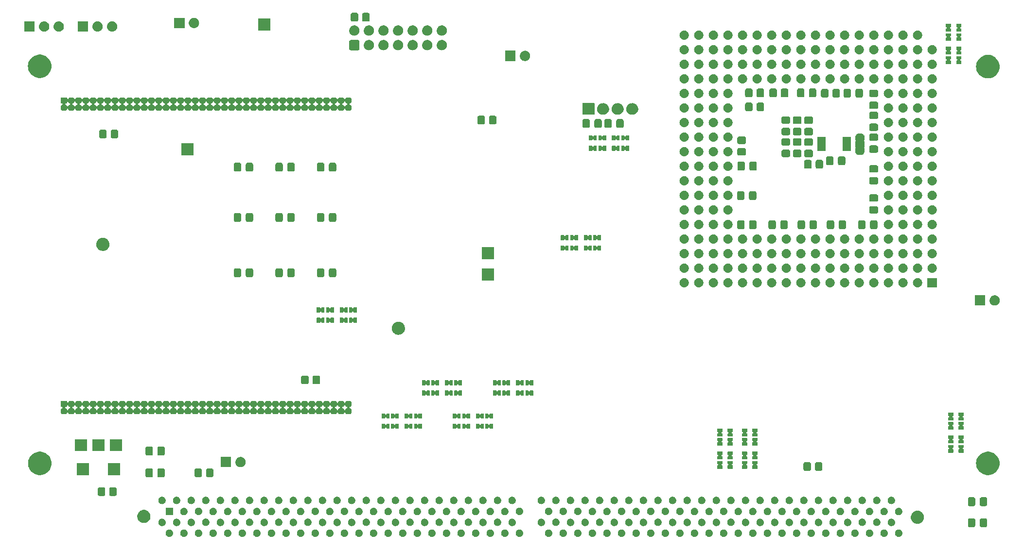
<source format=gbr>
G04 #@! TF.GenerationSoftware,KiCad,Pcbnew,7.0.6-0*
G04 #@! TF.CreationDate,2024-02-09T11:26:58+01:00*
G04 #@! TF.ProjectId,Z3660_v021b,5a333636-305f-4763-9032-31622e6b6963,v0.21a*
G04 #@! TF.SameCoordinates,Original*
G04 #@! TF.FileFunction,Soldermask,Bot*
G04 #@! TF.FilePolarity,Negative*
%FSLAX46Y46*%
G04 Gerber Fmt 4.6, Leading zero omitted, Abs format (unit mm)*
G04 Created by KiCad (PCBNEW 7.0.6-0) date 2024-02-09 11:26:58*
%MOMM*%
%LPD*%
G01*
G04 APERTURE LIST*
G04 APERTURE END LIST*
G36*
X107270104Y-120093162D02*
G01*
X107313455Y-120093162D01*
X107349965Y-120102160D01*
X107379672Y-120105508D01*
X107418094Y-120118952D01*
X107465834Y-120130719D01*
X107494063Y-120145535D01*
X107517100Y-120153596D01*
X107556037Y-120178062D01*
X107604796Y-120203653D01*
X107624387Y-120221009D01*
X107640381Y-120231059D01*
X107676491Y-120267169D01*
X107722266Y-120307722D01*
X107733903Y-120324581D01*
X107743341Y-120334019D01*
X107773010Y-120381238D01*
X107811418Y-120436880D01*
X107816662Y-120450709D01*
X107820804Y-120457300D01*
X107840389Y-120513272D01*
X107867069Y-120583621D01*
X107868165Y-120592651D01*
X107868892Y-120594728D01*
X107875003Y-120648967D01*
X107885986Y-120739415D01*
X107875002Y-120829870D01*
X107868892Y-120884101D01*
X107868165Y-120886176D01*
X107867069Y-120895209D01*
X107840384Y-120965569D01*
X107820804Y-121021529D01*
X107816663Y-121028118D01*
X107811418Y-121041950D01*
X107773003Y-121097601D01*
X107743341Y-121144810D01*
X107733905Y-121154245D01*
X107722266Y-121171108D01*
X107676482Y-121211668D01*
X107640381Y-121247770D01*
X107624391Y-121257816D01*
X107604796Y-121275177D01*
X107556027Y-121300772D01*
X107517100Y-121325233D01*
X107494069Y-121333291D01*
X107465834Y-121348111D01*
X107418085Y-121359879D01*
X107379672Y-121373321D01*
X107349972Y-121376667D01*
X107313455Y-121385668D01*
X107270095Y-121385668D01*
X107234986Y-121389624D01*
X107199877Y-121385668D01*
X107156517Y-121385668D01*
X107120000Y-121376667D01*
X107090299Y-121373321D01*
X107051883Y-121359878D01*
X107004138Y-121348111D01*
X106975904Y-121333292D01*
X106952871Y-121325233D01*
X106913938Y-121300769D01*
X106865176Y-121275177D01*
X106845582Y-121257818D01*
X106829590Y-121247770D01*
X106793480Y-121211660D01*
X106747706Y-121171108D01*
X106736068Y-121154248D01*
X106726630Y-121144810D01*
X106696956Y-121097585D01*
X106658554Y-121041950D01*
X106653309Y-121028122D01*
X106649167Y-121021529D01*
X106629574Y-120965535D01*
X106602903Y-120895209D01*
X106601806Y-120886180D01*
X106601079Y-120884101D01*
X106594955Y-120829755D01*
X106583986Y-120739415D01*
X106594954Y-120649082D01*
X106601079Y-120594728D01*
X106601806Y-120592647D01*
X106602903Y-120583621D01*
X106629569Y-120513306D01*
X106649167Y-120457300D01*
X106653310Y-120450705D01*
X106658554Y-120436880D01*
X106696949Y-120381254D01*
X106726630Y-120334019D01*
X106736071Y-120324577D01*
X106747706Y-120307722D01*
X106793472Y-120267176D01*
X106829590Y-120231059D01*
X106845586Y-120221007D01*
X106865176Y-120203653D01*
X106913928Y-120178065D01*
X106952871Y-120153596D01*
X106975910Y-120145534D01*
X107004138Y-120130719D01*
X107051873Y-120118953D01*
X107090299Y-120105508D01*
X107120007Y-120102160D01*
X107156517Y-120093162D01*
X107199868Y-120093162D01*
X107234986Y-120089205D01*
X107270104Y-120093162D01*
G37*
G36*
X109810104Y-120093162D02*
G01*
X109853455Y-120093162D01*
X109889965Y-120102160D01*
X109919672Y-120105508D01*
X109958094Y-120118952D01*
X110005834Y-120130719D01*
X110034063Y-120145535D01*
X110057100Y-120153596D01*
X110096037Y-120178062D01*
X110144796Y-120203653D01*
X110164387Y-120221009D01*
X110180381Y-120231059D01*
X110216491Y-120267169D01*
X110262266Y-120307722D01*
X110273903Y-120324581D01*
X110283341Y-120334019D01*
X110313010Y-120381238D01*
X110351418Y-120436880D01*
X110356662Y-120450709D01*
X110360804Y-120457300D01*
X110380389Y-120513272D01*
X110407069Y-120583621D01*
X110408165Y-120592651D01*
X110408892Y-120594728D01*
X110415003Y-120648967D01*
X110425986Y-120739415D01*
X110415002Y-120829870D01*
X110408892Y-120884101D01*
X110408165Y-120886176D01*
X110407069Y-120895209D01*
X110380384Y-120965569D01*
X110360804Y-121021529D01*
X110356663Y-121028118D01*
X110351418Y-121041950D01*
X110313003Y-121097601D01*
X110283341Y-121144810D01*
X110273905Y-121154245D01*
X110262266Y-121171108D01*
X110216482Y-121211668D01*
X110180381Y-121247770D01*
X110164391Y-121257816D01*
X110144796Y-121275177D01*
X110096027Y-121300772D01*
X110057100Y-121325233D01*
X110034069Y-121333291D01*
X110005834Y-121348111D01*
X109958085Y-121359879D01*
X109919672Y-121373321D01*
X109889972Y-121376667D01*
X109853455Y-121385668D01*
X109810095Y-121385668D01*
X109774986Y-121389624D01*
X109739877Y-121385668D01*
X109696517Y-121385668D01*
X109660000Y-121376667D01*
X109630299Y-121373321D01*
X109591883Y-121359878D01*
X109544138Y-121348111D01*
X109515904Y-121333292D01*
X109492871Y-121325233D01*
X109453938Y-121300769D01*
X109405176Y-121275177D01*
X109385582Y-121257818D01*
X109369590Y-121247770D01*
X109333480Y-121211660D01*
X109287706Y-121171108D01*
X109276068Y-121154248D01*
X109266630Y-121144810D01*
X109236956Y-121097585D01*
X109198554Y-121041950D01*
X109193309Y-121028122D01*
X109189167Y-121021529D01*
X109169574Y-120965535D01*
X109142903Y-120895209D01*
X109141806Y-120886180D01*
X109141079Y-120884101D01*
X109134955Y-120829755D01*
X109123986Y-120739415D01*
X109134954Y-120649082D01*
X109141079Y-120594728D01*
X109141806Y-120592647D01*
X109142903Y-120583621D01*
X109169569Y-120513306D01*
X109189167Y-120457300D01*
X109193310Y-120450705D01*
X109198554Y-120436880D01*
X109236949Y-120381254D01*
X109266630Y-120334019D01*
X109276071Y-120324577D01*
X109287706Y-120307722D01*
X109333472Y-120267176D01*
X109369590Y-120231059D01*
X109385586Y-120221007D01*
X109405176Y-120203653D01*
X109453928Y-120178065D01*
X109492871Y-120153596D01*
X109515910Y-120145534D01*
X109544138Y-120130719D01*
X109591873Y-120118953D01*
X109630299Y-120105508D01*
X109660007Y-120102160D01*
X109696517Y-120093162D01*
X109739868Y-120093162D01*
X109774986Y-120089205D01*
X109810104Y-120093162D01*
G37*
G36*
X112350104Y-120093162D02*
G01*
X112393455Y-120093162D01*
X112429965Y-120102160D01*
X112459672Y-120105508D01*
X112498094Y-120118952D01*
X112545834Y-120130719D01*
X112574063Y-120145535D01*
X112597100Y-120153596D01*
X112636037Y-120178062D01*
X112684796Y-120203653D01*
X112704387Y-120221009D01*
X112720381Y-120231059D01*
X112756491Y-120267169D01*
X112802266Y-120307722D01*
X112813903Y-120324581D01*
X112823341Y-120334019D01*
X112853010Y-120381238D01*
X112891418Y-120436880D01*
X112896662Y-120450709D01*
X112900804Y-120457300D01*
X112920389Y-120513272D01*
X112947069Y-120583621D01*
X112948165Y-120592651D01*
X112948892Y-120594728D01*
X112955003Y-120648967D01*
X112965986Y-120739415D01*
X112955002Y-120829870D01*
X112948892Y-120884101D01*
X112948165Y-120886176D01*
X112947069Y-120895209D01*
X112920384Y-120965569D01*
X112900804Y-121021529D01*
X112896663Y-121028118D01*
X112891418Y-121041950D01*
X112853003Y-121097601D01*
X112823341Y-121144810D01*
X112813905Y-121154245D01*
X112802266Y-121171108D01*
X112756482Y-121211668D01*
X112720381Y-121247770D01*
X112704391Y-121257816D01*
X112684796Y-121275177D01*
X112636027Y-121300772D01*
X112597100Y-121325233D01*
X112574069Y-121333291D01*
X112545834Y-121348111D01*
X112498085Y-121359879D01*
X112459672Y-121373321D01*
X112429972Y-121376667D01*
X112393455Y-121385668D01*
X112350095Y-121385668D01*
X112314986Y-121389624D01*
X112279877Y-121385668D01*
X112236517Y-121385668D01*
X112200000Y-121376667D01*
X112170299Y-121373321D01*
X112131883Y-121359878D01*
X112084138Y-121348111D01*
X112055904Y-121333292D01*
X112032871Y-121325233D01*
X111993938Y-121300769D01*
X111945176Y-121275177D01*
X111925582Y-121257818D01*
X111909590Y-121247770D01*
X111873480Y-121211660D01*
X111827706Y-121171108D01*
X111816068Y-121154248D01*
X111806630Y-121144810D01*
X111776956Y-121097585D01*
X111738554Y-121041950D01*
X111733309Y-121028122D01*
X111729167Y-121021529D01*
X111709574Y-120965535D01*
X111682903Y-120895209D01*
X111681806Y-120886180D01*
X111681079Y-120884101D01*
X111674955Y-120829755D01*
X111663986Y-120739415D01*
X111674954Y-120649082D01*
X111681079Y-120594728D01*
X111681806Y-120592647D01*
X111682903Y-120583621D01*
X111709569Y-120513306D01*
X111729167Y-120457300D01*
X111733310Y-120450705D01*
X111738554Y-120436880D01*
X111776949Y-120381254D01*
X111806630Y-120334019D01*
X111816071Y-120324577D01*
X111827706Y-120307722D01*
X111873472Y-120267176D01*
X111909590Y-120231059D01*
X111925586Y-120221007D01*
X111945176Y-120203653D01*
X111993928Y-120178065D01*
X112032871Y-120153596D01*
X112055910Y-120145534D01*
X112084138Y-120130719D01*
X112131873Y-120118953D01*
X112170299Y-120105508D01*
X112200007Y-120102160D01*
X112236517Y-120093162D01*
X112279868Y-120093162D01*
X112314986Y-120089205D01*
X112350104Y-120093162D01*
G37*
G36*
X114890104Y-120093162D02*
G01*
X114933455Y-120093162D01*
X114969965Y-120102160D01*
X114999672Y-120105508D01*
X115038094Y-120118952D01*
X115085834Y-120130719D01*
X115114063Y-120145535D01*
X115137100Y-120153596D01*
X115176037Y-120178062D01*
X115224796Y-120203653D01*
X115244387Y-120221009D01*
X115260381Y-120231059D01*
X115296491Y-120267169D01*
X115342266Y-120307722D01*
X115353903Y-120324581D01*
X115363341Y-120334019D01*
X115393010Y-120381238D01*
X115431418Y-120436880D01*
X115436662Y-120450709D01*
X115440804Y-120457300D01*
X115460389Y-120513272D01*
X115487069Y-120583621D01*
X115488165Y-120592651D01*
X115488892Y-120594728D01*
X115495003Y-120648967D01*
X115505986Y-120739415D01*
X115495002Y-120829870D01*
X115488892Y-120884101D01*
X115488165Y-120886176D01*
X115487069Y-120895209D01*
X115460384Y-120965569D01*
X115440804Y-121021529D01*
X115436663Y-121028118D01*
X115431418Y-121041950D01*
X115393003Y-121097601D01*
X115363341Y-121144810D01*
X115353905Y-121154245D01*
X115342266Y-121171108D01*
X115296482Y-121211668D01*
X115260381Y-121247770D01*
X115244391Y-121257816D01*
X115224796Y-121275177D01*
X115176027Y-121300772D01*
X115137100Y-121325233D01*
X115114069Y-121333291D01*
X115085834Y-121348111D01*
X115038085Y-121359879D01*
X114999672Y-121373321D01*
X114969972Y-121376667D01*
X114933455Y-121385668D01*
X114890095Y-121385668D01*
X114854986Y-121389624D01*
X114819877Y-121385668D01*
X114776517Y-121385668D01*
X114740000Y-121376667D01*
X114710299Y-121373321D01*
X114671883Y-121359878D01*
X114624138Y-121348111D01*
X114595904Y-121333292D01*
X114572871Y-121325233D01*
X114533938Y-121300769D01*
X114485176Y-121275177D01*
X114465582Y-121257818D01*
X114449590Y-121247770D01*
X114413480Y-121211660D01*
X114367706Y-121171108D01*
X114356068Y-121154248D01*
X114346630Y-121144810D01*
X114316956Y-121097585D01*
X114278554Y-121041950D01*
X114273309Y-121028122D01*
X114269167Y-121021529D01*
X114249574Y-120965535D01*
X114222903Y-120895209D01*
X114221806Y-120886180D01*
X114221079Y-120884101D01*
X114214955Y-120829755D01*
X114203986Y-120739415D01*
X114214954Y-120649082D01*
X114221079Y-120594728D01*
X114221806Y-120592647D01*
X114222903Y-120583621D01*
X114249569Y-120513306D01*
X114269167Y-120457300D01*
X114273310Y-120450705D01*
X114278554Y-120436880D01*
X114316949Y-120381254D01*
X114346630Y-120334019D01*
X114356071Y-120324577D01*
X114367706Y-120307722D01*
X114413472Y-120267176D01*
X114449590Y-120231059D01*
X114465586Y-120221007D01*
X114485176Y-120203653D01*
X114533928Y-120178065D01*
X114572871Y-120153596D01*
X114595910Y-120145534D01*
X114624138Y-120130719D01*
X114671873Y-120118953D01*
X114710299Y-120105508D01*
X114740007Y-120102160D01*
X114776517Y-120093162D01*
X114819868Y-120093162D01*
X114854986Y-120089205D01*
X114890104Y-120093162D01*
G37*
G36*
X117430104Y-120093162D02*
G01*
X117473455Y-120093162D01*
X117509965Y-120102160D01*
X117539672Y-120105508D01*
X117578094Y-120118952D01*
X117625834Y-120130719D01*
X117654063Y-120145535D01*
X117677100Y-120153596D01*
X117716037Y-120178062D01*
X117764796Y-120203653D01*
X117784387Y-120221009D01*
X117800381Y-120231059D01*
X117836491Y-120267169D01*
X117882266Y-120307722D01*
X117893903Y-120324581D01*
X117903341Y-120334019D01*
X117933010Y-120381238D01*
X117971418Y-120436880D01*
X117976662Y-120450709D01*
X117980804Y-120457300D01*
X118000389Y-120513272D01*
X118027069Y-120583621D01*
X118028165Y-120592651D01*
X118028892Y-120594728D01*
X118035003Y-120648967D01*
X118045986Y-120739415D01*
X118035002Y-120829870D01*
X118028892Y-120884101D01*
X118028165Y-120886176D01*
X118027069Y-120895209D01*
X118000384Y-120965569D01*
X117980804Y-121021529D01*
X117976663Y-121028118D01*
X117971418Y-121041950D01*
X117933003Y-121097601D01*
X117903341Y-121144810D01*
X117893905Y-121154245D01*
X117882266Y-121171108D01*
X117836482Y-121211668D01*
X117800381Y-121247770D01*
X117784391Y-121257816D01*
X117764796Y-121275177D01*
X117716027Y-121300772D01*
X117677100Y-121325233D01*
X117654069Y-121333291D01*
X117625834Y-121348111D01*
X117578085Y-121359879D01*
X117539672Y-121373321D01*
X117509972Y-121376667D01*
X117473455Y-121385668D01*
X117430095Y-121385668D01*
X117394986Y-121389624D01*
X117359877Y-121385668D01*
X117316517Y-121385668D01*
X117280000Y-121376667D01*
X117250299Y-121373321D01*
X117211883Y-121359878D01*
X117164138Y-121348111D01*
X117135904Y-121333292D01*
X117112871Y-121325233D01*
X117073938Y-121300769D01*
X117025176Y-121275177D01*
X117005582Y-121257818D01*
X116989590Y-121247770D01*
X116953480Y-121211660D01*
X116907706Y-121171108D01*
X116896068Y-121154248D01*
X116886630Y-121144810D01*
X116856956Y-121097585D01*
X116818554Y-121041950D01*
X116813309Y-121028122D01*
X116809167Y-121021529D01*
X116789574Y-120965535D01*
X116762903Y-120895209D01*
X116761806Y-120886180D01*
X116761079Y-120884101D01*
X116754955Y-120829755D01*
X116743986Y-120739415D01*
X116754954Y-120649082D01*
X116761079Y-120594728D01*
X116761806Y-120592647D01*
X116762903Y-120583621D01*
X116789569Y-120513306D01*
X116809167Y-120457300D01*
X116813310Y-120450705D01*
X116818554Y-120436880D01*
X116856949Y-120381254D01*
X116886630Y-120334019D01*
X116896071Y-120324577D01*
X116907706Y-120307722D01*
X116953472Y-120267176D01*
X116989590Y-120231059D01*
X117005586Y-120221007D01*
X117025176Y-120203653D01*
X117073928Y-120178065D01*
X117112871Y-120153596D01*
X117135910Y-120145534D01*
X117164138Y-120130719D01*
X117211873Y-120118953D01*
X117250299Y-120105508D01*
X117280007Y-120102160D01*
X117316517Y-120093162D01*
X117359868Y-120093162D01*
X117394986Y-120089205D01*
X117430104Y-120093162D01*
G37*
G36*
X119970104Y-120093162D02*
G01*
X120013455Y-120093162D01*
X120049965Y-120102160D01*
X120079672Y-120105508D01*
X120118094Y-120118952D01*
X120165834Y-120130719D01*
X120194063Y-120145535D01*
X120217100Y-120153596D01*
X120256037Y-120178062D01*
X120304796Y-120203653D01*
X120324387Y-120221009D01*
X120340381Y-120231059D01*
X120376491Y-120267169D01*
X120422266Y-120307722D01*
X120433903Y-120324581D01*
X120443341Y-120334019D01*
X120473010Y-120381238D01*
X120511418Y-120436880D01*
X120516662Y-120450709D01*
X120520804Y-120457300D01*
X120540389Y-120513272D01*
X120567069Y-120583621D01*
X120568165Y-120592651D01*
X120568892Y-120594728D01*
X120575003Y-120648967D01*
X120585986Y-120739415D01*
X120575002Y-120829870D01*
X120568892Y-120884101D01*
X120568165Y-120886176D01*
X120567069Y-120895209D01*
X120540384Y-120965569D01*
X120520804Y-121021529D01*
X120516663Y-121028118D01*
X120511418Y-121041950D01*
X120473003Y-121097601D01*
X120443341Y-121144810D01*
X120433905Y-121154245D01*
X120422266Y-121171108D01*
X120376482Y-121211668D01*
X120340381Y-121247770D01*
X120324391Y-121257816D01*
X120304796Y-121275177D01*
X120256027Y-121300772D01*
X120217100Y-121325233D01*
X120194069Y-121333291D01*
X120165834Y-121348111D01*
X120118085Y-121359879D01*
X120079672Y-121373321D01*
X120049972Y-121376667D01*
X120013455Y-121385668D01*
X119970095Y-121385668D01*
X119934986Y-121389624D01*
X119899877Y-121385668D01*
X119856517Y-121385668D01*
X119820000Y-121376667D01*
X119790299Y-121373321D01*
X119751883Y-121359878D01*
X119704138Y-121348111D01*
X119675904Y-121333292D01*
X119652871Y-121325233D01*
X119613938Y-121300769D01*
X119565176Y-121275177D01*
X119545582Y-121257818D01*
X119529590Y-121247770D01*
X119493480Y-121211660D01*
X119447706Y-121171108D01*
X119436068Y-121154248D01*
X119426630Y-121144810D01*
X119396956Y-121097585D01*
X119358554Y-121041950D01*
X119353309Y-121028122D01*
X119349167Y-121021529D01*
X119329574Y-120965535D01*
X119302903Y-120895209D01*
X119301806Y-120886180D01*
X119301079Y-120884101D01*
X119294955Y-120829755D01*
X119283986Y-120739415D01*
X119294954Y-120649082D01*
X119301079Y-120594728D01*
X119301806Y-120592647D01*
X119302903Y-120583621D01*
X119329569Y-120513306D01*
X119349167Y-120457300D01*
X119353310Y-120450705D01*
X119358554Y-120436880D01*
X119396949Y-120381254D01*
X119426630Y-120334019D01*
X119436071Y-120324577D01*
X119447706Y-120307722D01*
X119493472Y-120267176D01*
X119529590Y-120231059D01*
X119545586Y-120221007D01*
X119565176Y-120203653D01*
X119613928Y-120178065D01*
X119652871Y-120153596D01*
X119675910Y-120145534D01*
X119704138Y-120130719D01*
X119751873Y-120118953D01*
X119790299Y-120105508D01*
X119820007Y-120102160D01*
X119856517Y-120093162D01*
X119899868Y-120093162D01*
X119934986Y-120089205D01*
X119970104Y-120093162D01*
G37*
G36*
X122510104Y-120093162D02*
G01*
X122553455Y-120093162D01*
X122589965Y-120102160D01*
X122619672Y-120105508D01*
X122658094Y-120118952D01*
X122705834Y-120130719D01*
X122734063Y-120145535D01*
X122757100Y-120153596D01*
X122796037Y-120178062D01*
X122844796Y-120203653D01*
X122864387Y-120221009D01*
X122880381Y-120231059D01*
X122916491Y-120267169D01*
X122962266Y-120307722D01*
X122973903Y-120324581D01*
X122983341Y-120334019D01*
X123013010Y-120381238D01*
X123051418Y-120436880D01*
X123056662Y-120450709D01*
X123060804Y-120457300D01*
X123080389Y-120513272D01*
X123107069Y-120583621D01*
X123108165Y-120592651D01*
X123108892Y-120594728D01*
X123115003Y-120648967D01*
X123125986Y-120739415D01*
X123115002Y-120829870D01*
X123108892Y-120884101D01*
X123108165Y-120886176D01*
X123107069Y-120895209D01*
X123080384Y-120965569D01*
X123060804Y-121021529D01*
X123056663Y-121028118D01*
X123051418Y-121041950D01*
X123013003Y-121097601D01*
X122983341Y-121144810D01*
X122973905Y-121154245D01*
X122962266Y-121171108D01*
X122916482Y-121211668D01*
X122880381Y-121247770D01*
X122864391Y-121257816D01*
X122844796Y-121275177D01*
X122796027Y-121300772D01*
X122757100Y-121325233D01*
X122734069Y-121333291D01*
X122705834Y-121348111D01*
X122658085Y-121359879D01*
X122619672Y-121373321D01*
X122589972Y-121376667D01*
X122553455Y-121385668D01*
X122510095Y-121385668D01*
X122474986Y-121389624D01*
X122439877Y-121385668D01*
X122396517Y-121385668D01*
X122360000Y-121376667D01*
X122330299Y-121373321D01*
X122291883Y-121359878D01*
X122244138Y-121348111D01*
X122215904Y-121333292D01*
X122192871Y-121325233D01*
X122153938Y-121300769D01*
X122105176Y-121275177D01*
X122085582Y-121257818D01*
X122069590Y-121247770D01*
X122033480Y-121211660D01*
X121987706Y-121171108D01*
X121976068Y-121154248D01*
X121966630Y-121144810D01*
X121936956Y-121097585D01*
X121898554Y-121041950D01*
X121893309Y-121028122D01*
X121889167Y-121021529D01*
X121869574Y-120965535D01*
X121842903Y-120895209D01*
X121841806Y-120886180D01*
X121841079Y-120884101D01*
X121834955Y-120829755D01*
X121823986Y-120739415D01*
X121834954Y-120649082D01*
X121841079Y-120594728D01*
X121841806Y-120592647D01*
X121842903Y-120583621D01*
X121869569Y-120513306D01*
X121889167Y-120457300D01*
X121893310Y-120450705D01*
X121898554Y-120436880D01*
X121936949Y-120381254D01*
X121966630Y-120334019D01*
X121976071Y-120324577D01*
X121987706Y-120307722D01*
X122033472Y-120267176D01*
X122069590Y-120231059D01*
X122085586Y-120221007D01*
X122105176Y-120203653D01*
X122153928Y-120178065D01*
X122192871Y-120153596D01*
X122215910Y-120145534D01*
X122244138Y-120130719D01*
X122291873Y-120118953D01*
X122330299Y-120105508D01*
X122360007Y-120102160D01*
X122396517Y-120093162D01*
X122439868Y-120093162D01*
X122474986Y-120089205D01*
X122510104Y-120093162D01*
G37*
G36*
X125050104Y-120093162D02*
G01*
X125093455Y-120093162D01*
X125129965Y-120102160D01*
X125159672Y-120105508D01*
X125198094Y-120118952D01*
X125245834Y-120130719D01*
X125274063Y-120145535D01*
X125297100Y-120153596D01*
X125336037Y-120178062D01*
X125384796Y-120203653D01*
X125404387Y-120221009D01*
X125420381Y-120231059D01*
X125456491Y-120267169D01*
X125502266Y-120307722D01*
X125513903Y-120324581D01*
X125523341Y-120334019D01*
X125553010Y-120381238D01*
X125591418Y-120436880D01*
X125596662Y-120450709D01*
X125600804Y-120457300D01*
X125620389Y-120513272D01*
X125647069Y-120583621D01*
X125648165Y-120592651D01*
X125648892Y-120594728D01*
X125655003Y-120648967D01*
X125665986Y-120739415D01*
X125655002Y-120829870D01*
X125648892Y-120884101D01*
X125648165Y-120886176D01*
X125647069Y-120895209D01*
X125620384Y-120965569D01*
X125600804Y-121021529D01*
X125596663Y-121028118D01*
X125591418Y-121041950D01*
X125553003Y-121097601D01*
X125523341Y-121144810D01*
X125513905Y-121154245D01*
X125502266Y-121171108D01*
X125456482Y-121211668D01*
X125420381Y-121247770D01*
X125404391Y-121257816D01*
X125384796Y-121275177D01*
X125336027Y-121300772D01*
X125297100Y-121325233D01*
X125274069Y-121333291D01*
X125245834Y-121348111D01*
X125198085Y-121359879D01*
X125159672Y-121373321D01*
X125129972Y-121376667D01*
X125093455Y-121385668D01*
X125050095Y-121385668D01*
X125014986Y-121389624D01*
X124979877Y-121385668D01*
X124936517Y-121385668D01*
X124900000Y-121376667D01*
X124870299Y-121373321D01*
X124831883Y-121359878D01*
X124784138Y-121348111D01*
X124755904Y-121333292D01*
X124732871Y-121325233D01*
X124693938Y-121300769D01*
X124645176Y-121275177D01*
X124625582Y-121257818D01*
X124609590Y-121247770D01*
X124573480Y-121211660D01*
X124527706Y-121171108D01*
X124516068Y-121154248D01*
X124506630Y-121144810D01*
X124476956Y-121097585D01*
X124438554Y-121041950D01*
X124433309Y-121028122D01*
X124429167Y-121021529D01*
X124409574Y-120965535D01*
X124382903Y-120895209D01*
X124381806Y-120886180D01*
X124381079Y-120884101D01*
X124374955Y-120829755D01*
X124363986Y-120739415D01*
X124374954Y-120649082D01*
X124381079Y-120594728D01*
X124381806Y-120592647D01*
X124382903Y-120583621D01*
X124409569Y-120513306D01*
X124429167Y-120457300D01*
X124433310Y-120450705D01*
X124438554Y-120436880D01*
X124476949Y-120381254D01*
X124506630Y-120334019D01*
X124516071Y-120324577D01*
X124527706Y-120307722D01*
X124573472Y-120267176D01*
X124609590Y-120231059D01*
X124625586Y-120221007D01*
X124645176Y-120203653D01*
X124693928Y-120178065D01*
X124732871Y-120153596D01*
X124755910Y-120145534D01*
X124784138Y-120130719D01*
X124831873Y-120118953D01*
X124870299Y-120105508D01*
X124900007Y-120102160D01*
X124936517Y-120093162D01*
X124979868Y-120093162D01*
X125014986Y-120089205D01*
X125050104Y-120093162D01*
G37*
G36*
X127590104Y-120093162D02*
G01*
X127633455Y-120093162D01*
X127669965Y-120102160D01*
X127699672Y-120105508D01*
X127738094Y-120118952D01*
X127785834Y-120130719D01*
X127814063Y-120145535D01*
X127837100Y-120153596D01*
X127876037Y-120178062D01*
X127924796Y-120203653D01*
X127944387Y-120221009D01*
X127960381Y-120231059D01*
X127996491Y-120267169D01*
X128042266Y-120307722D01*
X128053903Y-120324581D01*
X128063341Y-120334019D01*
X128093010Y-120381238D01*
X128131418Y-120436880D01*
X128136662Y-120450709D01*
X128140804Y-120457300D01*
X128160389Y-120513272D01*
X128187069Y-120583621D01*
X128188165Y-120592651D01*
X128188892Y-120594728D01*
X128195003Y-120648967D01*
X128205986Y-120739415D01*
X128195002Y-120829870D01*
X128188892Y-120884101D01*
X128188165Y-120886176D01*
X128187069Y-120895209D01*
X128160384Y-120965569D01*
X128140804Y-121021529D01*
X128136663Y-121028118D01*
X128131418Y-121041950D01*
X128093003Y-121097601D01*
X128063341Y-121144810D01*
X128053905Y-121154245D01*
X128042266Y-121171108D01*
X127996482Y-121211668D01*
X127960381Y-121247770D01*
X127944391Y-121257816D01*
X127924796Y-121275177D01*
X127876027Y-121300772D01*
X127837100Y-121325233D01*
X127814069Y-121333291D01*
X127785834Y-121348111D01*
X127738085Y-121359879D01*
X127699672Y-121373321D01*
X127669972Y-121376667D01*
X127633455Y-121385668D01*
X127590095Y-121385668D01*
X127554986Y-121389624D01*
X127519877Y-121385668D01*
X127476517Y-121385668D01*
X127440000Y-121376667D01*
X127410299Y-121373321D01*
X127371883Y-121359878D01*
X127324138Y-121348111D01*
X127295904Y-121333292D01*
X127272871Y-121325233D01*
X127233938Y-121300769D01*
X127185176Y-121275177D01*
X127165582Y-121257818D01*
X127149590Y-121247770D01*
X127113480Y-121211660D01*
X127067706Y-121171108D01*
X127056068Y-121154248D01*
X127046630Y-121144810D01*
X127016956Y-121097585D01*
X126978554Y-121041950D01*
X126973309Y-121028122D01*
X126969167Y-121021529D01*
X126949574Y-120965535D01*
X126922903Y-120895209D01*
X126921806Y-120886180D01*
X126921079Y-120884101D01*
X126914955Y-120829755D01*
X126903986Y-120739415D01*
X126914954Y-120649082D01*
X126921079Y-120594728D01*
X126921806Y-120592647D01*
X126922903Y-120583621D01*
X126949569Y-120513306D01*
X126969167Y-120457300D01*
X126973310Y-120450705D01*
X126978554Y-120436880D01*
X127016949Y-120381254D01*
X127046630Y-120334019D01*
X127056071Y-120324577D01*
X127067706Y-120307722D01*
X127113472Y-120267176D01*
X127149590Y-120231059D01*
X127165586Y-120221007D01*
X127185176Y-120203653D01*
X127233928Y-120178065D01*
X127272871Y-120153596D01*
X127295910Y-120145534D01*
X127324138Y-120130719D01*
X127371873Y-120118953D01*
X127410299Y-120105508D01*
X127440007Y-120102160D01*
X127476517Y-120093162D01*
X127519868Y-120093162D01*
X127554986Y-120089205D01*
X127590104Y-120093162D01*
G37*
G36*
X130130104Y-120093162D02*
G01*
X130173455Y-120093162D01*
X130209965Y-120102160D01*
X130239672Y-120105508D01*
X130278094Y-120118952D01*
X130325834Y-120130719D01*
X130354063Y-120145535D01*
X130377100Y-120153596D01*
X130416037Y-120178062D01*
X130464796Y-120203653D01*
X130484387Y-120221009D01*
X130500381Y-120231059D01*
X130536491Y-120267169D01*
X130582266Y-120307722D01*
X130593903Y-120324581D01*
X130603341Y-120334019D01*
X130633010Y-120381238D01*
X130671418Y-120436880D01*
X130676662Y-120450709D01*
X130680804Y-120457300D01*
X130700389Y-120513272D01*
X130727069Y-120583621D01*
X130728165Y-120592651D01*
X130728892Y-120594728D01*
X130735003Y-120648967D01*
X130745986Y-120739415D01*
X130735002Y-120829870D01*
X130728892Y-120884101D01*
X130728165Y-120886176D01*
X130727069Y-120895209D01*
X130700384Y-120965569D01*
X130680804Y-121021529D01*
X130676663Y-121028118D01*
X130671418Y-121041950D01*
X130633003Y-121097601D01*
X130603341Y-121144810D01*
X130593905Y-121154245D01*
X130582266Y-121171108D01*
X130536482Y-121211668D01*
X130500381Y-121247770D01*
X130484391Y-121257816D01*
X130464796Y-121275177D01*
X130416027Y-121300772D01*
X130377100Y-121325233D01*
X130354069Y-121333291D01*
X130325834Y-121348111D01*
X130278085Y-121359879D01*
X130239672Y-121373321D01*
X130209972Y-121376667D01*
X130173455Y-121385668D01*
X130130095Y-121385668D01*
X130094986Y-121389624D01*
X130059877Y-121385668D01*
X130016517Y-121385668D01*
X129980000Y-121376667D01*
X129950299Y-121373321D01*
X129911883Y-121359878D01*
X129864138Y-121348111D01*
X129835904Y-121333292D01*
X129812871Y-121325233D01*
X129773938Y-121300769D01*
X129725176Y-121275177D01*
X129705582Y-121257818D01*
X129689590Y-121247770D01*
X129653480Y-121211660D01*
X129607706Y-121171108D01*
X129596068Y-121154248D01*
X129586630Y-121144810D01*
X129556956Y-121097585D01*
X129518554Y-121041950D01*
X129513309Y-121028122D01*
X129509167Y-121021529D01*
X129489574Y-120965535D01*
X129462903Y-120895209D01*
X129461806Y-120886180D01*
X129461079Y-120884101D01*
X129454955Y-120829755D01*
X129443986Y-120739415D01*
X129454954Y-120649082D01*
X129461079Y-120594728D01*
X129461806Y-120592647D01*
X129462903Y-120583621D01*
X129489569Y-120513306D01*
X129509167Y-120457300D01*
X129513310Y-120450705D01*
X129518554Y-120436880D01*
X129556949Y-120381254D01*
X129586630Y-120334019D01*
X129596071Y-120324577D01*
X129607706Y-120307722D01*
X129653472Y-120267176D01*
X129689590Y-120231059D01*
X129705586Y-120221007D01*
X129725176Y-120203653D01*
X129773928Y-120178065D01*
X129812871Y-120153596D01*
X129835910Y-120145534D01*
X129864138Y-120130719D01*
X129911873Y-120118953D01*
X129950299Y-120105508D01*
X129980007Y-120102160D01*
X130016517Y-120093162D01*
X130059868Y-120093162D01*
X130094986Y-120089205D01*
X130130104Y-120093162D01*
G37*
G36*
X132670104Y-120093162D02*
G01*
X132713455Y-120093162D01*
X132749965Y-120102160D01*
X132779672Y-120105508D01*
X132818094Y-120118952D01*
X132865834Y-120130719D01*
X132894063Y-120145535D01*
X132917100Y-120153596D01*
X132956037Y-120178062D01*
X133004796Y-120203653D01*
X133024387Y-120221009D01*
X133040381Y-120231059D01*
X133076491Y-120267169D01*
X133122266Y-120307722D01*
X133133903Y-120324581D01*
X133143341Y-120334019D01*
X133173010Y-120381238D01*
X133211418Y-120436880D01*
X133216662Y-120450709D01*
X133220804Y-120457300D01*
X133240389Y-120513272D01*
X133267069Y-120583621D01*
X133268165Y-120592651D01*
X133268892Y-120594728D01*
X133275003Y-120648967D01*
X133285986Y-120739415D01*
X133275002Y-120829870D01*
X133268892Y-120884101D01*
X133268165Y-120886176D01*
X133267069Y-120895209D01*
X133240384Y-120965569D01*
X133220804Y-121021529D01*
X133216663Y-121028118D01*
X133211418Y-121041950D01*
X133173003Y-121097601D01*
X133143341Y-121144810D01*
X133133905Y-121154245D01*
X133122266Y-121171108D01*
X133076482Y-121211668D01*
X133040381Y-121247770D01*
X133024391Y-121257816D01*
X133004796Y-121275177D01*
X132956027Y-121300772D01*
X132917100Y-121325233D01*
X132894069Y-121333291D01*
X132865834Y-121348111D01*
X132818085Y-121359879D01*
X132779672Y-121373321D01*
X132749972Y-121376667D01*
X132713455Y-121385668D01*
X132670095Y-121385668D01*
X132634986Y-121389624D01*
X132599877Y-121385668D01*
X132556517Y-121385668D01*
X132520000Y-121376667D01*
X132490299Y-121373321D01*
X132451883Y-121359878D01*
X132404138Y-121348111D01*
X132375904Y-121333292D01*
X132352871Y-121325233D01*
X132313938Y-121300769D01*
X132265176Y-121275177D01*
X132245582Y-121257818D01*
X132229590Y-121247770D01*
X132193480Y-121211660D01*
X132147706Y-121171108D01*
X132136068Y-121154248D01*
X132126630Y-121144810D01*
X132096956Y-121097585D01*
X132058554Y-121041950D01*
X132053309Y-121028122D01*
X132049167Y-121021529D01*
X132029574Y-120965535D01*
X132002903Y-120895209D01*
X132001806Y-120886180D01*
X132001079Y-120884101D01*
X131994955Y-120829755D01*
X131983986Y-120739415D01*
X131994954Y-120649082D01*
X132001079Y-120594728D01*
X132001806Y-120592647D01*
X132002903Y-120583621D01*
X132029569Y-120513306D01*
X132049167Y-120457300D01*
X132053310Y-120450705D01*
X132058554Y-120436880D01*
X132096949Y-120381254D01*
X132126630Y-120334019D01*
X132136071Y-120324577D01*
X132147706Y-120307722D01*
X132193472Y-120267176D01*
X132229590Y-120231059D01*
X132245586Y-120221007D01*
X132265176Y-120203653D01*
X132313928Y-120178065D01*
X132352871Y-120153596D01*
X132375910Y-120145534D01*
X132404138Y-120130719D01*
X132451873Y-120118953D01*
X132490299Y-120105508D01*
X132520007Y-120102160D01*
X132556517Y-120093162D01*
X132599868Y-120093162D01*
X132634986Y-120089205D01*
X132670104Y-120093162D01*
G37*
G36*
X135210104Y-120093162D02*
G01*
X135253455Y-120093162D01*
X135289965Y-120102160D01*
X135319672Y-120105508D01*
X135358094Y-120118952D01*
X135405834Y-120130719D01*
X135434063Y-120145535D01*
X135457100Y-120153596D01*
X135496037Y-120178062D01*
X135544796Y-120203653D01*
X135564387Y-120221009D01*
X135580381Y-120231059D01*
X135616491Y-120267169D01*
X135662266Y-120307722D01*
X135673903Y-120324581D01*
X135683341Y-120334019D01*
X135713010Y-120381238D01*
X135751418Y-120436880D01*
X135756662Y-120450709D01*
X135760804Y-120457300D01*
X135780389Y-120513272D01*
X135807069Y-120583621D01*
X135808165Y-120592651D01*
X135808892Y-120594728D01*
X135815003Y-120648967D01*
X135825986Y-120739415D01*
X135815002Y-120829870D01*
X135808892Y-120884101D01*
X135808165Y-120886176D01*
X135807069Y-120895209D01*
X135780384Y-120965569D01*
X135760804Y-121021529D01*
X135756663Y-121028118D01*
X135751418Y-121041950D01*
X135713003Y-121097601D01*
X135683341Y-121144810D01*
X135673905Y-121154245D01*
X135662266Y-121171108D01*
X135616482Y-121211668D01*
X135580381Y-121247770D01*
X135564391Y-121257816D01*
X135544796Y-121275177D01*
X135496027Y-121300772D01*
X135457100Y-121325233D01*
X135434069Y-121333291D01*
X135405834Y-121348111D01*
X135358085Y-121359879D01*
X135319672Y-121373321D01*
X135289972Y-121376667D01*
X135253455Y-121385668D01*
X135210095Y-121385668D01*
X135174986Y-121389624D01*
X135139877Y-121385668D01*
X135096517Y-121385668D01*
X135060000Y-121376667D01*
X135030299Y-121373321D01*
X134991883Y-121359878D01*
X134944138Y-121348111D01*
X134915904Y-121333292D01*
X134892871Y-121325233D01*
X134853938Y-121300769D01*
X134805176Y-121275177D01*
X134785582Y-121257818D01*
X134769590Y-121247770D01*
X134733480Y-121211660D01*
X134687706Y-121171108D01*
X134676068Y-121154248D01*
X134666630Y-121144810D01*
X134636956Y-121097585D01*
X134598554Y-121041950D01*
X134593309Y-121028122D01*
X134589167Y-121021529D01*
X134569574Y-120965535D01*
X134542903Y-120895209D01*
X134541806Y-120886180D01*
X134541079Y-120884101D01*
X134534955Y-120829755D01*
X134523986Y-120739415D01*
X134534954Y-120649082D01*
X134541079Y-120594728D01*
X134541806Y-120592647D01*
X134542903Y-120583621D01*
X134569569Y-120513306D01*
X134589167Y-120457300D01*
X134593310Y-120450705D01*
X134598554Y-120436880D01*
X134636949Y-120381254D01*
X134666630Y-120334019D01*
X134676071Y-120324577D01*
X134687706Y-120307722D01*
X134733472Y-120267176D01*
X134769590Y-120231059D01*
X134785586Y-120221007D01*
X134805176Y-120203653D01*
X134853928Y-120178065D01*
X134892871Y-120153596D01*
X134915910Y-120145534D01*
X134944138Y-120130719D01*
X134991873Y-120118953D01*
X135030299Y-120105508D01*
X135060007Y-120102160D01*
X135096517Y-120093162D01*
X135139868Y-120093162D01*
X135174986Y-120089205D01*
X135210104Y-120093162D01*
G37*
G36*
X137750104Y-120093162D02*
G01*
X137793455Y-120093162D01*
X137829965Y-120102160D01*
X137859672Y-120105508D01*
X137898094Y-120118952D01*
X137945834Y-120130719D01*
X137974063Y-120145535D01*
X137997100Y-120153596D01*
X138036037Y-120178062D01*
X138084796Y-120203653D01*
X138104387Y-120221009D01*
X138120381Y-120231059D01*
X138156491Y-120267169D01*
X138202266Y-120307722D01*
X138213903Y-120324581D01*
X138223341Y-120334019D01*
X138253010Y-120381238D01*
X138291418Y-120436880D01*
X138296662Y-120450709D01*
X138300804Y-120457300D01*
X138320389Y-120513272D01*
X138347069Y-120583621D01*
X138348165Y-120592651D01*
X138348892Y-120594728D01*
X138355003Y-120648967D01*
X138365986Y-120739415D01*
X138355002Y-120829870D01*
X138348892Y-120884101D01*
X138348165Y-120886176D01*
X138347069Y-120895209D01*
X138320384Y-120965569D01*
X138300804Y-121021529D01*
X138296663Y-121028118D01*
X138291418Y-121041950D01*
X138253003Y-121097601D01*
X138223341Y-121144810D01*
X138213905Y-121154245D01*
X138202266Y-121171108D01*
X138156482Y-121211668D01*
X138120381Y-121247770D01*
X138104391Y-121257816D01*
X138084796Y-121275177D01*
X138036027Y-121300772D01*
X137997100Y-121325233D01*
X137974069Y-121333291D01*
X137945834Y-121348111D01*
X137898085Y-121359879D01*
X137859672Y-121373321D01*
X137829972Y-121376667D01*
X137793455Y-121385668D01*
X137750095Y-121385668D01*
X137714986Y-121389624D01*
X137679877Y-121385668D01*
X137636517Y-121385668D01*
X137600000Y-121376667D01*
X137570299Y-121373321D01*
X137531883Y-121359878D01*
X137484138Y-121348111D01*
X137455904Y-121333292D01*
X137432871Y-121325233D01*
X137393938Y-121300769D01*
X137345176Y-121275177D01*
X137325582Y-121257818D01*
X137309590Y-121247770D01*
X137273480Y-121211660D01*
X137227706Y-121171108D01*
X137216068Y-121154248D01*
X137206630Y-121144810D01*
X137176956Y-121097585D01*
X137138554Y-121041950D01*
X137133309Y-121028122D01*
X137129167Y-121021529D01*
X137109574Y-120965535D01*
X137082903Y-120895209D01*
X137081806Y-120886180D01*
X137081079Y-120884101D01*
X137074955Y-120829755D01*
X137063986Y-120739415D01*
X137074954Y-120649082D01*
X137081079Y-120594728D01*
X137081806Y-120592647D01*
X137082903Y-120583621D01*
X137109569Y-120513306D01*
X137129167Y-120457300D01*
X137133310Y-120450705D01*
X137138554Y-120436880D01*
X137176949Y-120381254D01*
X137206630Y-120334019D01*
X137216071Y-120324577D01*
X137227706Y-120307722D01*
X137273472Y-120267176D01*
X137309590Y-120231059D01*
X137325586Y-120221007D01*
X137345176Y-120203653D01*
X137393928Y-120178065D01*
X137432871Y-120153596D01*
X137455910Y-120145534D01*
X137484138Y-120130719D01*
X137531873Y-120118953D01*
X137570299Y-120105508D01*
X137600007Y-120102160D01*
X137636517Y-120093162D01*
X137679868Y-120093162D01*
X137714986Y-120089205D01*
X137750104Y-120093162D01*
G37*
G36*
X140290104Y-120093162D02*
G01*
X140333455Y-120093162D01*
X140369965Y-120102160D01*
X140399672Y-120105508D01*
X140438094Y-120118952D01*
X140485834Y-120130719D01*
X140514063Y-120145535D01*
X140537100Y-120153596D01*
X140576037Y-120178062D01*
X140624796Y-120203653D01*
X140644387Y-120221009D01*
X140660381Y-120231059D01*
X140696491Y-120267169D01*
X140742266Y-120307722D01*
X140753903Y-120324581D01*
X140763341Y-120334019D01*
X140793010Y-120381238D01*
X140831418Y-120436880D01*
X140836662Y-120450709D01*
X140840804Y-120457300D01*
X140860389Y-120513272D01*
X140887069Y-120583621D01*
X140888165Y-120592651D01*
X140888892Y-120594728D01*
X140895003Y-120648967D01*
X140905986Y-120739415D01*
X140895002Y-120829870D01*
X140888892Y-120884101D01*
X140888165Y-120886176D01*
X140887069Y-120895209D01*
X140860384Y-120965569D01*
X140840804Y-121021529D01*
X140836663Y-121028118D01*
X140831418Y-121041950D01*
X140793003Y-121097601D01*
X140763341Y-121144810D01*
X140753905Y-121154245D01*
X140742266Y-121171108D01*
X140696482Y-121211668D01*
X140660381Y-121247770D01*
X140644391Y-121257816D01*
X140624796Y-121275177D01*
X140576027Y-121300772D01*
X140537100Y-121325233D01*
X140514069Y-121333291D01*
X140485834Y-121348111D01*
X140438085Y-121359879D01*
X140399672Y-121373321D01*
X140369972Y-121376667D01*
X140333455Y-121385668D01*
X140290095Y-121385668D01*
X140254986Y-121389624D01*
X140219877Y-121385668D01*
X140176517Y-121385668D01*
X140140000Y-121376667D01*
X140110299Y-121373321D01*
X140071883Y-121359878D01*
X140024138Y-121348111D01*
X139995904Y-121333292D01*
X139972871Y-121325233D01*
X139933938Y-121300769D01*
X139885176Y-121275177D01*
X139865582Y-121257818D01*
X139849590Y-121247770D01*
X139813480Y-121211660D01*
X139767706Y-121171108D01*
X139756068Y-121154248D01*
X139746630Y-121144810D01*
X139716956Y-121097585D01*
X139678554Y-121041950D01*
X139673309Y-121028122D01*
X139669167Y-121021529D01*
X139649574Y-120965535D01*
X139622903Y-120895209D01*
X139621806Y-120886180D01*
X139621079Y-120884101D01*
X139614955Y-120829755D01*
X139603986Y-120739415D01*
X139614954Y-120649082D01*
X139621079Y-120594728D01*
X139621806Y-120592647D01*
X139622903Y-120583621D01*
X139649569Y-120513306D01*
X139669167Y-120457300D01*
X139673310Y-120450705D01*
X139678554Y-120436880D01*
X139716949Y-120381254D01*
X139746630Y-120334019D01*
X139756071Y-120324577D01*
X139767706Y-120307722D01*
X139813472Y-120267176D01*
X139849590Y-120231059D01*
X139865586Y-120221007D01*
X139885176Y-120203653D01*
X139933928Y-120178065D01*
X139972871Y-120153596D01*
X139995910Y-120145534D01*
X140024138Y-120130719D01*
X140071873Y-120118953D01*
X140110299Y-120105508D01*
X140140007Y-120102160D01*
X140176517Y-120093162D01*
X140219868Y-120093162D01*
X140254986Y-120089205D01*
X140290104Y-120093162D01*
G37*
G36*
X142830104Y-120093162D02*
G01*
X142873455Y-120093162D01*
X142909965Y-120102160D01*
X142939672Y-120105508D01*
X142978094Y-120118952D01*
X143025834Y-120130719D01*
X143054063Y-120145535D01*
X143077100Y-120153596D01*
X143116037Y-120178062D01*
X143164796Y-120203653D01*
X143184387Y-120221009D01*
X143200381Y-120231059D01*
X143236491Y-120267169D01*
X143282266Y-120307722D01*
X143293903Y-120324581D01*
X143303341Y-120334019D01*
X143333010Y-120381238D01*
X143371418Y-120436880D01*
X143376662Y-120450709D01*
X143380804Y-120457300D01*
X143400389Y-120513272D01*
X143427069Y-120583621D01*
X143428165Y-120592651D01*
X143428892Y-120594728D01*
X143435003Y-120648967D01*
X143445986Y-120739415D01*
X143435002Y-120829870D01*
X143428892Y-120884101D01*
X143428165Y-120886176D01*
X143427069Y-120895209D01*
X143400384Y-120965569D01*
X143380804Y-121021529D01*
X143376663Y-121028118D01*
X143371418Y-121041950D01*
X143333003Y-121097601D01*
X143303341Y-121144810D01*
X143293905Y-121154245D01*
X143282266Y-121171108D01*
X143236482Y-121211668D01*
X143200381Y-121247770D01*
X143184391Y-121257816D01*
X143164796Y-121275177D01*
X143116027Y-121300772D01*
X143077100Y-121325233D01*
X143054069Y-121333291D01*
X143025834Y-121348111D01*
X142978085Y-121359879D01*
X142939672Y-121373321D01*
X142909972Y-121376667D01*
X142873455Y-121385668D01*
X142830095Y-121385668D01*
X142794986Y-121389624D01*
X142759877Y-121385668D01*
X142716517Y-121385668D01*
X142680000Y-121376667D01*
X142650299Y-121373321D01*
X142611883Y-121359878D01*
X142564138Y-121348111D01*
X142535904Y-121333292D01*
X142512871Y-121325233D01*
X142473938Y-121300769D01*
X142425176Y-121275177D01*
X142405582Y-121257818D01*
X142389590Y-121247770D01*
X142353480Y-121211660D01*
X142307706Y-121171108D01*
X142296068Y-121154248D01*
X142286630Y-121144810D01*
X142256956Y-121097585D01*
X142218554Y-121041950D01*
X142213309Y-121028122D01*
X142209167Y-121021529D01*
X142189574Y-120965535D01*
X142162903Y-120895209D01*
X142161806Y-120886180D01*
X142161079Y-120884101D01*
X142154955Y-120829755D01*
X142143986Y-120739415D01*
X142154954Y-120649082D01*
X142161079Y-120594728D01*
X142161806Y-120592647D01*
X142162903Y-120583621D01*
X142189569Y-120513306D01*
X142209167Y-120457300D01*
X142213310Y-120450705D01*
X142218554Y-120436880D01*
X142256949Y-120381254D01*
X142286630Y-120334019D01*
X142296071Y-120324577D01*
X142307706Y-120307722D01*
X142353472Y-120267176D01*
X142389590Y-120231059D01*
X142405586Y-120221007D01*
X142425176Y-120203653D01*
X142473928Y-120178065D01*
X142512871Y-120153596D01*
X142535910Y-120145534D01*
X142564138Y-120130719D01*
X142611873Y-120118953D01*
X142650299Y-120105508D01*
X142680007Y-120102160D01*
X142716517Y-120093162D01*
X142759868Y-120093162D01*
X142794986Y-120089205D01*
X142830104Y-120093162D01*
G37*
G36*
X145370104Y-120093162D02*
G01*
X145413455Y-120093162D01*
X145449965Y-120102160D01*
X145479672Y-120105508D01*
X145518094Y-120118952D01*
X145565834Y-120130719D01*
X145594063Y-120145535D01*
X145617100Y-120153596D01*
X145656037Y-120178062D01*
X145704796Y-120203653D01*
X145724387Y-120221009D01*
X145740381Y-120231059D01*
X145776491Y-120267169D01*
X145822266Y-120307722D01*
X145833903Y-120324581D01*
X145843341Y-120334019D01*
X145873010Y-120381238D01*
X145911418Y-120436880D01*
X145916662Y-120450709D01*
X145920804Y-120457300D01*
X145940389Y-120513272D01*
X145967069Y-120583621D01*
X145968165Y-120592651D01*
X145968892Y-120594728D01*
X145975004Y-120648972D01*
X145985986Y-120739415D01*
X145975002Y-120829874D01*
X145968892Y-120884101D01*
X145968165Y-120886176D01*
X145967069Y-120895209D01*
X145940384Y-120965569D01*
X145920804Y-121021529D01*
X145916663Y-121028118D01*
X145911418Y-121041950D01*
X145873003Y-121097601D01*
X145843341Y-121144810D01*
X145833905Y-121154245D01*
X145822266Y-121171108D01*
X145776482Y-121211668D01*
X145740381Y-121247770D01*
X145724391Y-121257816D01*
X145704796Y-121275177D01*
X145656027Y-121300772D01*
X145617100Y-121325233D01*
X145594069Y-121333291D01*
X145565834Y-121348111D01*
X145518085Y-121359879D01*
X145479672Y-121373321D01*
X145449972Y-121376667D01*
X145413455Y-121385668D01*
X145370095Y-121385668D01*
X145334986Y-121389624D01*
X145299877Y-121385668D01*
X145256517Y-121385668D01*
X145220000Y-121376667D01*
X145190299Y-121373321D01*
X145151883Y-121359878D01*
X145104138Y-121348111D01*
X145075904Y-121333292D01*
X145052871Y-121325233D01*
X145013938Y-121300769D01*
X144965176Y-121275177D01*
X144945582Y-121257818D01*
X144929590Y-121247770D01*
X144893480Y-121211660D01*
X144847706Y-121171108D01*
X144836068Y-121154248D01*
X144826630Y-121144810D01*
X144796956Y-121097585D01*
X144758554Y-121041950D01*
X144753309Y-121028122D01*
X144749167Y-121021529D01*
X144729574Y-120965535D01*
X144702903Y-120895209D01*
X144701806Y-120886180D01*
X144701079Y-120884101D01*
X144694955Y-120829755D01*
X144683986Y-120739415D01*
X144694954Y-120649082D01*
X144701079Y-120594728D01*
X144701806Y-120592647D01*
X144702903Y-120583621D01*
X144729569Y-120513306D01*
X144749167Y-120457300D01*
X144753310Y-120450705D01*
X144758554Y-120436880D01*
X144796949Y-120381254D01*
X144826630Y-120334019D01*
X144836071Y-120324577D01*
X144847706Y-120307722D01*
X144893472Y-120267176D01*
X144929590Y-120231059D01*
X144945586Y-120221007D01*
X144965176Y-120203653D01*
X145013928Y-120178065D01*
X145052871Y-120153596D01*
X145075910Y-120145534D01*
X145104138Y-120130719D01*
X145151873Y-120118953D01*
X145190299Y-120105508D01*
X145220007Y-120102160D01*
X145256517Y-120093162D01*
X145299868Y-120093162D01*
X145334986Y-120089205D01*
X145370104Y-120093162D01*
G37*
G36*
X147910104Y-120093162D02*
G01*
X147953455Y-120093162D01*
X147989965Y-120102160D01*
X148019672Y-120105508D01*
X148058094Y-120118952D01*
X148105834Y-120130719D01*
X148134063Y-120145535D01*
X148157100Y-120153596D01*
X148196037Y-120178062D01*
X148244796Y-120203653D01*
X148264387Y-120221009D01*
X148280381Y-120231059D01*
X148316491Y-120267169D01*
X148362266Y-120307722D01*
X148373903Y-120324581D01*
X148383341Y-120334019D01*
X148413010Y-120381238D01*
X148451418Y-120436880D01*
X148456662Y-120450709D01*
X148460804Y-120457300D01*
X148480389Y-120513272D01*
X148507069Y-120583621D01*
X148508165Y-120592651D01*
X148508892Y-120594728D01*
X148515003Y-120648967D01*
X148525986Y-120739415D01*
X148515002Y-120829870D01*
X148508892Y-120884101D01*
X148508165Y-120886176D01*
X148507069Y-120895209D01*
X148480384Y-120965569D01*
X148460804Y-121021529D01*
X148456663Y-121028118D01*
X148451418Y-121041950D01*
X148413003Y-121097601D01*
X148383341Y-121144810D01*
X148373905Y-121154245D01*
X148362266Y-121171108D01*
X148316482Y-121211668D01*
X148280381Y-121247770D01*
X148264391Y-121257816D01*
X148244796Y-121275177D01*
X148196027Y-121300772D01*
X148157100Y-121325233D01*
X148134069Y-121333291D01*
X148105834Y-121348111D01*
X148058085Y-121359879D01*
X148019672Y-121373321D01*
X147989972Y-121376667D01*
X147953455Y-121385668D01*
X147910095Y-121385668D01*
X147874986Y-121389624D01*
X147839877Y-121385668D01*
X147796517Y-121385668D01*
X147760000Y-121376667D01*
X147730299Y-121373321D01*
X147691883Y-121359878D01*
X147644138Y-121348111D01*
X147615904Y-121333292D01*
X147592871Y-121325233D01*
X147553938Y-121300769D01*
X147505176Y-121275177D01*
X147485582Y-121257818D01*
X147469590Y-121247770D01*
X147433480Y-121211660D01*
X147387706Y-121171108D01*
X147376068Y-121154248D01*
X147366630Y-121144810D01*
X147336956Y-121097585D01*
X147298554Y-121041950D01*
X147293309Y-121028122D01*
X147289167Y-121021529D01*
X147269574Y-120965535D01*
X147242903Y-120895209D01*
X147241806Y-120886180D01*
X147241079Y-120884101D01*
X147234956Y-120829760D01*
X147223986Y-120739415D01*
X147234953Y-120649087D01*
X147241079Y-120594728D01*
X147241806Y-120592647D01*
X147242903Y-120583621D01*
X147269569Y-120513306D01*
X147289167Y-120457300D01*
X147293310Y-120450705D01*
X147298554Y-120436880D01*
X147336949Y-120381254D01*
X147366630Y-120334019D01*
X147376071Y-120324577D01*
X147387706Y-120307722D01*
X147433472Y-120267176D01*
X147469590Y-120231059D01*
X147485586Y-120221007D01*
X147505176Y-120203653D01*
X147553928Y-120178065D01*
X147592871Y-120153596D01*
X147615910Y-120145534D01*
X147644138Y-120130719D01*
X147691873Y-120118953D01*
X147730299Y-120105508D01*
X147760007Y-120102160D01*
X147796517Y-120093162D01*
X147839868Y-120093162D01*
X147874986Y-120089205D01*
X147910104Y-120093162D01*
G37*
G36*
X150450104Y-120093162D02*
G01*
X150493455Y-120093162D01*
X150529965Y-120102160D01*
X150559672Y-120105508D01*
X150598094Y-120118952D01*
X150645834Y-120130719D01*
X150674063Y-120145535D01*
X150697100Y-120153596D01*
X150736037Y-120178062D01*
X150784796Y-120203653D01*
X150804387Y-120221009D01*
X150820381Y-120231059D01*
X150856491Y-120267169D01*
X150902266Y-120307722D01*
X150913903Y-120324581D01*
X150923341Y-120334019D01*
X150953010Y-120381238D01*
X150991418Y-120436880D01*
X150996662Y-120450709D01*
X151000804Y-120457300D01*
X151020389Y-120513272D01*
X151047069Y-120583621D01*
X151048165Y-120592651D01*
X151048892Y-120594728D01*
X151055004Y-120648972D01*
X151065986Y-120739415D01*
X151055002Y-120829874D01*
X151048892Y-120884101D01*
X151048165Y-120886176D01*
X151047069Y-120895209D01*
X151020384Y-120965569D01*
X151000804Y-121021529D01*
X150996663Y-121028118D01*
X150991418Y-121041950D01*
X150953003Y-121097601D01*
X150923341Y-121144810D01*
X150913905Y-121154245D01*
X150902266Y-121171108D01*
X150856482Y-121211668D01*
X150820381Y-121247770D01*
X150804391Y-121257816D01*
X150784796Y-121275177D01*
X150736027Y-121300772D01*
X150697100Y-121325233D01*
X150674069Y-121333291D01*
X150645834Y-121348111D01*
X150598085Y-121359879D01*
X150559672Y-121373321D01*
X150529972Y-121376667D01*
X150493455Y-121385668D01*
X150450095Y-121385668D01*
X150414986Y-121389624D01*
X150379877Y-121385668D01*
X150336517Y-121385668D01*
X150300000Y-121376667D01*
X150270299Y-121373321D01*
X150231883Y-121359878D01*
X150184138Y-121348111D01*
X150155904Y-121333292D01*
X150132871Y-121325233D01*
X150093938Y-121300769D01*
X150045176Y-121275177D01*
X150025582Y-121257818D01*
X150009590Y-121247770D01*
X149973480Y-121211660D01*
X149927706Y-121171108D01*
X149916068Y-121154248D01*
X149906630Y-121144810D01*
X149876956Y-121097585D01*
X149838554Y-121041950D01*
X149833309Y-121028122D01*
X149829167Y-121021529D01*
X149809574Y-120965535D01*
X149782903Y-120895209D01*
X149781806Y-120886180D01*
X149781079Y-120884101D01*
X149774955Y-120829755D01*
X149763986Y-120739415D01*
X149774954Y-120649082D01*
X149781079Y-120594728D01*
X149781806Y-120592647D01*
X149782903Y-120583621D01*
X149809569Y-120513306D01*
X149829167Y-120457300D01*
X149833310Y-120450705D01*
X149838554Y-120436880D01*
X149876949Y-120381254D01*
X149906630Y-120334019D01*
X149916071Y-120324577D01*
X149927706Y-120307722D01*
X149973472Y-120267176D01*
X150009590Y-120231059D01*
X150025586Y-120221007D01*
X150045176Y-120203653D01*
X150093928Y-120178065D01*
X150132871Y-120153596D01*
X150155910Y-120145534D01*
X150184138Y-120130719D01*
X150231873Y-120118953D01*
X150270299Y-120105508D01*
X150300007Y-120102160D01*
X150336517Y-120093162D01*
X150379868Y-120093162D01*
X150414986Y-120089205D01*
X150450104Y-120093162D01*
G37*
G36*
X152990104Y-120093162D02*
G01*
X153033455Y-120093162D01*
X153069965Y-120102160D01*
X153099672Y-120105508D01*
X153138094Y-120118952D01*
X153185834Y-120130719D01*
X153214063Y-120145535D01*
X153237100Y-120153596D01*
X153276037Y-120178062D01*
X153324796Y-120203653D01*
X153344387Y-120221009D01*
X153360381Y-120231059D01*
X153396491Y-120267169D01*
X153442266Y-120307722D01*
X153453903Y-120324581D01*
X153463341Y-120334019D01*
X153493010Y-120381238D01*
X153531418Y-120436880D01*
X153536662Y-120450709D01*
X153540804Y-120457300D01*
X153560389Y-120513272D01*
X153587069Y-120583621D01*
X153588165Y-120592651D01*
X153588892Y-120594728D01*
X153595003Y-120648967D01*
X153605986Y-120739415D01*
X153595002Y-120829870D01*
X153588892Y-120884101D01*
X153588165Y-120886176D01*
X153587069Y-120895209D01*
X153560384Y-120965569D01*
X153540804Y-121021529D01*
X153536663Y-121028118D01*
X153531418Y-121041950D01*
X153493003Y-121097601D01*
X153463341Y-121144810D01*
X153453905Y-121154245D01*
X153442266Y-121171108D01*
X153396482Y-121211668D01*
X153360381Y-121247770D01*
X153344391Y-121257816D01*
X153324796Y-121275177D01*
X153276027Y-121300772D01*
X153237100Y-121325233D01*
X153214069Y-121333291D01*
X153185834Y-121348111D01*
X153138085Y-121359879D01*
X153099672Y-121373321D01*
X153069972Y-121376667D01*
X153033455Y-121385668D01*
X152990095Y-121385668D01*
X152954986Y-121389624D01*
X152919877Y-121385668D01*
X152876517Y-121385668D01*
X152840000Y-121376667D01*
X152810299Y-121373321D01*
X152771883Y-121359878D01*
X152724138Y-121348111D01*
X152695904Y-121333292D01*
X152672871Y-121325233D01*
X152633938Y-121300769D01*
X152585176Y-121275177D01*
X152565582Y-121257818D01*
X152549590Y-121247770D01*
X152513480Y-121211660D01*
X152467706Y-121171108D01*
X152456068Y-121154248D01*
X152446630Y-121144810D01*
X152416956Y-121097585D01*
X152378554Y-121041950D01*
X152373309Y-121028122D01*
X152369167Y-121021529D01*
X152349574Y-120965535D01*
X152322903Y-120895209D01*
X152321806Y-120886180D01*
X152321079Y-120884101D01*
X152314955Y-120829755D01*
X152303986Y-120739415D01*
X152314954Y-120649082D01*
X152321079Y-120594728D01*
X152321806Y-120592647D01*
X152322903Y-120583621D01*
X152349569Y-120513306D01*
X152369167Y-120457300D01*
X152373310Y-120450705D01*
X152378554Y-120436880D01*
X152416949Y-120381254D01*
X152446630Y-120334019D01*
X152456071Y-120324577D01*
X152467706Y-120307722D01*
X152513472Y-120267176D01*
X152549590Y-120231059D01*
X152565586Y-120221007D01*
X152585176Y-120203653D01*
X152633928Y-120178065D01*
X152672871Y-120153596D01*
X152695910Y-120145534D01*
X152724138Y-120130719D01*
X152771873Y-120118953D01*
X152810299Y-120105508D01*
X152840007Y-120102160D01*
X152876517Y-120093162D01*
X152919868Y-120093162D01*
X152954986Y-120089205D01*
X152990104Y-120093162D01*
G37*
G36*
X155530104Y-120093162D02*
G01*
X155573455Y-120093162D01*
X155609965Y-120102160D01*
X155639672Y-120105508D01*
X155678094Y-120118952D01*
X155725834Y-120130719D01*
X155754063Y-120145535D01*
X155777100Y-120153596D01*
X155816037Y-120178062D01*
X155864796Y-120203653D01*
X155884387Y-120221009D01*
X155900381Y-120231059D01*
X155936491Y-120267169D01*
X155982266Y-120307722D01*
X155993903Y-120324581D01*
X156003341Y-120334019D01*
X156033010Y-120381238D01*
X156071418Y-120436880D01*
X156076662Y-120450709D01*
X156080804Y-120457300D01*
X156100389Y-120513272D01*
X156127069Y-120583621D01*
X156128165Y-120592651D01*
X156128892Y-120594728D01*
X156135004Y-120648972D01*
X156145986Y-120739415D01*
X156135002Y-120829874D01*
X156128892Y-120884101D01*
X156128165Y-120886176D01*
X156127069Y-120895209D01*
X156100384Y-120965569D01*
X156080804Y-121021529D01*
X156076663Y-121028118D01*
X156071418Y-121041950D01*
X156033003Y-121097601D01*
X156003341Y-121144810D01*
X155993905Y-121154245D01*
X155982266Y-121171108D01*
X155936482Y-121211668D01*
X155900381Y-121247770D01*
X155884391Y-121257816D01*
X155864796Y-121275177D01*
X155816027Y-121300772D01*
X155777100Y-121325233D01*
X155754069Y-121333291D01*
X155725834Y-121348111D01*
X155678085Y-121359879D01*
X155639672Y-121373321D01*
X155609972Y-121376667D01*
X155573455Y-121385668D01*
X155530095Y-121385668D01*
X155494986Y-121389624D01*
X155459877Y-121385668D01*
X155416517Y-121385668D01*
X155380000Y-121376667D01*
X155350299Y-121373321D01*
X155311883Y-121359878D01*
X155264138Y-121348111D01*
X155235904Y-121333292D01*
X155212871Y-121325233D01*
X155173938Y-121300769D01*
X155125176Y-121275177D01*
X155105582Y-121257818D01*
X155089590Y-121247770D01*
X155053480Y-121211660D01*
X155007706Y-121171108D01*
X154996068Y-121154248D01*
X154986630Y-121144810D01*
X154956956Y-121097585D01*
X154918554Y-121041950D01*
X154913309Y-121028122D01*
X154909167Y-121021529D01*
X154889574Y-120965535D01*
X154862903Y-120895209D01*
X154861806Y-120886180D01*
X154861079Y-120884101D01*
X154854955Y-120829755D01*
X154843986Y-120739415D01*
X154854954Y-120649082D01*
X154861079Y-120594728D01*
X154861806Y-120592647D01*
X154862903Y-120583621D01*
X154889569Y-120513306D01*
X154909167Y-120457300D01*
X154913310Y-120450705D01*
X154918554Y-120436880D01*
X154956949Y-120381254D01*
X154986630Y-120334019D01*
X154996071Y-120324577D01*
X155007706Y-120307722D01*
X155053472Y-120267176D01*
X155089590Y-120231059D01*
X155105586Y-120221007D01*
X155125176Y-120203653D01*
X155173928Y-120178065D01*
X155212871Y-120153596D01*
X155235910Y-120145534D01*
X155264138Y-120130719D01*
X155311873Y-120118953D01*
X155350299Y-120105508D01*
X155380007Y-120102160D01*
X155416517Y-120093162D01*
X155459868Y-120093162D01*
X155494986Y-120089205D01*
X155530104Y-120093162D01*
G37*
G36*
X158070104Y-120093162D02*
G01*
X158113455Y-120093162D01*
X158149965Y-120102160D01*
X158179672Y-120105508D01*
X158218094Y-120118952D01*
X158265834Y-120130719D01*
X158294063Y-120145535D01*
X158317100Y-120153596D01*
X158356037Y-120178062D01*
X158404796Y-120203653D01*
X158424387Y-120221009D01*
X158440381Y-120231059D01*
X158476491Y-120267169D01*
X158522266Y-120307722D01*
X158533903Y-120324581D01*
X158543341Y-120334019D01*
X158573010Y-120381238D01*
X158611418Y-120436880D01*
X158616662Y-120450709D01*
X158620804Y-120457300D01*
X158640389Y-120513272D01*
X158667069Y-120583621D01*
X158668165Y-120592651D01*
X158668892Y-120594728D01*
X158675003Y-120648967D01*
X158685986Y-120739415D01*
X158675002Y-120829870D01*
X158668892Y-120884101D01*
X158668165Y-120886176D01*
X158667069Y-120895209D01*
X158640384Y-120965569D01*
X158620804Y-121021529D01*
X158616663Y-121028118D01*
X158611418Y-121041950D01*
X158573003Y-121097601D01*
X158543341Y-121144810D01*
X158533905Y-121154245D01*
X158522266Y-121171108D01*
X158476482Y-121211668D01*
X158440381Y-121247770D01*
X158424391Y-121257816D01*
X158404796Y-121275177D01*
X158356027Y-121300772D01*
X158317100Y-121325233D01*
X158294069Y-121333291D01*
X158265834Y-121348111D01*
X158218085Y-121359879D01*
X158179672Y-121373321D01*
X158149972Y-121376667D01*
X158113455Y-121385668D01*
X158070095Y-121385668D01*
X158034986Y-121389624D01*
X157999877Y-121385668D01*
X157956517Y-121385668D01*
X157920000Y-121376667D01*
X157890299Y-121373321D01*
X157851883Y-121359878D01*
X157804138Y-121348111D01*
X157775904Y-121333292D01*
X157752871Y-121325233D01*
X157713938Y-121300769D01*
X157665176Y-121275177D01*
X157645582Y-121257818D01*
X157629590Y-121247770D01*
X157593480Y-121211660D01*
X157547706Y-121171108D01*
X157536068Y-121154248D01*
X157526630Y-121144810D01*
X157496956Y-121097585D01*
X157458554Y-121041950D01*
X157453309Y-121028122D01*
X157449167Y-121021529D01*
X157429574Y-120965535D01*
X157402903Y-120895209D01*
X157401806Y-120886180D01*
X157401079Y-120884101D01*
X157394956Y-120829760D01*
X157383986Y-120739415D01*
X157394953Y-120649087D01*
X157401079Y-120594728D01*
X157401806Y-120592647D01*
X157402903Y-120583621D01*
X157429569Y-120513306D01*
X157449167Y-120457300D01*
X157453310Y-120450705D01*
X157458554Y-120436880D01*
X157496949Y-120381254D01*
X157526630Y-120334019D01*
X157536071Y-120324577D01*
X157547706Y-120307722D01*
X157593472Y-120267176D01*
X157629590Y-120231059D01*
X157645586Y-120221007D01*
X157665176Y-120203653D01*
X157713928Y-120178065D01*
X157752871Y-120153596D01*
X157775910Y-120145534D01*
X157804138Y-120130719D01*
X157851873Y-120118953D01*
X157890299Y-120105508D01*
X157920007Y-120102160D01*
X157956517Y-120093162D01*
X157999868Y-120093162D01*
X158034986Y-120089205D01*
X158070104Y-120093162D01*
G37*
G36*
X160610104Y-120093162D02*
G01*
X160653455Y-120093162D01*
X160689965Y-120102160D01*
X160719672Y-120105508D01*
X160758094Y-120118952D01*
X160805834Y-120130719D01*
X160834063Y-120145535D01*
X160857100Y-120153596D01*
X160896037Y-120178062D01*
X160944796Y-120203653D01*
X160964387Y-120221009D01*
X160980381Y-120231059D01*
X161016491Y-120267169D01*
X161062266Y-120307722D01*
X161073903Y-120324581D01*
X161083341Y-120334019D01*
X161113010Y-120381238D01*
X161151418Y-120436880D01*
X161156662Y-120450709D01*
X161160804Y-120457300D01*
X161180389Y-120513272D01*
X161207069Y-120583621D01*
X161208165Y-120592651D01*
X161208892Y-120594728D01*
X161215004Y-120648972D01*
X161225986Y-120739415D01*
X161215002Y-120829874D01*
X161208892Y-120884101D01*
X161208165Y-120886176D01*
X161207069Y-120895209D01*
X161180384Y-120965569D01*
X161160804Y-121021529D01*
X161156663Y-121028118D01*
X161151418Y-121041950D01*
X161113003Y-121097601D01*
X161083341Y-121144810D01*
X161073905Y-121154245D01*
X161062266Y-121171108D01*
X161016482Y-121211668D01*
X160980381Y-121247770D01*
X160964391Y-121257816D01*
X160944796Y-121275177D01*
X160896027Y-121300772D01*
X160857100Y-121325233D01*
X160834069Y-121333291D01*
X160805834Y-121348111D01*
X160758085Y-121359879D01*
X160719672Y-121373321D01*
X160689972Y-121376667D01*
X160653455Y-121385668D01*
X160610095Y-121385668D01*
X160574986Y-121389624D01*
X160539877Y-121385668D01*
X160496517Y-121385668D01*
X160460000Y-121376667D01*
X160430299Y-121373321D01*
X160391883Y-121359878D01*
X160344138Y-121348111D01*
X160315904Y-121333292D01*
X160292871Y-121325233D01*
X160253938Y-121300769D01*
X160205176Y-121275177D01*
X160185582Y-121257818D01*
X160169590Y-121247770D01*
X160133480Y-121211660D01*
X160087706Y-121171108D01*
X160076068Y-121154248D01*
X160066630Y-121144810D01*
X160036956Y-121097585D01*
X159998554Y-121041950D01*
X159993309Y-121028122D01*
X159989167Y-121021529D01*
X159969574Y-120965535D01*
X159942903Y-120895209D01*
X159941806Y-120886180D01*
X159941079Y-120884101D01*
X159934955Y-120829755D01*
X159923986Y-120739415D01*
X159934954Y-120649082D01*
X159941079Y-120594728D01*
X159941806Y-120592647D01*
X159942903Y-120583621D01*
X159969569Y-120513306D01*
X159989167Y-120457300D01*
X159993310Y-120450705D01*
X159998554Y-120436880D01*
X160036949Y-120381254D01*
X160066630Y-120334019D01*
X160076071Y-120324577D01*
X160087706Y-120307722D01*
X160133472Y-120267176D01*
X160169590Y-120231059D01*
X160185586Y-120221007D01*
X160205176Y-120203653D01*
X160253928Y-120178065D01*
X160292871Y-120153596D01*
X160315910Y-120145534D01*
X160344138Y-120130719D01*
X160391873Y-120118953D01*
X160430299Y-120105508D01*
X160460007Y-120102160D01*
X160496517Y-120093162D01*
X160539868Y-120093162D01*
X160574986Y-120089205D01*
X160610104Y-120093162D01*
G37*
G36*
X163150104Y-120093162D02*
G01*
X163193455Y-120093162D01*
X163229965Y-120102160D01*
X163259672Y-120105508D01*
X163298094Y-120118952D01*
X163345834Y-120130719D01*
X163374063Y-120145535D01*
X163397100Y-120153596D01*
X163436037Y-120178062D01*
X163484796Y-120203653D01*
X163504387Y-120221009D01*
X163520381Y-120231059D01*
X163556491Y-120267169D01*
X163602266Y-120307722D01*
X163613903Y-120324581D01*
X163623341Y-120334019D01*
X163653010Y-120381238D01*
X163691418Y-120436880D01*
X163696662Y-120450709D01*
X163700804Y-120457300D01*
X163720389Y-120513272D01*
X163747069Y-120583621D01*
X163748165Y-120592651D01*
X163748892Y-120594728D01*
X163755003Y-120648967D01*
X163765986Y-120739415D01*
X163755002Y-120829870D01*
X163748892Y-120884101D01*
X163748165Y-120886176D01*
X163747069Y-120895209D01*
X163720384Y-120965569D01*
X163700804Y-121021529D01*
X163696663Y-121028118D01*
X163691418Y-121041950D01*
X163653003Y-121097601D01*
X163623341Y-121144810D01*
X163613905Y-121154245D01*
X163602266Y-121171108D01*
X163556482Y-121211668D01*
X163520381Y-121247770D01*
X163504391Y-121257816D01*
X163484796Y-121275177D01*
X163436027Y-121300772D01*
X163397100Y-121325233D01*
X163374069Y-121333291D01*
X163345834Y-121348111D01*
X163298085Y-121359879D01*
X163259672Y-121373321D01*
X163229972Y-121376667D01*
X163193455Y-121385668D01*
X163150095Y-121385668D01*
X163114986Y-121389624D01*
X163079877Y-121385668D01*
X163036517Y-121385668D01*
X163000000Y-121376667D01*
X162970299Y-121373321D01*
X162931883Y-121359878D01*
X162884138Y-121348111D01*
X162855904Y-121333292D01*
X162832871Y-121325233D01*
X162793938Y-121300769D01*
X162745176Y-121275177D01*
X162725582Y-121257818D01*
X162709590Y-121247770D01*
X162673480Y-121211660D01*
X162627706Y-121171108D01*
X162616068Y-121154248D01*
X162606630Y-121144810D01*
X162576956Y-121097585D01*
X162538554Y-121041950D01*
X162533309Y-121028122D01*
X162529167Y-121021529D01*
X162509574Y-120965535D01*
X162482903Y-120895209D01*
X162481806Y-120886180D01*
X162481079Y-120884101D01*
X162474955Y-120829755D01*
X162463986Y-120739415D01*
X162474954Y-120649082D01*
X162481079Y-120594728D01*
X162481806Y-120592647D01*
X162482903Y-120583621D01*
X162509569Y-120513306D01*
X162529167Y-120457300D01*
X162533310Y-120450705D01*
X162538554Y-120436880D01*
X162576949Y-120381254D01*
X162606630Y-120334019D01*
X162616071Y-120324577D01*
X162627706Y-120307722D01*
X162673472Y-120267176D01*
X162709590Y-120231059D01*
X162725586Y-120221007D01*
X162745176Y-120203653D01*
X162793928Y-120178065D01*
X162832871Y-120153596D01*
X162855910Y-120145534D01*
X162884138Y-120130719D01*
X162931873Y-120118953D01*
X162970299Y-120105508D01*
X163000007Y-120102160D01*
X163036517Y-120093162D01*
X163079868Y-120093162D01*
X163114986Y-120089205D01*
X163150104Y-120093162D01*
G37*
G36*
X165690104Y-120093162D02*
G01*
X165733455Y-120093162D01*
X165769965Y-120102160D01*
X165799672Y-120105508D01*
X165838094Y-120118952D01*
X165885834Y-120130719D01*
X165914063Y-120145535D01*
X165937100Y-120153596D01*
X165976037Y-120178062D01*
X166024796Y-120203653D01*
X166044387Y-120221009D01*
X166060381Y-120231059D01*
X166096491Y-120267169D01*
X166142266Y-120307722D01*
X166153903Y-120324581D01*
X166163341Y-120334019D01*
X166193010Y-120381238D01*
X166231418Y-120436880D01*
X166236662Y-120450709D01*
X166240804Y-120457300D01*
X166260389Y-120513272D01*
X166287069Y-120583621D01*
X166288165Y-120592651D01*
X166288892Y-120594728D01*
X166295004Y-120648972D01*
X166305986Y-120739415D01*
X166295002Y-120829874D01*
X166288892Y-120884101D01*
X166288165Y-120886176D01*
X166287069Y-120895209D01*
X166260384Y-120965569D01*
X166240804Y-121021529D01*
X166236663Y-121028118D01*
X166231418Y-121041950D01*
X166193003Y-121097601D01*
X166163341Y-121144810D01*
X166153905Y-121154245D01*
X166142266Y-121171108D01*
X166096482Y-121211668D01*
X166060381Y-121247770D01*
X166044391Y-121257816D01*
X166024796Y-121275177D01*
X165976027Y-121300772D01*
X165937100Y-121325233D01*
X165914069Y-121333291D01*
X165885834Y-121348111D01*
X165838085Y-121359879D01*
X165799672Y-121373321D01*
X165769972Y-121376667D01*
X165733455Y-121385668D01*
X165690095Y-121385668D01*
X165654986Y-121389624D01*
X165619877Y-121385668D01*
X165576517Y-121385668D01*
X165540000Y-121376667D01*
X165510299Y-121373321D01*
X165471883Y-121359878D01*
X165424138Y-121348111D01*
X165395904Y-121333292D01*
X165372871Y-121325233D01*
X165333938Y-121300769D01*
X165285176Y-121275177D01*
X165265582Y-121257818D01*
X165249590Y-121247770D01*
X165213480Y-121211660D01*
X165167706Y-121171108D01*
X165156068Y-121154248D01*
X165146630Y-121144810D01*
X165116956Y-121097585D01*
X165078554Y-121041950D01*
X165073309Y-121028122D01*
X165069167Y-121021529D01*
X165049574Y-120965535D01*
X165022903Y-120895209D01*
X165021806Y-120886180D01*
X165021079Y-120884101D01*
X165014955Y-120829755D01*
X165003986Y-120739415D01*
X165014954Y-120649082D01*
X165021079Y-120594728D01*
X165021806Y-120592647D01*
X165022903Y-120583621D01*
X165049569Y-120513306D01*
X165069167Y-120457300D01*
X165073310Y-120450705D01*
X165078554Y-120436880D01*
X165116949Y-120381254D01*
X165146630Y-120334019D01*
X165156071Y-120324577D01*
X165167706Y-120307722D01*
X165213472Y-120267176D01*
X165249590Y-120231059D01*
X165265586Y-120221007D01*
X165285176Y-120203653D01*
X165333928Y-120178065D01*
X165372871Y-120153596D01*
X165395910Y-120145534D01*
X165424138Y-120130719D01*
X165471873Y-120118953D01*
X165510299Y-120105508D01*
X165540007Y-120102160D01*
X165576517Y-120093162D01*
X165619868Y-120093162D01*
X165654986Y-120089205D01*
X165690104Y-120093162D01*
G37*
G36*
X168230104Y-120093162D02*
G01*
X168273455Y-120093162D01*
X168309965Y-120102160D01*
X168339672Y-120105508D01*
X168378094Y-120118952D01*
X168425834Y-120130719D01*
X168454063Y-120145535D01*
X168477100Y-120153596D01*
X168516037Y-120178062D01*
X168564796Y-120203653D01*
X168584387Y-120221009D01*
X168600381Y-120231059D01*
X168636491Y-120267169D01*
X168682266Y-120307722D01*
X168693903Y-120324581D01*
X168703341Y-120334019D01*
X168733010Y-120381238D01*
X168771418Y-120436880D01*
X168776662Y-120450709D01*
X168780804Y-120457300D01*
X168800389Y-120513272D01*
X168827069Y-120583621D01*
X168828165Y-120592651D01*
X168828892Y-120594728D01*
X168835003Y-120648967D01*
X168845986Y-120739415D01*
X168835002Y-120829870D01*
X168828892Y-120884101D01*
X168828165Y-120886176D01*
X168827069Y-120895209D01*
X168800384Y-120965569D01*
X168780804Y-121021529D01*
X168776663Y-121028118D01*
X168771418Y-121041950D01*
X168733003Y-121097601D01*
X168703341Y-121144810D01*
X168693905Y-121154245D01*
X168682266Y-121171108D01*
X168636482Y-121211668D01*
X168600381Y-121247770D01*
X168584391Y-121257816D01*
X168564796Y-121275177D01*
X168516027Y-121300772D01*
X168477100Y-121325233D01*
X168454069Y-121333291D01*
X168425834Y-121348111D01*
X168378085Y-121359879D01*
X168339672Y-121373321D01*
X168309972Y-121376667D01*
X168273455Y-121385668D01*
X168230095Y-121385668D01*
X168194986Y-121389624D01*
X168159877Y-121385668D01*
X168116517Y-121385668D01*
X168080000Y-121376667D01*
X168050299Y-121373321D01*
X168011883Y-121359878D01*
X167964138Y-121348111D01*
X167935904Y-121333292D01*
X167912871Y-121325233D01*
X167873938Y-121300769D01*
X167825176Y-121275177D01*
X167805582Y-121257818D01*
X167789590Y-121247770D01*
X167753480Y-121211660D01*
X167707706Y-121171108D01*
X167696068Y-121154248D01*
X167686630Y-121144810D01*
X167656956Y-121097585D01*
X167618554Y-121041950D01*
X167613309Y-121028122D01*
X167609167Y-121021529D01*
X167589574Y-120965535D01*
X167562903Y-120895209D01*
X167561806Y-120886180D01*
X167561079Y-120884101D01*
X167554956Y-120829760D01*
X167543986Y-120739415D01*
X167554953Y-120649087D01*
X167561079Y-120594728D01*
X167561806Y-120592647D01*
X167562903Y-120583621D01*
X167589569Y-120513306D01*
X167609167Y-120457300D01*
X167613310Y-120450705D01*
X167618554Y-120436880D01*
X167656949Y-120381254D01*
X167686630Y-120334019D01*
X167696071Y-120324577D01*
X167707706Y-120307722D01*
X167753472Y-120267176D01*
X167789590Y-120231059D01*
X167805586Y-120221007D01*
X167825176Y-120203653D01*
X167873928Y-120178065D01*
X167912871Y-120153596D01*
X167935910Y-120145534D01*
X167964138Y-120130719D01*
X168011873Y-120118953D01*
X168050299Y-120105508D01*
X168080007Y-120102160D01*
X168116517Y-120093162D01*
X168159868Y-120093162D01*
X168194986Y-120089205D01*
X168230104Y-120093162D01*
G37*
G36*
X173310104Y-120093162D02*
G01*
X173353455Y-120093162D01*
X173389965Y-120102160D01*
X173419672Y-120105508D01*
X173458094Y-120118952D01*
X173505834Y-120130719D01*
X173534063Y-120145535D01*
X173557100Y-120153596D01*
X173596037Y-120178062D01*
X173644796Y-120203653D01*
X173664387Y-120221009D01*
X173680381Y-120231059D01*
X173716491Y-120267169D01*
X173762266Y-120307722D01*
X173773903Y-120324581D01*
X173783341Y-120334019D01*
X173813010Y-120381238D01*
X173851418Y-120436880D01*
X173856662Y-120450709D01*
X173860804Y-120457300D01*
X173880389Y-120513272D01*
X173907069Y-120583621D01*
X173908165Y-120592651D01*
X173908892Y-120594728D01*
X173915003Y-120648967D01*
X173925986Y-120739415D01*
X173915002Y-120829870D01*
X173908892Y-120884101D01*
X173908165Y-120886176D01*
X173907069Y-120895209D01*
X173880384Y-120965569D01*
X173860804Y-121021529D01*
X173856663Y-121028118D01*
X173851418Y-121041950D01*
X173813003Y-121097601D01*
X173783341Y-121144810D01*
X173773905Y-121154245D01*
X173762266Y-121171108D01*
X173716482Y-121211668D01*
X173680381Y-121247770D01*
X173664391Y-121257816D01*
X173644796Y-121275177D01*
X173596027Y-121300772D01*
X173557100Y-121325233D01*
X173534069Y-121333291D01*
X173505834Y-121348111D01*
X173458085Y-121359879D01*
X173419672Y-121373321D01*
X173389972Y-121376667D01*
X173353455Y-121385668D01*
X173310095Y-121385668D01*
X173274986Y-121389624D01*
X173239877Y-121385668D01*
X173196517Y-121385668D01*
X173160000Y-121376667D01*
X173130299Y-121373321D01*
X173091883Y-121359878D01*
X173044138Y-121348111D01*
X173015904Y-121333292D01*
X172992871Y-121325233D01*
X172953938Y-121300769D01*
X172905176Y-121275177D01*
X172885582Y-121257818D01*
X172869590Y-121247770D01*
X172833480Y-121211660D01*
X172787706Y-121171108D01*
X172776068Y-121154248D01*
X172766630Y-121144810D01*
X172736956Y-121097585D01*
X172698554Y-121041950D01*
X172693309Y-121028122D01*
X172689167Y-121021529D01*
X172669574Y-120965535D01*
X172642903Y-120895209D01*
X172641806Y-120886180D01*
X172641079Y-120884101D01*
X172634955Y-120829755D01*
X172623986Y-120739415D01*
X172634954Y-120649082D01*
X172641079Y-120594728D01*
X172641806Y-120592647D01*
X172642903Y-120583621D01*
X172669569Y-120513306D01*
X172689167Y-120457300D01*
X172693310Y-120450705D01*
X172698554Y-120436880D01*
X172736949Y-120381254D01*
X172766630Y-120334019D01*
X172776071Y-120324577D01*
X172787706Y-120307722D01*
X172833472Y-120267176D01*
X172869590Y-120231059D01*
X172885586Y-120221007D01*
X172905176Y-120203653D01*
X172953928Y-120178065D01*
X172992871Y-120153596D01*
X173015910Y-120145534D01*
X173044138Y-120130719D01*
X173091873Y-120118953D01*
X173130299Y-120105508D01*
X173160007Y-120102160D01*
X173196517Y-120093162D01*
X173239868Y-120093162D01*
X173274986Y-120089205D01*
X173310104Y-120093162D01*
G37*
G36*
X175850104Y-120093162D02*
G01*
X175893455Y-120093162D01*
X175929965Y-120102160D01*
X175959672Y-120105508D01*
X175998094Y-120118952D01*
X176045834Y-120130719D01*
X176074063Y-120145535D01*
X176097100Y-120153596D01*
X176136037Y-120178062D01*
X176184796Y-120203653D01*
X176204387Y-120221009D01*
X176220381Y-120231059D01*
X176256491Y-120267169D01*
X176302266Y-120307722D01*
X176313903Y-120324581D01*
X176323341Y-120334019D01*
X176353010Y-120381238D01*
X176391418Y-120436880D01*
X176396662Y-120450709D01*
X176400804Y-120457300D01*
X176420389Y-120513272D01*
X176447069Y-120583621D01*
X176448165Y-120592651D01*
X176448892Y-120594728D01*
X176455003Y-120648967D01*
X176465986Y-120739415D01*
X176455002Y-120829870D01*
X176448892Y-120884101D01*
X176448165Y-120886176D01*
X176447069Y-120895209D01*
X176420384Y-120965569D01*
X176400804Y-121021529D01*
X176396663Y-121028118D01*
X176391418Y-121041950D01*
X176353003Y-121097601D01*
X176323341Y-121144810D01*
X176313905Y-121154245D01*
X176302266Y-121171108D01*
X176256482Y-121211668D01*
X176220381Y-121247770D01*
X176204391Y-121257816D01*
X176184796Y-121275177D01*
X176136027Y-121300772D01*
X176097100Y-121325233D01*
X176074069Y-121333291D01*
X176045834Y-121348111D01*
X175998085Y-121359879D01*
X175959672Y-121373321D01*
X175929972Y-121376667D01*
X175893455Y-121385668D01*
X175850095Y-121385668D01*
X175814986Y-121389624D01*
X175779877Y-121385668D01*
X175736517Y-121385668D01*
X175700000Y-121376667D01*
X175670299Y-121373321D01*
X175631883Y-121359878D01*
X175584138Y-121348111D01*
X175555904Y-121333292D01*
X175532871Y-121325233D01*
X175493938Y-121300769D01*
X175445176Y-121275177D01*
X175425582Y-121257818D01*
X175409590Y-121247770D01*
X175373480Y-121211660D01*
X175327706Y-121171108D01*
X175316068Y-121154248D01*
X175306630Y-121144810D01*
X175276956Y-121097585D01*
X175238554Y-121041950D01*
X175233309Y-121028122D01*
X175229167Y-121021529D01*
X175209574Y-120965535D01*
X175182903Y-120895209D01*
X175181806Y-120886180D01*
X175181079Y-120884101D01*
X175174955Y-120829755D01*
X175163986Y-120739415D01*
X175174954Y-120649082D01*
X175181079Y-120594728D01*
X175181806Y-120592647D01*
X175182903Y-120583621D01*
X175209569Y-120513306D01*
X175229167Y-120457300D01*
X175233310Y-120450705D01*
X175238554Y-120436880D01*
X175276949Y-120381254D01*
X175306630Y-120334019D01*
X175316071Y-120324577D01*
X175327706Y-120307722D01*
X175373472Y-120267176D01*
X175409590Y-120231059D01*
X175425586Y-120221007D01*
X175445176Y-120203653D01*
X175493928Y-120178065D01*
X175532871Y-120153596D01*
X175555910Y-120145534D01*
X175584138Y-120130719D01*
X175631873Y-120118953D01*
X175670299Y-120105508D01*
X175700007Y-120102160D01*
X175736517Y-120093162D01*
X175779868Y-120093162D01*
X175814986Y-120089205D01*
X175850104Y-120093162D01*
G37*
G36*
X178390104Y-120093162D02*
G01*
X178433455Y-120093162D01*
X178469965Y-120102160D01*
X178499672Y-120105508D01*
X178538094Y-120118952D01*
X178585834Y-120130719D01*
X178614063Y-120145535D01*
X178637100Y-120153596D01*
X178676037Y-120178062D01*
X178724796Y-120203653D01*
X178744387Y-120221009D01*
X178760381Y-120231059D01*
X178796491Y-120267169D01*
X178842266Y-120307722D01*
X178853903Y-120324581D01*
X178863341Y-120334019D01*
X178893010Y-120381238D01*
X178931418Y-120436880D01*
X178936662Y-120450709D01*
X178940804Y-120457300D01*
X178960389Y-120513272D01*
X178987069Y-120583621D01*
X178988165Y-120592651D01*
X178988892Y-120594728D01*
X178995003Y-120648967D01*
X179005986Y-120739415D01*
X178995002Y-120829870D01*
X178988892Y-120884101D01*
X178988165Y-120886176D01*
X178987069Y-120895209D01*
X178960384Y-120965569D01*
X178940804Y-121021529D01*
X178936663Y-121028118D01*
X178931418Y-121041950D01*
X178893003Y-121097601D01*
X178863341Y-121144810D01*
X178853905Y-121154245D01*
X178842266Y-121171108D01*
X178796482Y-121211668D01*
X178760381Y-121247770D01*
X178744391Y-121257816D01*
X178724796Y-121275177D01*
X178676027Y-121300772D01*
X178637100Y-121325233D01*
X178614069Y-121333291D01*
X178585834Y-121348111D01*
X178538085Y-121359879D01*
X178499672Y-121373321D01*
X178469972Y-121376667D01*
X178433455Y-121385668D01*
X178390095Y-121385668D01*
X178354986Y-121389624D01*
X178319877Y-121385668D01*
X178276517Y-121385668D01*
X178240000Y-121376667D01*
X178210299Y-121373321D01*
X178171883Y-121359878D01*
X178124138Y-121348111D01*
X178095904Y-121333292D01*
X178072871Y-121325233D01*
X178033938Y-121300769D01*
X177985176Y-121275177D01*
X177965582Y-121257818D01*
X177949590Y-121247770D01*
X177913480Y-121211660D01*
X177867706Y-121171108D01*
X177856068Y-121154248D01*
X177846630Y-121144810D01*
X177816956Y-121097585D01*
X177778554Y-121041950D01*
X177773309Y-121028122D01*
X177769167Y-121021529D01*
X177749574Y-120965535D01*
X177722903Y-120895209D01*
X177721806Y-120886180D01*
X177721079Y-120884101D01*
X177714955Y-120829755D01*
X177703986Y-120739415D01*
X177714954Y-120649082D01*
X177721079Y-120594728D01*
X177721806Y-120592647D01*
X177722903Y-120583621D01*
X177749569Y-120513306D01*
X177769167Y-120457300D01*
X177773310Y-120450705D01*
X177778554Y-120436880D01*
X177816949Y-120381254D01*
X177846630Y-120334019D01*
X177856071Y-120324577D01*
X177867706Y-120307722D01*
X177913472Y-120267176D01*
X177949590Y-120231059D01*
X177965586Y-120221007D01*
X177985176Y-120203653D01*
X178033928Y-120178065D01*
X178072871Y-120153596D01*
X178095910Y-120145534D01*
X178124138Y-120130719D01*
X178171873Y-120118953D01*
X178210299Y-120105508D01*
X178240007Y-120102160D01*
X178276517Y-120093162D01*
X178319868Y-120093162D01*
X178354986Y-120089205D01*
X178390104Y-120093162D01*
G37*
G36*
X180930104Y-120093162D02*
G01*
X180973455Y-120093162D01*
X181009965Y-120102160D01*
X181039672Y-120105508D01*
X181078094Y-120118952D01*
X181125834Y-120130719D01*
X181154063Y-120145535D01*
X181177100Y-120153596D01*
X181216037Y-120178062D01*
X181264796Y-120203653D01*
X181284387Y-120221009D01*
X181300381Y-120231059D01*
X181336491Y-120267169D01*
X181382266Y-120307722D01*
X181393903Y-120324581D01*
X181403341Y-120334019D01*
X181433010Y-120381238D01*
X181471418Y-120436880D01*
X181476662Y-120450709D01*
X181480804Y-120457300D01*
X181500389Y-120513272D01*
X181527069Y-120583621D01*
X181528165Y-120592651D01*
X181528892Y-120594728D01*
X181535003Y-120648967D01*
X181545986Y-120739415D01*
X181535002Y-120829870D01*
X181528892Y-120884101D01*
X181528165Y-120886176D01*
X181527069Y-120895209D01*
X181500384Y-120965569D01*
X181480804Y-121021529D01*
X181476663Y-121028118D01*
X181471418Y-121041950D01*
X181433003Y-121097601D01*
X181403341Y-121144810D01*
X181393905Y-121154245D01*
X181382266Y-121171108D01*
X181336482Y-121211668D01*
X181300381Y-121247770D01*
X181284391Y-121257816D01*
X181264796Y-121275177D01*
X181216027Y-121300772D01*
X181177100Y-121325233D01*
X181154069Y-121333291D01*
X181125834Y-121348111D01*
X181078085Y-121359879D01*
X181039672Y-121373321D01*
X181009972Y-121376667D01*
X180973455Y-121385668D01*
X180930095Y-121385668D01*
X180894986Y-121389624D01*
X180859877Y-121385668D01*
X180816517Y-121385668D01*
X180780000Y-121376667D01*
X180750299Y-121373321D01*
X180711883Y-121359878D01*
X180664138Y-121348111D01*
X180635904Y-121333292D01*
X180612871Y-121325233D01*
X180573938Y-121300769D01*
X180525176Y-121275177D01*
X180505582Y-121257818D01*
X180489590Y-121247770D01*
X180453480Y-121211660D01*
X180407706Y-121171108D01*
X180396068Y-121154248D01*
X180386630Y-121144810D01*
X180356956Y-121097585D01*
X180318554Y-121041950D01*
X180313309Y-121028122D01*
X180309167Y-121021529D01*
X180289574Y-120965535D01*
X180262903Y-120895209D01*
X180261806Y-120886180D01*
X180261079Y-120884101D01*
X180254955Y-120829755D01*
X180243986Y-120739415D01*
X180254954Y-120649082D01*
X180261079Y-120594728D01*
X180261806Y-120592647D01*
X180262903Y-120583621D01*
X180289569Y-120513306D01*
X180309167Y-120457300D01*
X180313310Y-120450705D01*
X180318554Y-120436880D01*
X180356949Y-120381254D01*
X180386630Y-120334019D01*
X180396071Y-120324577D01*
X180407706Y-120307722D01*
X180453472Y-120267176D01*
X180489590Y-120231059D01*
X180505586Y-120221007D01*
X180525176Y-120203653D01*
X180573928Y-120178065D01*
X180612871Y-120153596D01*
X180635910Y-120145534D01*
X180664138Y-120130719D01*
X180711873Y-120118953D01*
X180750299Y-120105508D01*
X180780007Y-120102160D01*
X180816517Y-120093162D01*
X180859868Y-120093162D01*
X180894986Y-120089205D01*
X180930104Y-120093162D01*
G37*
G36*
X183470104Y-120093162D02*
G01*
X183513455Y-120093162D01*
X183549965Y-120102160D01*
X183579672Y-120105508D01*
X183618094Y-120118952D01*
X183665834Y-120130719D01*
X183694063Y-120145535D01*
X183717100Y-120153596D01*
X183756037Y-120178062D01*
X183804796Y-120203653D01*
X183824387Y-120221009D01*
X183840381Y-120231059D01*
X183876491Y-120267169D01*
X183922266Y-120307722D01*
X183933903Y-120324581D01*
X183943341Y-120334019D01*
X183973010Y-120381238D01*
X184011418Y-120436880D01*
X184016662Y-120450709D01*
X184020804Y-120457300D01*
X184040389Y-120513272D01*
X184067069Y-120583621D01*
X184068165Y-120592651D01*
X184068892Y-120594728D01*
X184075003Y-120648967D01*
X184085986Y-120739415D01*
X184075002Y-120829870D01*
X184068892Y-120884101D01*
X184068165Y-120886176D01*
X184067069Y-120895209D01*
X184040384Y-120965569D01*
X184020804Y-121021529D01*
X184016663Y-121028118D01*
X184011418Y-121041950D01*
X183973003Y-121097601D01*
X183943341Y-121144810D01*
X183933905Y-121154245D01*
X183922266Y-121171108D01*
X183876482Y-121211668D01*
X183840381Y-121247770D01*
X183824391Y-121257816D01*
X183804796Y-121275177D01*
X183756027Y-121300772D01*
X183717100Y-121325233D01*
X183694069Y-121333291D01*
X183665834Y-121348111D01*
X183618085Y-121359879D01*
X183579672Y-121373321D01*
X183549972Y-121376667D01*
X183513455Y-121385668D01*
X183470095Y-121385668D01*
X183434986Y-121389624D01*
X183399877Y-121385668D01*
X183356517Y-121385668D01*
X183320000Y-121376667D01*
X183290299Y-121373321D01*
X183251883Y-121359878D01*
X183204138Y-121348111D01*
X183175904Y-121333292D01*
X183152871Y-121325233D01*
X183113938Y-121300769D01*
X183065176Y-121275177D01*
X183045582Y-121257818D01*
X183029590Y-121247770D01*
X182993480Y-121211660D01*
X182947706Y-121171108D01*
X182936068Y-121154248D01*
X182926630Y-121144810D01*
X182896956Y-121097585D01*
X182858554Y-121041950D01*
X182853309Y-121028122D01*
X182849167Y-121021529D01*
X182829574Y-120965535D01*
X182802903Y-120895209D01*
X182801806Y-120886180D01*
X182801079Y-120884101D01*
X182794955Y-120829755D01*
X182783986Y-120739415D01*
X182794954Y-120649082D01*
X182801079Y-120594728D01*
X182801806Y-120592647D01*
X182802903Y-120583621D01*
X182829569Y-120513306D01*
X182849167Y-120457300D01*
X182853310Y-120450705D01*
X182858554Y-120436880D01*
X182896949Y-120381254D01*
X182926630Y-120334019D01*
X182936071Y-120324577D01*
X182947706Y-120307722D01*
X182993472Y-120267176D01*
X183029590Y-120231059D01*
X183045586Y-120221007D01*
X183065176Y-120203653D01*
X183113928Y-120178065D01*
X183152871Y-120153596D01*
X183175910Y-120145534D01*
X183204138Y-120130719D01*
X183251873Y-120118953D01*
X183290299Y-120105508D01*
X183320007Y-120102160D01*
X183356517Y-120093162D01*
X183399868Y-120093162D01*
X183434986Y-120089205D01*
X183470104Y-120093162D01*
G37*
G36*
X186010104Y-120093162D02*
G01*
X186053455Y-120093162D01*
X186089965Y-120102160D01*
X186119672Y-120105508D01*
X186158094Y-120118952D01*
X186205834Y-120130719D01*
X186234063Y-120145535D01*
X186257100Y-120153596D01*
X186296037Y-120178062D01*
X186344796Y-120203653D01*
X186364387Y-120221009D01*
X186380381Y-120231059D01*
X186416491Y-120267169D01*
X186462266Y-120307722D01*
X186473903Y-120324581D01*
X186483341Y-120334019D01*
X186513010Y-120381238D01*
X186551418Y-120436880D01*
X186556662Y-120450709D01*
X186560804Y-120457300D01*
X186580389Y-120513272D01*
X186607069Y-120583621D01*
X186608165Y-120592651D01*
X186608892Y-120594728D01*
X186615003Y-120648967D01*
X186625986Y-120739415D01*
X186615002Y-120829870D01*
X186608892Y-120884101D01*
X186608165Y-120886176D01*
X186607069Y-120895209D01*
X186580384Y-120965569D01*
X186560804Y-121021529D01*
X186556663Y-121028118D01*
X186551418Y-121041950D01*
X186513003Y-121097601D01*
X186483341Y-121144810D01*
X186473905Y-121154245D01*
X186462266Y-121171108D01*
X186416482Y-121211668D01*
X186380381Y-121247770D01*
X186364391Y-121257816D01*
X186344796Y-121275177D01*
X186296027Y-121300772D01*
X186257100Y-121325233D01*
X186234069Y-121333291D01*
X186205834Y-121348111D01*
X186158085Y-121359879D01*
X186119672Y-121373321D01*
X186089972Y-121376667D01*
X186053455Y-121385668D01*
X186010095Y-121385668D01*
X185974986Y-121389624D01*
X185939877Y-121385668D01*
X185896517Y-121385668D01*
X185860000Y-121376667D01*
X185830299Y-121373321D01*
X185791883Y-121359878D01*
X185744138Y-121348111D01*
X185715904Y-121333292D01*
X185692871Y-121325233D01*
X185653938Y-121300769D01*
X185605176Y-121275177D01*
X185585582Y-121257818D01*
X185569590Y-121247770D01*
X185533480Y-121211660D01*
X185487706Y-121171108D01*
X185476068Y-121154248D01*
X185466630Y-121144810D01*
X185436956Y-121097585D01*
X185398554Y-121041950D01*
X185393309Y-121028122D01*
X185389167Y-121021529D01*
X185369574Y-120965535D01*
X185342903Y-120895209D01*
X185341806Y-120886180D01*
X185341079Y-120884101D01*
X185334955Y-120829755D01*
X185323986Y-120739415D01*
X185334954Y-120649082D01*
X185341079Y-120594728D01*
X185341806Y-120592647D01*
X185342903Y-120583621D01*
X185369569Y-120513306D01*
X185389167Y-120457300D01*
X185393310Y-120450705D01*
X185398554Y-120436880D01*
X185436949Y-120381254D01*
X185466630Y-120334019D01*
X185476071Y-120324577D01*
X185487706Y-120307722D01*
X185533472Y-120267176D01*
X185569590Y-120231059D01*
X185585586Y-120221007D01*
X185605176Y-120203653D01*
X185653928Y-120178065D01*
X185692871Y-120153596D01*
X185715910Y-120145534D01*
X185744138Y-120130719D01*
X185791873Y-120118953D01*
X185830299Y-120105508D01*
X185860007Y-120102160D01*
X185896517Y-120093162D01*
X185939868Y-120093162D01*
X185974986Y-120089205D01*
X186010104Y-120093162D01*
G37*
G36*
X188550104Y-120093162D02*
G01*
X188593455Y-120093162D01*
X188629965Y-120102160D01*
X188659672Y-120105508D01*
X188698094Y-120118952D01*
X188745834Y-120130719D01*
X188774063Y-120145535D01*
X188797100Y-120153596D01*
X188836037Y-120178062D01*
X188884796Y-120203653D01*
X188904387Y-120221009D01*
X188920381Y-120231059D01*
X188956491Y-120267169D01*
X189002266Y-120307722D01*
X189013903Y-120324581D01*
X189023341Y-120334019D01*
X189053010Y-120381238D01*
X189091418Y-120436880D01*
X189096662Y-120450709D01*
X189100804Y-120457300D01*
X189120389Y-120513272D01*
X189147069Y-120583621D01*
X189148165Y-120592651D01*
X189148892Y-120594728D01*
X189155003Y-120648967D01*
X189165986Y-120739415D01*
X189155002Y-120829870D01*
X189148892Y-120884101D01*
X189148165Y-120886176D01*
X189147069Y-120895209D01*
X189120384Y-120965569D01*
X189100804Y-121021529D01*
X189096663Y-121028118D01*
X189091418Y-121041950D01*
X189053003Y-121097601D01*
X189023341Y-121144810D01*
X189013905Y-121154245D01*
X189002266Y-121171108D01*
X188956482Y-121211668D01*
X188920381Y-121247770D01*
X188904391Y-121257816D01*
X188884796Y-121275177D01*
X188836027Y-121300772D01*
X188797100Y-121325233D01*
X188774069Y-121333291D01*
X188745834Y-121348111D01*
X188698085Y-121359879D01*
X188659672Y-121373321D01*
X188629972Y-121376667D01*
X188593455Y-121385668D01*
X188550095Y-121385668D01*
X188514986Y-121389624D01*
X188479877Y-121385668D01*
X188436517Y-121385668D01*
X188400000Y-121376667D01*
X188370299Y-121373321D01*
X188331883Y-121359878D01*
X188284138Y-121348111D01*
X188255904Y-121333292D01*
X188232871Y-121325233D01*
X188193938Y-121300769D01*
X188145176Y-121275177D01*
X188125582Y-121257818D01*
X188109590Y-121247770D01*
X188073480Y-121211660D01*
X188027706Y-121171108D01*
X188016068Y-121154248D01*
X188006630Y-121144810D01*
X187976956Y-121097585D01*
X187938554Y-121041950D01*
X187933309Y-121028122D01*
X187929167Y-121021529D01*
X187909574Y-120965535D01*
X187882903Y-120895209D01*
X187881806Y-120886180D01*
X187881079Y-120884101D01*
X187874955Y-120829755D01*
X187863986Y-120739415D01*
X187874954Y-120649082D01*
X187881079Y-120594728D01*
X187881806Y-120592647D01*
X187882903Y-120583621D01*
X187909569Y-120513306D01*
X187929167Y-120457300D01*
X187933310Y-120450705D01*
X187938554Y-120436880D01*
X187976949Y-120381254D01*
X188006630Y-120334019D01*
X188016071Y-120324577D01*
X188027706Y-120307722D01*
X188073472Y-120267176D01*
X188109590Y-120231059D01*
X188125586Y-120221007D01*
X188145176Y-120203653D01*
X188193928Y-120178065D01*
X188232871Y-120153596D01*
X188255910Y-120145534D01*
X188284138Y-120130719D01*
X188331873Y-120118953D01*
X188370299Y-120105508D01*
X188400007Y-120102160D01*
X188436517Y-120093162D01*
X188479868Y-120093162D01*
X188514986Y-120089205D01*
X188550104Y-120093162D01*
G37*
G36*
X191090104Y-120093162D02*
G01*
X191133455Y-120093162D01*
X191169965Y-120102160D01*
X191199672Y-120105508D01*
X191238094Y-120118952D01*
X191285834Y-120130719D01*
X191314063Y-120145535D01*
X191337100Y-120153596D01*
X191376037Y-120178062D01*
X191424796Y-120203653D01*
X191444387Y-120221009D01*
X191460381Y-120231059D01*
X191496491Y-120267169D01*
X191542266Y-120307722D01*
X191553903Y-120324581D01*
X191563341Y-120334019D01*
X191593010Y-120381238D01*
X191631418Y-120436880D01*
X191636662Y-120450709D01*
X191640804Y-120457300D01*
X191660389Y-120513272D01*
X191687069Y-120583621D01*
X191688165Y-120592651D01*
X191688892Y-120594728D01*
X191695003Y-120648967D01*
X191705986Y-120739415D01*
X191695002Y-120829870D01*
X191688892Y-120884101D01*
X191688165Y-120886176D01*
X191687069Y-120895209D01*
X191660384Y-120965569D01*
X191640804Y-121021529D01*
X191636663Y-121028118D01*
X191631418Y-121041950D01*
X191593003Y-121097601D01*
X191563341Y-121144810D01*
X191553905Y-121154245D01*
X191542266Y-121171108D01*
X191496482Y-121211668D01*
X191460381Y-121247770D01*
X191444391Y-121257816D01*
X191424796Y-121275177D01*
X191376027Y-121300772D01*
X191337100Y-121325233D01*
X191314069Y-121333291D01*
X191285834Y-121348111D01*
X191238085Y-121359879D01*
X191199672Y-121373321D01*
X191169972Y-121376667D01*
X191133455Y-121385668D01*
X191090095Y-121385668D01*
X191054986Y-121389624D01*
X191019877Y-121385668D01*
X190976517Y-121385668D01*
X190940000Y-121376667D01*
X190910299Y-121373321D01*
X190871883Y-121359878D01*
X190824138Y-121348111D01*
X190795904Y-121333292D01*
X190772871Y-121325233D01*
X190733938Y-121300769D01*
X190685176Y-121275177D01*
X190665582Y-121257818D01*
X190649590Y-121247770D01*
X190613480Y-121211660D01*
X190567706Y-121171108D01*
X190556068Y-121154248D01*
X190546630Y-121144810D01*
X190516956Y-121097585D01*
X190478554Y-121041950D01*
X190473309Y-121028122D01*
X190469167Y-121021529D01*
X190449574Y-120965535D01*
X190422903Y-120895209D01*
X190421806Y-120886180D01*
X190421079Y-120884101D01*
X190414955Y-120829755D01*
X190403986Y-120739415D01*
X190414954Y-120649082D01*
X190421079Y-120594728D01*
X190421806Y-120592647D01*
X190422903Y-120583621D01*
X190449569Y-120513306D01*
X190469167Y-120457300D01*
X190473310Y-120450705D01*
X190478554Y-120436880D01*
X190516949Y-120381254D01*
X190546630Y-120334019D01*
X190556071Y-120324577D01*
X190567706Y-120307722D01*
X190613472Y-120267176D01*
X190649590Y-120231059D01*
X190665586Y-120221007D01*
X190685176Y-120203653D01*
X190733928Y-120178065D01*
X190772871Y-120153596D01*
X190795910Y-120145534D01*
X190824138Y-120130719D01*
X190871873Y-120118953D01*
X190910299Y-120105508D01*
X190940007Y-120102160D01*
X190976517Y-120093162D01*
X191019868Y-120093162D01*
X191054986Y-120089205D01*
X191090104Y-120093162D01*
G37*
G36*
X193630104Y-120093162D02*
G01*
X193673455Y-120093162D01*
X193709965Y-120102160D01*
X193739672Y-120105508D01*
X193778094Y-120118952D01*
X193825834Y-120130719D01*
X193854063Y-120145535D01*
X193877100Y-120153596D01*
X193916037Y-120178062D01*
X193964796Y-120203653D01*
X193984387Y-120221009D01*
X194000381Y-120231059D01*
X194036491Y-120267169D01*
X194082266Y-120307722D01*
X194093903Y-120324581D01*
X194103341Y-120334019D01*
X194133010Y-120381238D01*
X194171418Y-120436880D01*
X194176662Y-120450709D01*
X194180804Y-120457300D01*
X194200389Y-120513272D01*
X194227069Y-120583621D01*
X194228165Y-120592651D01*
X194228892Y-120594728D01*
X194235003Y-120648967D01*
X194245986Y-120739415D01*
X194235002Y-120829870D01*
X194228892Y-120884101D01*
X194228165Y-120886176D01*
X194227069Y-120895209D01*
X194200384Y-120965569D01*
X194180804Y-121021529D01*
X194176663Y-121028118D01*
X194171418Y-121041950D01*
X194133003Y-121097601D01*
X194103341Y-121144810D01*
X194093905Y-121154245D01*
X194082266Y-121171108D01*
X194036482Y-121211668D01*
X194000381Y-121247770D01*
X193984391Y-121257816D01*
X193964796Y-121275177D01*
X193916027Y-121300772D01*
X193877100Y-121325233D01*
X193854069Y-121333291D01*
X193825834Y-121348111D01*
X193778085Y-121359879D01*
X193739672Y-121373321D01*
X193709972Y-121376667D01*
X193673455Y-121385668D01*
X193630095Y-121385668D01*
X193594986Y-121389624D01*
X193559877Y-121385668D01*
X193516517Y-121385668D01*
X193480000Y-121376667D01*
X193450299Y-121373321D01*
X193411883Y-121359878D01*
X193364138Y-121348111D01*
X193335904Y-121333292D01*
X193312871Y-121325233D01*
X193273938Y-121300769D01*
X193225176Y-121275177D01*
X193205582Y-121257818D01*
X193189590Y-121247770D01*
X193153480Y-121211660D01*
X193107706Y-121171108D01*
X193096068Y-121154248D01*
X193086630Y-121144810D01*
X193056956Y-121097585D01*
X193018554Y-121041950D01*
X193013309Y-121028122D01*
X193009167Y-121021529D01*
X192989574Y-120965535D01*
X192962903Y-120895209D01*
X192961806Y-120886180D01*
X192961079Y-120884101D01*
X192954955Y-120829755D01*
X192943986Y-120739415D01*
X192954954Y-120649082D01*
X192961079Y-120594728D01*
X192961806Y-120592647D01*
X192962903Y-120583621D01*
X192989569Y-120513306D01*
X193009167Y-120457300D01*
X193013310Y-120450705D01*
X193018554Y-120436880D01*
X193056949Y-120381254D01*
X193086630Y-120334019D01*
X193096071Y-120324577D01*
X193107706Y-120307722D01*
X193153472Y-120267176D01*
X193189590Y-120231059D01*
X193205586Y-120221007D01*
X193225176Y-120203653D01*
X193273928Y-120178065D01*
X193312871Y-120153596D01*
X193335910Y-120145534D01*
X193364138Y-120130719D01*
X193411873Y-120118953D01*
X193450299Y-120105508D01*
X193480007Y-120102160D01*
X193516517Y-120093162D01*
X193559868Y-120093162D01*
X193594986Y-120089205D01*
X193630104Y-120093162D01*
G37*
G36*
X196170104Y-120093162D02*
G01*
X196213455Y-120093162D01*
X196249965Y-120102160D01*
X196279672Y-120105508D01*
X196318094Y-120118952D01*
X196365834Y-120130719D01*
X196394063Y-120145535D01*
X196417100Y-120153596D01*
X196456037Y-120178062D01*
X196504796Y-120203653D01*
X196524387Y-120221009D01*
X196540381Y-120231059D01*
X196576491Y-120267169D01*
X196622266Y-120307722D01*
X196633903Y-120324581D01*
X196643341Y-120334019D01*
X196673010Y-120381238D01*
X196711418Y-120436880D01*
X196716662Y-120450709D01*
X196720804Y-120457300D01*
X196740389Y-120513272D01*
X196767069Y-120583621D01*
X196768165Y-120592651D01*
X196768892Y-120594728D01*
X196775003Y-120648967D01*
X196785986Y-120739415D01*
X196775002Y-120829870D01*
X196768892Y-120884101D01*
X196768165Y-120886176D01*
X196767069Y-120895209D01*
X196740384Y-120965569D01*
X196720804Y-121021529D01*
X196716663Y-121028118D01*
X196711418Y-121041950D01*
X196673003Y-121097601D01*
X196643341Y-121144810D01*
X196633905Y-121154245D01*
X196622266Y-121171108D01*
X196576482Y-121211668D01*
X196540381Y-121247770D01*
X196524391Y-121257816D01*
X196504796Y-121275177D01*
X196456027Y-121300772D01*
X196417100Y-121325233D01*
X196394069Y-121333291D01*
X196365834Y-121348111D01*
X196318085Y-121359879D01*
X196279672Y-121373321D01*
X196249972Y-121376667D01*
X196213455Y-121385668D01*
X196170095Y-121385668D01*
X196134986Y-121389624D01*
X196099877Y-121385668D01*
X196056517Y-121385668D01*
X196020000Y-121376667D01*
X195990299Y-121373321D01*
X195951883Y-121359878D01*
X195904138Y-121348111D01*
X195875904Y-121333292D01*
X195852871Y-121325233D01*
X195813938Y-121300769D01*
X195765176Y-121275177D01*
X195745582Y-121257818D01*
X195729590Y-121247770D01*
X195693480Y-121211660D01*
X195647706Y-121171108D01*
X195636068Y-121154248D01*
X195626630Y-121144810D01*
X195596956Y-121097585D01*
X195558554Y-121041950D01*
X195553309Y-121028122D01*
X195549167Y-121021529D01*
X195529574Y-120965535D01*
X195502903Y-120895209D01*
X195501806Y-120886180D01*
X195501079Y-120884101D01*
X195494955Y-120829755D01*
X195483986Y-120739415D01*
X195494954Y-120649082D01*
X195501079Y-120594728D01*
X195501806Y-120592647D01*
X195502903Y-120583621D01*
X195529569Y-120513306D01*
X195549167Y-120457300D01*
X195553310Y-120450705D01*
X195558554Y-120436880D01*
X195596949Y-120381254D01*
X195626630Y-120334019D01*
X195636071Y-120324577D01*
X195647706Y-120307722D01*
X195693472Y-120267176D01*
X195729590Y-120231059D01*
X195745586Y-120221007D01*
X195765176Y-120203653D01*
X195813928Y-120178065D01*
X195852871Y-120153596D01*
X195875910Y-120145534D01*
X195904138Y-120130719D01*
X195951873Y-120118953D01*
X195990299Y-120105508D01*
X196020007Y-120102160D01*
X196056517Y-120093162D01*
X196099868Y-120093162D01*
X196134986Y-120089205D01*
X196170104Y-120093162D01*
G37*
G36*
X198710104Y-120093162D02*
G01*
X198753455Y-120093162D01*
X198789965Y-120102160D01*
X198819672Y-120105508D01*
X198858094Y-120118952D01*
X198905834Y-120130719D01*
X198934063Y-120145535D01*
X198957100Y-120153596D01*
X198996037Y-120178062D01*
X199044796Y-120203653D01*
X199064387Y-120221009D01*
X199080381Y-120231059D01*
X199116491Y-120267169D01*
X199162266Y-120307722D01*
X199173903Y-120324581D01*
X199183341Y-120334019D01*
X199213010Y-120381238D01*
X199251418Y-120436880D01*
X199256662Y-120450709D01*
X199260804Y-120457300D01*
X199280389Y-120513272D01*
X199307069Y-120583621D01*
X199308165Y-120592651D01*
X199308892Y-120594728D01*
X199315003Y-120648967D01*
X199325986Y-120739415D01*
X199315002Y-120829870D01*
X199308892Y-120884101D01*
X199308165Y-120886176D01*
X199307069Y-120895209D01*
X199280384Y-120965569D01*
X199260804Y-121021529D01*
X199256663Y-121028118D01*
X199251418Y-121041950D01*
X199213003Y-121097601D01*
X199183341Y-121144810D01*
X199173905Y-121154245D01*
X199162266Y-121171108D01*
X199116482Y-121211668D01*
X199080381Y-121247770D01*
X199064391Y-121257816D01*
X199044796Y-121275177D01*
X198996027Y-121300772D01*
X198957100Y-121325233D01*
X198934069Y-121333291D01*
X198905834Y-121348111D01*
X198858085Y-121359879D01*
X198819672Y-121373321D01*
X198789972Y-121376667D01*
X198753455Y-121385668D01*
X198710095Y-121385668D01*
X198674986Y-121389624D01*
X198639877Y-121385668D01*
X198596517Y-121385668D01*
X198560000Y-121376667D01*
X198530299Y-121373321D01*
X198491883Y-121359878D01*
X198444138Y-121348111D01*
X198415904Y-121333292D01*
X198392871Y-121325233D01*
X198353938Y-121300769D01*
X198305176Y-121275177D01*
X198285582Y-121257818D01*
X198269590Y-121247770D01*
X198233480Y-121211660D01*
X198187706Y-121171108D01*
X198176068Y-121154248D01*
X198166630Y-121144810D01*
X198136956Y-121097585D01*
X198098554Y-121041950D01*
X198093309Y-121028122D01*
X198089167Y-121021529D01*
X198069574Y-120965535D01*
X198042903Y-120895209D01*
X198041806Y-120886180D01*
X198041079Y-120884101D01*
X198034955Y-120829755D01*
X198023986Y-120739415D01*
X198034954Y-120649082D01*
X198041079Y-120594728D01*
X198041806Y-120592647D01*
X198042903Y-120583621D01*
X198069569Y-120513306D01*
X198089167Y-120457300D01*
X198093310Y-120450705D01*
X198098554Y-120436880D01*
X198136949Y-120381254D01*
X198166630Y-120334019D01*
X198176071Y-120324577D01*
X198187706Y-120307722D01*
X198233472Y-120267176D01*
X198269590Y-120231059D01*
X198285586Y-120221007D01*
X198305176Y-120203653D01*
X198353928Y-120178065D01*
X198392871Y-120153596D01*
X198415910Y-120145534D01*
X198444138Y-120130719D01*
X198491873Y-120118953D01*
X198530299Y-120105508D01*
X198560007Y-120102160D01*
X198596517Y-120093162D01*
X198639868Y-120093162D01*
X198674986Y-120089205D01*
X198710104Y-120093162D01*
G37*
G36*
X201250104Y-120093162D02*
G01*
X201293455Y-120093162D01*
X201329965Y-120102160D01*
X201359672Y-120105508D01*
X201398094Y-120118952D01*
X201445834Y-120130719D01*
X201474063Y-120145535D01*
X201497100Y-120153596D01*
X201536037Y-120178062D01*
X201584796Y-120203653D01*
X201604387Y-120221009D01*
X201620381Y-120231059D01*
X201656491Y-120267169D01*
X201702266Y-120307722D01*
X201713903Y-120324581D01*
X201723341Y-120334019D01*
X201753010Y-120381238D01*
X201791418Y-120436880D01*
X201796662Y-120450709D01*
X201800804Y-120457300D01*
X201820389Y-120513272D01*
X201847069Y-120583621D01*
X201848165Y-120592651D01*
X201848892Y-120594728D01*
X201855003Y-120648967D01*
X201865986Y-120739415D01*
X201855002Y-120829870D01*
X201848892Y-120884101D01*
X201848165Y-120886176D01*
X201847069Y-120895209D01*
X201820384Y-120965569D01*
X201800804Y-121021529D01*
X201796663Y-121028118D01*
X201791418Y-121041950D01*
X201753003Y-121097601D01*
X201723341Y-121144810D01*
X201713905Y-121154245D01*
X201702266Y-121171108D01*
X201656482Y-121211668D01*
X201620381Y-121247770D01*
X201604391Y-121257816D01*
X201584796Y-121275177D01*
X201536027Y-121300772D01*
X201497100Y-121325233D01*
X201474069Y-121333291D01*
X201445834Y-121348111D01*
X201398085Y-121359879D01*
X201359672Y-121373321D01*
X201329972Y-121376667D01*
X201293455Y-121385668D01*
X201250095Y-121385668D01*
X201214986Y-121389624D01*
X201179877Y-121385668D01*
X201136517Y-121385668D01*
X201100000Y-121376667D01*
X201070299Y-121373321D01*
X201031883Y-121359878D01*
X200984138Y-121348111D01*
X200955904Y-121333292D01*
X200932871Y-121325233D01*
X200893938Y-121300769D01*
X200845176Y-121275177D01*
X200825582Y-121257818D01*
X200809590Y-121247770D01*
X200773480Y-121211660D01*
X200727706Y-121171108D01*
X200716068Y-121154248D01*
X200706630Y-121144810D01*
X200676956Y-121097585D01*
X200638554Y-121041950D01*
X200633309Y-121028122D01*
X200629167Y-121021529D01*
X200609574Y-120965535D01*
X200582903Y-120895209D01*
X200581806Y-120886180D01*
X200581079Y-120884101D01*
X200574955Y-120829755D01*
X200563986Y-120739415D01*
X200574954Y-120649082D01*
X200581079Y-120594728D01*
X200581806Y-120592647D01*
X200582903Y-120583621D01*
X200609569Y-120513306D01*
X200629167Y-120457300D01*
X200633310Y-120450705D01*
X200638554Y-120436880D01*
X200676949Y-120381254D01*
X200706630Y-120334019D01*
X200716071Y-120324577D01*
X200727706Y-120307722D01*
X200773472Y-120267176D01*
X200809590Y-120231059D01*
X200825586Y-120221007D01*
X200845176Y-120203653D01*
X200893928Y-120178065D01*
X200932871Y-120153596D01*
X200955910Y-120145534D01*
X200984138Y-120130719D01*
X201031873Y-120118953D01*
X201070299Y-120105508D01*
X201100007Y-120102160D01*
X201136517Y-120093162D01*
X201179868Y-120093162D01*
X201214986Y-120089205D01*
X201250104Y-120093162D01*
G37*
G36*
X203790104Y-120093162D02*
G01*
X203833455Y-120093162D01*
X203869965Y-120102160D01*
X203899672Y-120105508D01*
X203938094Y-120118952D01*
X203985834Y-120130719D01*
X204014063Y-120145535D01*
X204037100Y-120153596D01*
X204076037Y-120178062D01*
X204124796Y-120203653D01*
X204144387Y-120221009D01*
X204160381Y-120231059D01*
X204196491Y-120267169D01*
X204242266Y-120307722D01*
X204253903Y-120324581D01*
X204263341Y-120334019D01*
X204293010Y-120381238D01*
X204331418Y-120436880D01*
X204336662Y-120450709D01*
X204340804Y-120457300D01*
X204360389Y-120513272D01*
X204387069Y-120583621D01*
X204388165Y-120592651D01*
X204388892Y-120594728D01*
X204395003Y-120648967D01*
X204405986Y-120739415D01*
X204395002Y-120829870D01*
X204388892Y-120884101D01*
X204388165Y-120886176D01*
X204387069Y-120895209D01*
X204360384Y-120965569D01*
X204340804Y-121021529D01*
X204336663Y-121028118D01*
X204331418Y-121041950D01*
X204293003Y-121097601D01*
X204263341Y-121144810D01*
X204253905Y-121154245D01*
X204242266Y-121171108D01*
X204196482Y-121211668D01*
X204160381Y-121247770D01*
X204144391Y-121257816D01*
X204124796Y-121275177D01*
X204076027Y-121300772D01*
X204037100Y-121325233D01*
X204014069Y-121333291D01*
X203985834Y-121348111D01*
X203938085Y-121359879D01*
X203899672Y-121373321D01*
X203869972Y-121376667D01*
X203833455Y-121385668D01*
X203790095Y-121385668D01*
X203754986Y-121389624D01*
X203719877Y-121385668D01*
X203676517Y-121385668D01*
X203640000Y-121376667D01*
X203610299Y-121373321D01*
X203571883Y-121359878D01*
X203524138Y-121348111D01*
X203495904Y-121333292D01*
X203472871Y-121325233D01*
X203433938Y-121300769D01*
X203385176Y-121275177D01*
X203365582Y-121257818D01*
X203349590Y-121247770D01*
X203313480Y-121211660D01*
X203267706Y-121171108D01*
X203256068Y-121154248D01*
X203246630Y-121144810D01*
X203216956Y-121097585D01*
X203178554Y-121041950D01*
X203173309Y-121028122D01*
X203169167Y-121021529D01*
X203149574Y-120965535D01*
X203122903Y-120895209D01*
X203121806Y-120886180D01*
X203121079Y-120884101D01*
X203114955Y-120829755D01*
X203103986Y-120739415D01*
X203114954Y-120649082D01*
X203121079Y-120594728D01*
X203121806Y-120592647D01*
X203122903Y-120583621D01*
X203149569Y-120513306D01*
X203169167Y-120457300D01*
X203173310Y-120450705D01*
X203178554Y-120436880D01*
X203216949Y-120381254D01*
X203246630Y-120334019D01*
X203256071Y-120324577D01*
X203267706Y-120307722D01*
X203313472Y-120267176D01*
X203349590Y-120231059D01*
X203365586Y-120221007D01*
X203385176Y-120203653D01*
X203433928Y-120178065D01*
X203472871Y-120153596D01*
X203495910Y-120145534D01*
X203524138Y-120130719D01*
X203571873Y-120118953D01*
X203610299Y-120105508D01*
X203640007Y-120102160D01*
X203676517Y-120093162D01*
X203719868Y-120093162D01*
X203754986Y-120089205D01*
X203790104Y-120093162D01*
G37*
G36*
X206330104Y-120093162D02*
G01*
X206373455Y-120093162D01*
X206409965Y-120102160D01*
X206439672Y-120105508D01*
X206478094Y-120118952D01*
X206525834Y-120130719D01*
X206554063Y-120145535D01*
X206577100Y-120153596D01*
X206616037Y-120178062D01*
X206664796Y-120203653D01*
X206684387Y-120221009D01*
X206700381Y-120231059D01*
X206736491Y-120267169D01*
X206782266Y-120307722D01*
X206793903Y-120324581D01*
X206803341Y-120334019D01*
X206833010Y-120381238D01*
X206871418Y-120436880D01*
X206876662Y-120450709D01*
X206880804Y-120457300D01*
X206900389Y-120513272D01*
X206927069Y-120583621D01*
X206928165Y-120592651D01*
X206928892Y-120594728D01*
X206935003Y-120648967D01*
X206945986Y-120739415D01*
X206935002Y-120829870D01*
X206928892Y-120884101D01*
X206928165Y-120886176D01*
X206927069Y-120895209D01*
X206900384Y-120965569D01*
X206880804Y-121021529D01*
X206876663Y-121028118D01*
X206871418Y-121041950D01*
X206833003Y-121097601D01*
X206803341Y-121144810D01*
X206793905Y-121154245D01*
X206782266Y-121171108D01*
X206736482Y-121211668D01*
X206700381Y-121247770D01*
X206684391Y-121257816D01*
X206664796Y-121275177D01*
X206616027Y-121300772D01*
X206577100Y-121325233D01*
X206554069Y-121333291D01*
X206525834Y-121348111D01*
X206478085Y-121359879D01*
X206439672Y-121373321D01*
X206409972Y-121376667D01*
X206373455Y-121385668D01*
X206330095Y-121385668D01*
X206294986Y-121389624D01*
X206259877Y-121385668D01*
X206216517Y-121385668D01*
X206180000Y-121376667D01*
X206150299Y-121373321D01*
X206111883Y-121359878D01*
X206064138Y-121348111D01*
X206035904Y-121333292D01*
X206012871Y-121325233D01*
X205973938Y-121300769D01*
X205925176Y-121275177D01*
X205905582Y-121257818D01*
X205889590Y-121247770D01*
X205853480Y-121211660D01*
X205807706Y-121171108D01*
X205796068Y-121154248D01*
X205786630Y-121144810D01*
X205756956Y-121097585D01*
X205718554Y-121041950D01*
X205713309Y-121028122D01*
X205709167Y-121021529D01*
X205689574Y-120965535D01*
X205662903Y-120895209D01*
X205661806Y-120886180D01*
X205661079Y-120884101D01*
X205654955Y-120829755D01*
X205643986Y-120739415D01*
X205654954Y-120649082D01*
X205661079Y-120594728D01*
X205661806Y-120592647D01*
X205662903Y-120583621D01*
X205689569Y-120513306D01*
X205709167Y-120457300D01*
X205713310Y-120450705D01*
X205718554Y-120436880D01*
X205756949Y-120381254D01*
X205786630Y-120334019D01*
X205796071Y-120324577D01*
X205807706Y-120307722D01*
X205853472Y-120267176D01*
X205889590Y-120231059D01*
X205905586Y-120221007D01*
X205925176Y-120203653D01*
X205973928Y-120178065D01*
X206012871Y-120153596D01*
X206035910Y-120145534D01*
X206064138Y-120130719D01*
X206111873Y-120118953D01*
X206150299Y-120105508D01*
X206180007Y-120102160D01*
X206216517Y-120093162D01*
X206259868Y-120093162D01*
X206294986Y-120089205D01*
X206330104Y-120093162D01*
G37*
G36*
X208870104Y-120093162D02*
G01*
X208913455Y-120093162D01*
X208949965Y-120102160D01*
X208979672Y-120105508D01*
X209018094Y-120118952D01*
X209065834Y-120130719D01*
X209094063Y-120145535D01*
X209117100Y-120153596D01*
X209156037Y-120178062D01*
X209204796Y-120203653D01*
X209224387Y-120221009D01*
X209240381Y-120231059D01*
X209276491Y-120267169D01*
X209322266Y-120307722D01*
X209333903Y-120324581D01*
X209343341Y-120334019D01*
X209373010Y-120381238D01*
X209411418Y-120436880D01*
X209416662Y-120450709D01*
X209420804Y-120457300D01*
X209440389Y-120513272D01*
X209467069Y-120583621D01*
X209468165Y-120592651D01*
X209468892Y-120594728D01*
X209475003Y-120648967D01*
X209485986Y-120739415D01*
X209475002Y-120829870D01*
X209468892Y-120884101D01*
X209468165Y-120886176D01*
X209467069Y-120895209D01*
X209440384Y-120965569D01*
X209420804Y-121021529D01*
X209416663Y-121028118D01*
X209411418Y-121041950D01*
X209373003Y-121097601D01*
X209343341Y-121144810D01*
X209333905Y-121154245D01*
X209322266Y-121171108D01*
X209276482Y-121211668D01*
X209240381Y-121247770D01*
X209224391Y-121257816D01*
X209204796Y-121275177D01*
X209156027Y-121300772D01*
X209117100Y-121325233D01*
X209094069Y-121333291D01*
X209065834Y-121348111D01*
X209018085Y-121359879D01*
X208979672Y-121373321D01*
X208949972Y-121376667D01*
X208913455Y-121385668D01*
X208870095Y-121385668D01*
X208834986Y-121389624D01*
X208799877Y-121385668D01*
X208756517Y-121385668D01*
X208720000Y-121376667D01*
X208690299Y-121373321D01*
X208651883Y-121359878D01*
X208604138Y-121348111D01*
X208575904Y-121333292D01*
X208552871Y-121325233D01*
X208513938Y-121300769D01*
X208465176Y-121275177D01*
X208445582Y-121257818D01*
X208429590Y-121247770D01*
X208393480Y-121211660D01*
X208347706Y-121171108D01*
X208336068Y-121154248D01*
X208326630Y-121144810D01*
X208296956Y-121097585D01*
X208258554Y-121041950D01*
X208253309Y-121028122D01*
X208249167Y-121021529D01*
X208229574Y-120965535D01*
X208202903Y-120895209D01*
X208201806Y-120886180D01*
X208201079Y-120884101D01*
X208194955Y-120829755D01*
X208183986Y-120739415D01*
X208194954Y-120649082D01*
X208201079Y-120594728D01*
X208201806Y-120592647D01*
X208202903Y-120583621D01*
X208229569Y-120513306D01*
X208249167Y-120457300D01*
X208253310Y-120450705D01*
X208258554Y-120436880D01*
X208296949Y-120381254D01*
X208326630Y-120334019D01*
X208336071Y-120324577D01*
X208347706Y-120307722D01*
X208393472Y-120267176D01*
X208429590Y-120231059D01*
X208445586Y-120221007D01*
X208465176Y-120203653D01*
X208513928Y-120178065D01*
X208552871Y-120153596D01*
X208575910Y-120145534D01*
X208604138Y-120130719D01*
X208651873Y-120118953D01*
X208690299Y-120105508D01*
X208720007Y-120102160D01*
X208756517Y-120093162D01*
X208799868Y-120093162D01*
X208834986Y-120089205D01*
X208870104Y-120093162D01*
G37*
G36*
X211410104Y-120093162D02*
G01*
X211453455Y-120093162D01*
X211489965Y-120102160D01*
X211519672Y-120105508D01*
X211558094Y-120118952D01*
X211605834Y-120130719D01*
X211634063Y-120145535D01*
X211657100Y-120153596D01*
X211696037Y-120178062D01*
X211744796Y-120203653D01*
X211764387Y-120221009D01*
X211780381Y-120231059D01*
X211816491Y-120267169D01*
X211862266Y-120307722D01*
X211873903Y-120324581D01*
X211883341Y-120334019D01*
X211913010Y-120381238D01*
X211951418Y-120436880D01*
X211956662Y-120450709D01*
X211960804Y-120457300D01*
X211980389Y-120513272D01*
X212007069Y-120583621D01*
X212008165Y-120592651D01*
X212008892Y-120594728D01*
X212015003Y-120648967D01*
X212025986Y-120739415D01*
X212015002Y-120829870D01*
X212008892Y-120884101D01*
X212008165Y-120886176D01*
X212007069Y-120895209D01*
X211980384Y-120965569D01*
X211960804Y-121021529D01*
X211956663Y-121028118D01*
X211951418Y-121041950D01*
X211913003Y-121097601D01*
X211883341Y-121144810D01*
X211873905Y-121154245D01*
X211862266Y-121171108D01*
X211816482Y-121211668D01*
X211780381Y-121247770D01*
X211764391Y-121257816D01*
X211744796Y-121275177D01*
X211696027Y-121300772D01*
X211657100Y-121325233D01*
X211634069Y-121333291D01*
X211605834Y-121348111D01*
X211558085Y-121359879D01*
X211519672Y-121373321D01*
X211489972Y-121376667D01*
X211453455Y-121385668D01*
X211410095Y-121385668D01*
X211374986Y-121389624D01*
X211339877Y-121385668D01*
X211296517Y-121385668D01*
X211260000Y-121376667D01*
X211230299Y-121373321D01*
X211191883Y-121359878D01*
X211144138Y-121348111D01*
X211115904Y-121333292D01*
X211092871Y-121325233D01*
X211053938Y-121300769D01*
X211005176Y-121275177D01*
X210985582Y-121257818D01*
X210969590Y-121247770D01*
X210933480Y-121211660D01*
X210887706Y-121171108D01*
X210876068Y-121154248D01*
X210866630Y-121144810D01*
X210836956Y-121097585D01*
X210798554Y-121041950D01*
X210793309Y-121028122D01*
X210789167Y-121021529D01*
X210769574Y-120965535D01*
X210742903Y-120895209D01*
X210741806Y-120886180D01*
X210741079Y-120884101D01*
X210734955Y-120829755D01*
X210723986Y-120739415D01*
X210734954Y-120649082D01*
X210741079Y-120594728D01*
X210741806Y-120592647D01*
X210742903Y-120583621D01*
X210769569Y-120513306D01*
X210789167Y-120457300D01*
X210793310Y-120450705D01*
X210798554Y-120436880D01*
X210836949Y-120381254D01*
X210866630Y-120334019D01*
X210876071Y-120324577D01*
X210887706Y-120307722D01*
X210933472Y-120267176D01*
X210969590Y-120231059D01*
X210985586Y-120221007D01*
X211005176Y-120203653D01*
X211053928Y-120178065D01*
X211092871Y-120153596D01*
X211115910Y-120145534D01*
X211144138Y-120130719D01*
X211191873Y-120118953D01*
X211230299Y-120105508D01*
X211260007Y-120102160D01*
X211296517Y-120093162D01*
X211339868Y-120093162D01*
X211374986Y-120089205D01*
X211410104Y-120093162D01*
G37*
G36*
X213950104Y-120093162D02*
G01*
X213993455Y-120093162D01*
X214029965Y-120102160D01*
X214059672Y-120105508D01*
X214098094Y-120118952D01*
X214145834Y-120130719D01*
X214174063Y-120145535D01*
X214197100Y-120153596D01*
X214236037Y-120178062D01*
X214284796Y-120203653D01*
X214304387Y-120221009D01*
X214320381Y-120231059D01*
X214356491Y-120267169D01*
X214402266Y-120307722D01*
X214413903Y-120324581D01*
X214423341Y-120334019D01*
X214453010Y-120381238D01*
X214491418Y-120436880D01*
X214496662Y-120450709D01*
X214500804Y-120457300D01*
X214520389Y-120513272D01*
X214547069Y-120583621D01*
X214548165Y-120592651D01*
X214548892Y-120594728D01*
X214555003Y-120648967D01*
X214565986Y-120739415D01*
X214555002Y-120829870D01*
X214548892Y-120884101D01*
X214548165Y-120886176D01*
X214547069Y-120895209D01*
X214520384Y-120965569D01*
X214500804Y-121021529D01*
X214496663Y-121028118D01*
X214491418Y-121041950D01*
X214453003Y-121097601D01*
X214423341Y-121144810D01*
X214413905Y-121154245D01*
X214402266Y-121171108D01*
X214356482Y-121211668D01*
X214320381Y-121247770D01*
X214304391Y-121257816D01*
X214284796Y-121275177D01*
X214236027Y-121300772D01*
X214197100Y-121325233D01*
X214174069Y-121333291D01*
X214145834Y-121348111D01*
X214098085Y-121359879D01*
X214059672Y-121373321D01*
X214029972Y-121376667D01*
X213993455Y-121385668D01*
X213950095Y-121385668D01*
X213914986Y-121389624D01*
X213879877Y-121385668D01*
X213836517Y-121385668D01*
X213800000Y-121376667D01*
X213770299Y-121373321D01*
X213731883Y-121359878D01*
X213684138Y-121348111D01*
X213655904Y-121333292D01*
X213632871Y-121325233D01*
X213593938Y-121300769D01*
X213545176Y-121275177D01*
X213525582Y-121257818D01*
X213509590Y-121247770D01*
X213473480Y-121211660D01*
X213427706Y-121171108D01*
X213416068Y-121154248D01*
X213406630Y-121144810D01*
X213376956Y-121097585D01*
X213338554Y-121041950D01*
X213333309Y-121028122D01*
X213329167Y-121021529D01*
X213309574Y-120965535D01*
X213282903Y-120895209D01*
X213281806Y-120886180D01*
X213281079Y-120884101D01*
X213274955Y-120829755D01*
X213263986Y-120739415D01*
X213274954Y-120649082D01*
X213281079Y-120594728D01*
X213281806Y-120592647D01*
X213282903Y-120583621D01*
X213309569Y-120513306D01*
X213329167Y-120457300D01*
X213333310Y-120450705D01*
X213338554Y-120436880D01*
X213376949Y-120381254D01*
X213406630Y-120334019D01*
X213416071Y-120324577D01*
X213427706Y-120307722D01*
X213473472Y-120267176D01*
X213509590Y-120231059D01*
X213525586Y-120221007D01*
X213545176Y-120203653D01*
X213593928Y-120178065D01*
X213632871Y-120153596D01*
X213655910Y-120145534D01*
X213684138Y-120130719D01*
X213731873Y-120118953D01*
X213770299Y-120105508D01*
X213800007Y-120102160D01*
X213836517Y-120093162D01*
X213879868Y-120093162D01*
X213914986Y-120089205D01*
X213950104Y-120093162D01*
G37*
G36*
X216490104Y-120093162D02*
G01*
X216533455Y-120093162D01*
X216569965Y-120102160D01*
X216599672Y-120105508D01*
X216638094Y-120118952D01*
X216685834Y-120130719D01*
X216714063Y-120145535D01*
X216737100Y-120153596D01*
X216776037Y-120178062D01*
X216824796Y-120203653D01*
X216844387Y-120221009D01*
X216860381Y-120231059D01*
X216896491Y-120267169D01*
X216942266Y-120307722D01*
X216953903Y-120324581D01*
X216963341Y-120334019D01*
X216993010Y-120381238D01*
X217031418Y-120436880D01*
X217036662Y-120450709D01*
X217040804Y-120457300D01*
X217060389Y-120513272D01*
X217087069Y-120583621D01*
X217088165Y-120592651D01*
X217088892Y-120594728D01*
X217095003Y-120648967D01*
X217105986Y-120739415D01*
X217095002Y-120829870D01*
X217088892Y-120884101D01*
X217088165Y-120886176D01*
X217087069Y-120895209D01*
X217060384Y-120965569D01*
X217040804Y-121021529D01*
X217036663Y-121028118D01*
X217031418Y-121041950D01*
X216993003Y-121097601D01*
X216963341Y-121144810D01*
X216953905Y-121154245D01*
X216942266Y-121171108D01*
X216896482Y-121211668D01*
X216860381Y-121247770D01*
X216844391Y-121257816D01*
X216824796Y-121275177D01*
X216776027Y-121300772D01*
X216737100Y-121325233D01*
X216714069Y-121333291D01*
X216685834Y-121348111D01*
X216638085Y-121359879D01*
X216599672Y-121373321D01*
X216569972Y-121376667D01*
X216533455Y-121385668D01*
X216490095Y-121385668D01*
X216454986Y-121389624D01*
X216419877Y-121385668D01*
X216376517Y-121385668D01*
X216340000Y-121376667D01*
X216310299Y-121373321D01*
X216271883Y-121359878D01*
X216224138Y-121348111D01*
X216195904Y-121333292D01*
X216172871Y-121325233D01*
X216133938Y-121300769D01*
X216085176Y-121275177D01*
X216065582Y-121257818D01*
X216049590Y-121247770D01*
X216013480Y-121211660D01*
X215967706Y-121171108D01*
X215956068Y-121154248D01*
X215946630Y-121144810D01*
X215916956Y-121097585D01*
X215878554Y-121041950D01*
X215873309Y-121028122D01*
X215869167Y-121021529D01*
X215849574Y-120965535D01*
X215822903Y-120895209D01*
X215821806Y-120886180D01*
X215821079Y-120884101D01*
X215814955Y-120829755D01*
X215803986Y-120739415D01*
X215814954Y-120649082D01*
X215821079Y-120594728D01*
X215821806Y-120592647D01*
X215822903Y-120583621D01*
X215849569Y-120513306D01*
X215869167Y-120457300D01*
X215873310Y-120450705D01*
X215878554Y-120436880D01*
X215916949Y-120381254D01*
X215946630Y-120334019D01*
X215956071Y-120324577D01*
X215967706Y-120307722D01*
X216013472Y-120267176D01*
X216049590Y-120231059D01*
X216065586Y-120221007D01*
X216085176Y-120203653D01*
X216133928Y-120178065D01*
X216172871Y-120153596D01*
X216195910Y-120145534D01*
X216224138Y-120130719D01*
X216271873Y-120118953D01*
X216310299Y-120105508D01*
X216340007Y-120102160D01*
X216376517Y-120093162D01*
X216419868Y-120093162D01*
X216454986Y-120089205D01*
X216490104Y-120093162D01*
G37*
G36*
X219030104Y-120093162D02*
G01*
X219073455Y-120093162D01*
X219109965Y-120102160D01*
X219139672Y-120105508D01*
X219178094Y-120118952D01*
X219225834Y-120130719D01*
X219254063Y-120145535D01*
X219277100Y-120153596D01*
X219316037Y-120178062D01*
X219364796Y-120203653D01*
X219384387Y-120221009D01*
X219400381Y-120231059D01*
X219436491Y-120267169D01*
X219482266Y-120307722D01*
X219493903Y-120324581D01*
X219503341Y-120334019D01*
X219533010Y-120381238D01*
X219571418Y-120436880D01*
X219576662Y-120450709D01*
X219580804Y-120457300D01*
X219600389Y-120513272D01*
X219627069Y-120583621D01*
X219628165Y-120592651D01*
X219628892Y-120594728D01*
X219635003Y-120648967D01*
X219645986Y-120739415D01*
X219635002Y-120829870D01*
X219628892Y-120884101D01*
X219628165Y-120886176D01*
X219627069Y-120895209D01*
X219600384Y-120965569D01*
X219580804Y-121021529D01*
X219576663Y-121028118D01*
X219571418Y-121041950D01*
X219533003Y-121097601D01*
X219503341Y-121144810D01*
X219493905Y-121154245D01*
X219482266Y-121171108D01*
X219436482Y-121211668D01*
X219400381Y-121247770D01*
X219384391Y-121257816D01*
X219364796Y-121275177D01*
X219316027Y-121300772D01*
X219277100Y-121325233D01*
X219254069Y-121333291D01*
X219225834Y-121348111D01*
X219178085Y-121359879D01*
X219139672Y-121373321D01*
X219109972Y-121376667D01*
X219073455Y-121385668D01*
X219030095Y-121385668D01*
X218994986Y-121389624D01*
X218959877Y-121385668D01*
X218916517Y-121385668D01*
X218880000Y-121376667D01*
X218850299Y-121373321D01*
X218811883Y-121359878D01*
X218764138Y-121348111D01*
X218735904Y-121333292D01*
X218712871Y-121325233D01*
X218673938Y-121300769D01*
X218625176Y-121275177D01*
X218605582Y-121257818D01*
X218589590Y-121247770D01*
X218553480Y-121211660D01*
X218507706Y-121171108D01*
X218496068Y-121154248D01*
X218486630Y-121144810D01*
X218456956Y-121097585D01*
X218418554Y-121041950D01*
X218413309Y-121028122D01*
X218409167Y-121021529D01*
X218389574Y-120965535D01*
X218362903Y-120895209D01*
X218361806Y-120886180D01*
X218361079Y-120884101D01*
X218354955Y-120829755D01*
X218343986Y-120739415D01*
X218354954Y-120649082D01*
X218361079Y-120594728D01*
X218361806Y-120592647D01*
X218362903Y-120583621D01*
X218389569Y-120513306D01*
X218409167Y-120457300D01*
X218413310Y-120450705D01*
X218418554Y-120436880D01*
X218456949Y-120381254D01*
X218486630Y-120334019D01*
X218496071Y-120324577D01*
X218507706Y-120307722D01*
X218553472Y-120267176D01*
X218589590Y-120231059D01*
X218605586Y-120221007D01*
X218625176Y-120203653D01*
X218673928Y-120178065D01*
X218712871Y-120153596D01*
X218735910Y-120145534D01*
X218764138Y-120130719D01*
X218811873Y-120118953D01*
X218850299Y-120105508D01*
X218880007Y-120102160D01*
X218916517Y-120093162D01*
X218959868Y-120093162D01*
X218994986Y-120089205D01*
X219030104Y-120093162D01*
G37*
G36*
X221570104Y-120093162D02*
G01*
X221613455Y-120093162D01*
X221649965Y-120102160D01*
X221679672Y-120105508D01*
X221718094Y-120118952D01*
X221765834Y-120130719D01*
X221794063Y-120145535D01*
X221817100Y-120153596D01*
X221856037Y-120178062D01*
X221904796Y-120203653D01*
X221924387Y-120221009D01*
X221940381Y-120231059D01*
X221976491Y-120267169D01*
X222022266Y-120307722D01*
X222033903Y-120324581D01*
X222043341Y-120334019D01*
X222073010Y-120381238D01*
X222111418Y-120436880D01*
X222116662Y-120450709D01*
X222120804Y-120457300D01*
X222140389Y-120513272D01*
X222167069Y-120583621D01*
X222168165Y-120592651D01*
X222168892Y-120594728D01*
X222175003Y-120648967D01*
X222185986Y-120739415D01*
X222175002Y-120829870D01*
X222168892Y-120884101D01*
X222168165Y-120886176D01*
X222167069Y-120895209D01*
X222140384Y-120965569D01*
X222120804Y-121021529D01*
X222116663Y-121028118D01*
X222111418Y-121041950D01*
X222073003Y-121097601D01*
X222043341Y-121144810D01*
X222033905Y-121154245D01*
X222022266Y-121171108D01*
X221976482Y-121211668D01*
X221940381Y-121247770D01*
X221924391Y-121257816D01*
X221904796Y-121275177D01*
X221856027Y-121300772D01*
X221817100Y-121325233D01*
X221794069Y-121333291D01*
X221765834Y-121348111D01*
X221718085Y-121359879D01*
X221679672Y-121373321D01*
X221649972Y-121376667D01*
X221613455Y-121385668D01*
X221570095Y-121385668D01*
X221534986Y-121389624D01*
X221499877Y-121385668D01*
X221456517Y-121385668D01*
X221420000Y-121376667D01*
X221390299Y-121373321D01*
X221351883Y-121359878D01*
X221304138Y-121348111D01*
X221275904Y-121333292D01*
X221252871Y-121325233D01*
X221213938Y-121300769D01*
X221165176Y-121275177D01*
X221145582Y-121257818D01*
X221129590Y-121247770D01*
X221093480Y-121211660D01*
X221047706Y-121171108D01*
X221036068Y-121154248D01*
X221026630Y-121144810D01*
X220996956Y-121097585D01*
X220958554Y-121041950D01*
X220953309Y-121028122D01*
X220949167Y-121021529D01*
X220929574Y-120965535D01*
X220902903Y-120895209D01*
X220901806Y-120886180D01*
X220901079Y-120884101D01*
X220894955Y-120829755D01*
X220883986Y-120739415D01*
X220894954Y-120649082D01*
X220901079Y-120594728D01*
X220901806Y-120592647D01*
X220902903Y-120583621D01*
X220929569Y-120513306D01*
X220949167Y-120457300D01*
X220953310Y-120450705D01*
X220958554Y-120436880D01*
X220996949Y-120381254D01*
X221026630Y-120334019D01*
X221036071Y-120324577D01*
X221047706Y-120307722D01*
X221093472Y-120267176D01*
X221129590Y-120231059D01*
X221145586Y-120221007D01*
X221165176Y-120203653D01*
X221213928Y-120178065D01*
X221252871Y-120153596D01*
X221275910Y-120145534D01*
X221304138Y-120130719D01*
X221351873Y-120118953D01*
X221390299Y-120105508D01*
X221420007Y-120102160D01*
X221456517Y-120093162D01*
X221499868Y-120093162D01*
X221534986Y-120089205D01*
X221570104Y-120093162D01*
G37*
G36*
X224110104Y-120093162D02*
G01*
X224153455Y-120093162D01*
X224189965Y-120102160D01*
X224219672Y-120105508D01*
X224258094Y-120118952D01*
X224305834Y-120130719D01*
X224334063Y-120145535D01*
X224357100Y-120153596D01*
X224396037Y-120178062D01*
X224444796Y-120203653D01*
X224464387Y-120221009D01*
X224480381Y-120231059D01*
X224516491Y-120267169D01*
X224562266Y-120307722D01*
X224573903Y-120324581D01*
X224583341Y-120334019D01*
X224613010Y-120381238D01*
X224651418Y-120436880D01*
X224656662Y-120450709D01*
X224660804Y-120457300D01*
X224680389Y-120513272D01*
X224707069Y-120583621D01*
X224708165Y-120592651D01*
X224708892Y-120594728D01*
X224715003Y-120648967D01*
X224725986Y-120739415D01*
X224715002Y-120829870D01*
X224708892Y-120884101D01*
X224708165Y-120886176D01*
X224707069Y-120895209D01*
X224680384Y-120965569D01*
X224660804Y-121021529D01*
X224656663Y-121028118D01*
X224651418Y-121041950D01*
X224613003Y-121097601D01*
X224583341Y-121144810D01*
X224573905Y-121154245D01*
X224562266Y-121171108D01*
X224516482Y-121211668D01*
X224480381Y-121247770D01*
X224464391Y-121257816D01*
X224444796Y-121275177D01*
X224396027Y-121300772D01*
X224357100Y-121325233D01*
X224334069Y-121333291D01*
X224305834Y-121348111D01*
X224258085Y-121359879D01*
X224219672Y-121373321D01*
X224189972Y-121376667D01*
X224153455Y-121385668D01*
X224110095Y-121385668D01*
X224074986Y-121389624D01*
X224039877Y-121385668D01*
X223996517Y-121385668D01*
X223960000Y-121376667D01*
X223930299Y-121373321D01*
X223891883Y-121359878D01*
X223844138Y-121348111D01*
X223815904Y-121333292D01*
X223792871Y-121325233D01*
X223753938Y-121300769D01*
X223705176Y-121275177D01*
X223685582Y-121257818D01*
X223669590Y-121247770D01*
X223633480Y-121211660D01*
X223587706Y-121171108D01*
X223576068Y-121154248D01*
X223566630Y-121144810D01*
X223536956Y-121097585D01*
X223498554Y-121041950D01*
X223493309Y-121028122D01*
X223489167Y-121021529D01*
X223469574Y-120965535D01*
X223442903Y-120895209D01*
X223441806Y-120886180D01*
X223441079Y-120884101D01*
X223434955Y-120829755D01*
X223423986Y-120739415D01*
X223434954Y-120649082D01*
X223441079Y-120594728D01*
X223441806Y-120592647D01*
X223442903Y-120583621D01*
X223469569Y-120513306D01*
X223489167Y-120457300D01*
X223493310Y-120450705D01*
X223498554Y-120436880D01*
X223536949Y-120381254D01*
X223566630Y-120334019D01*
X223576071Y-120324577D01*
X223587706Y-120307722D01*
X223633472Y-120267176D01*
X223669590Y-120231059D01*
X223685586Y-120221007D01*
X223705176Y-120203653D01*
X223753928Y-120178065D01*
X223792871Y-120153596D01*
X223815910Y-120145534D01*
X223844138Y-120130719D01*
X223891873Y-120118953D01*
X223930299Y-120105508D01*
X223960007Y-120102160D01*
X223996517Y-120093162D01*
X224039868Y-120093162D01*
X224074986Y-120089205D01*
X224110104Y-120093162D01*
G37*
G36*
X226650104Y-120093162D02*
G01*
X226693455Y-120093162D01*
X226729965Y-120102160D01*
X226759672Y-120105508D01*
X226798094Y-120118952D01*
X226845834Y-120130719D01*
X226874063Y-120145535D01*
X226897100Y-120153596D01*
X226936037Y-120178062D01*
X226984796Y-120203653D01*
X227004387Y-120221009D01*
X227020381Y-120231059D01*
X227056491Y-120267169D01*
X227102266Y-120307722D01*
X227113903Y-120324581D01*
X227123341Y-120334019D01*
X227153010Y-120381238D01*
X227191418Y-120436880D01*
X227196662Y-120450709D01*
X227200804Y-120457300D01*
X227220389Y-120513272D01*
X227247069Y-120583621D01*
X227248165Y-120592651D01*
X227248892Y-120594728D01*
X227255003Y-120648967D01*
X227265986Y-120739415D01*
X227255002Y-120829870D01*
X227248892Y-120884101D01*
X227248165Y-120886176D01*
X227247069Y-120895209D01*
X227220384Y-120965569D01*
X227200804Y-121021529D01*
X227196663Y-121028118D01*
X227191418Y-121041950D01*
X227153003Y-121097601D01*
X227123341Y-121144810D01*
X227113905Y-121154245D01*
X227102266Y-121171108D01*
X227056482Y-121211668D01*
X227020381Y-121247770D01*
X227004391Y-121257816D01*
X226984796Y-121275177D01*
X226936027Y-121300772D01*
X226897100Y-121325233D01*
X226874069Y-121333291D01*
X226845834Y-121348111D01*
X226798085Y-121359879D01*
X226759672Y-121373321D01*
X226729972Y-121376667D01*
X226693455Y-121385668D01*
X226650095Y-121385668D01*
X226614986Y-121389624D01*
X226579877Y-121385668D01*
X226536517Y-121385668D01*
X226500000Y-121376667D01*
X226470299Y-121373321D01*
X226431883Y-121359878D01*
X226384138Y-121348111D01*
X226355904Y-121333292D01*
X226332871Y-121325233D01*
X226293938Y-121300769D01*
X226245176Y-121275177D01*
X226225582Y-121257818D01*
X226209590Y-121247770D01*
X226173480Y-121211660D01*
X226127706Y-121171108D01*
X226116068Y-121154248D01*
X226106630Y-121144810D01*
X226076956Y-121097585D01*
X226038554Y-121041950D01*
X226033309Y-121028122D01*
X226029167Y-121021529D01*
X226009574Y-120965535D01*
X225982903Y-120895209D01*
X225981806Y-120886180D01*
X225981079Y-120884101D01*
X225974955Y-120829755D01*
X225963986Y-120739415D01*
X225974954Y-120649082D01*
X225981079Y-120594728D01*
X225981806Y-120592647D01*
X225982903Y-120583621D01*
X226009569Y-120513306D01*
X226029167Y-120457300D01*
X226033310Y-120450705D01*
X226038554Y-120436880D01*
X226076949Y-120381254D01*
X226106630Y-120334019D01*
X226116071Y-120324577D01*
X226127706Y-120307722D01*
X226173472Y-120267176D01*
X226209590Y-120231059D01*
X226225586Y-120221007D01*
X226245176Y-120203653D01*
X226293928Y-120178065D01*
X226332871Y-120153596D01*
X226355910Y-120145534D01*
X226384138Y-120130719D01*
X226431873Y-120118953D01*
X226470299Y-120105508D01*
X226500007Y-120102160D01*
X226536517Y-120093162D01*
X226579868Y-120093162D01*
X226614986Y-120089205D01*
X226650104Y-120093162D01*
G37*
G36*
X229190104Y-120093162D02*
G01*
X229233455Y-120093162D01*
X229269965Y-120102160D01*
X229299672Y-120105508D01*
X229338094Y-120118952D01*
X229385834Y-120130719D01*
X229414063Y-120145535D01*
X229437100Y-120153596D01*
X229476037Y-120178062D01*
X229524796Y-120203653D01*
X229544387Y-120221009D01*
X229560381Y-120231059D01*
X229596491Y-120267169D01*
X229642266Y-120307722D01*
X229653903Y-120324581D01*
X229663341Y-120334019D01*
X229693010Y-120381238D01*
X229731418Y-120436880D01*
X229736662Y-120450709D01*
X229740804Y-120457300D01*
X229760389Y-120513272D01*
X229787069Y-120583621D01*
X229788165Y-120592651D01*
X229788892Y-120594728D01*
X229795003Y-120648967D01*
X229805986Y-120739415D01*
X229795002Y-120829870D01*
X229788892Y-120884101D01*
X229788165Y-120886176D01*
X229787069Y-120895209D01*
X229760384Y-120965569D01*
X229740804Y-121021529D01*
X229736663Y-121028118D01*
X229731418Y-121041950D01*
X229693003Y-121097601D01*
X229663341Y-121144810D01*
X229653905Y-121154245D01*
X229642266Y-121171108D01*
X229596482Y-121211668D01*
X229560381Y-121247770D01*
X229544391Y-121257816D01*
X229524796Y-121275177D01*
X229476027Y-121300772D01*
X229437100Y-121325233D01*
X229414069Y-121333291D01*
X229385834Y-121348111D01*
X229338085Y-121359879D01*
X229299672Y-121373321D01*
X229269972Y-121376667D01*
X229233455Y-121385668D01*
X229190095Y-121385668D01*
X229154986Y-121389624D01*
X229119877Y-121385668D01*
X229076517Y-121385668D01*
X229040000Y-121376667D01*
X229010299Y-121373321D01*
X228971883Y-121359878D01*
X228924138Y-121348111D01*
X228895904Y-121333292D01*
X228872871Y-121325233D01*
X228833938Y-121300769D01*
X228785176Y-121275177D01*
X228765582Y-121257818D01*
X228749590Y-121247770D01*
X228713480Y-121211660D01*
X228667706Y-121171108D01*
X228656068Y-121154248D01*
X228646630Y-121144810D01*
X228616956Y-121097585D01*
X228578554Y-121041950D01*
X228573309Y-121028122D01*
X228569167Y-121021529D01*
X228549574Y-120965535D01*
X228522903Y-120895209D01*
X228521806Y-120886180D01*
X228521079Y-120884101D01*
X228514955Y-120829755D01*
X228503986Y-120739415D01*
X228514954Y-120649082D01*
X228521079Y-120594728D01*
X228521806Y-120592647D01*
X228522903Y-120583621D01*
X228549569Y-120513306D01*
X228569167Y-120457300D01*
X228573310Y-120450705D01*
X228578554Y-120436880D01*
X228616949Y-120381254D01*
X228646630Y-120334019D01*
X228656071Y-120324577D01*
X228667706Y-120307722D01*
X228713472Y-120267176D01*
X228749590Y-120231059D01*
X228765586Y-120221007D01*
X228785176Y-120203653D01*
X228833928Y-120178065D01*
X228872871Y-120153596D01*
X228895910Y-120145534D01*
X228924138Y-120130719D01*
X228971873Y-120118953D01*
X229010299Y-120105508D01*
X229040007Y-120102160D01*
X229076517Y-120093162D01*
X229119868Y-120093162D01*
X229154986Y-120089205D01*
X229190104Y-120093162D01*
G37*
G36*
X231730104Y-120093162D02*
G01*
X231773455Y-120093162D01*
X231809965Y-120102160D01*
X231839672Y-120105508D01*
X231878094Y-120118952D01*
X231925834Y-120130719D01*
X231954063Y-120145535D01*
X231977100Y-120153596D01*
X232016037Y-120178062D01*
X232064796Y-120203653D01*
X232084387Y-120221009D01*
X232100381Y-120231059D01*
X232136491Y-120267169D01*
X232182266Y-120307722D01*
X232193903Y-120324581D01*
X232203341Y-120334019D01*
X232233010Y-120381238D01*
X232271418Y-120436880D01*
X232276662Y-120450709D01*
X232280804Y-120457300D01*
X232300389Y-120513272D01*
X232327069Y-120583621D01*
X232328165Y-120592651D01*
X232328892Y-120594728D01*
X232335003Y-120648967D01*
X232345986Y-120739415D01*
X232335002Y-120829870D01*
X232328892Y-120884101D01*
X232328165Y-120886176D01*
X232327069Y-120895209D01*
X232300384Y-120965569D01*
X232280804Y-121021529D01*
X232276663Y-121028118D01*
X232271418Y-121041950D01*
X232233003Y-121097601D01*
X232203341Y-121144810D01*
X232193905Y-121154245D01*
X232182266Y-121171108D01*
X232136482Y-121211668D01*
X232100381Y-121247770D01*
X232084391Y-121257816D01*
X232064796Y-121275177D01*
X232016027Y-121300772D01*
X231977100Y-121325233D01*
X231954069Y-121333291D01*
X231925834Y-121348111D01*
X231878085Y-121359879D01*
X231839672Y-121373321D01*
X231809972Y-121376667D01*
X231773455Y-121385668D01*
X231730095Y-121385668D01*
X231694986Y-121389624D01*
X231659877Y-121385668D01*
X231616517Y-121385668D01*
X231580000Y-121376667D01*
X231550299Y-121373321D01*
X231511883Y-121359878D01*
X231464138Y-121348111D01*
X231435904Y-121333292D01*
X231412871Y-121325233D01*
X231373938Y-121300769D01*
X231325176Y-121275177D01*
X231305582Y-121257818D01*
X231289590Y-121247770D01*
X231253480Y-121211660D01*
X231207706Y-121171108D01*
X231196068Y-121154248D01*
X231186630Y-121144810D01*
X231156956Y-121097585D01*
X231118554Y-121041950D01*
X231113309Y-121028122D01*
X231109167Y-121021529D01*
X231089574Y-120965535D01*
X231062903Y-120895209D01*
X231061806Y-120886180D01*
X231061079Y-120884101D01*
X231054955Y-120829755D01*
X231043986Y-120739415D01*
X231054954Y-120649082D01*
X231061079Y-120594728D01*
X231061806Y-120592647D01*
X231062903Y-120583621D01*
X231089569Y-120513306D01*
X231109167Y-120457300D01*
X231113310Y-120450705D01*
X231118554Y-120436880D01*
X231156949Y-120381254D01*
X231186630Y-120334019D01*
X231196071Y-120324577D01*
X231207706Y-120307722D01*
X231253472Y-120267176D01*
X231289590Y-120231059D01*
X231305586Y-120221007D01*
X231325176Y-120203653D01*
X231373928Y-120178065D01*
X231412871Y-120153596D01*
X231435910Y-120145534D01*
X231464138Y-120130719D01*
X231511873Y-120118953D01*
X231550299Y-120105508D01*
X231580007Y-120102160D01*
X231616517Y-120093162D01*
X231659868Y-120093162D01*
X231694986Y-120089205D01*
X231730104Y-120093162D01*
G37*
G36*
X234270104Y-120093162D02*
G01*
X234313455Y-120093162D01*
X234349965Y-120102160D01*
X234379672Y-120105508D01*
X234418094Y-120118952D01*
X234465834Y-120130719D01*
X234494063Y-120145535D01*
X234517100Y-120153596D01*
X234556037Y-120178062D01*
X234604796Y-120203653D01*
X234624387Y-120221009D01*
X234640381Y-120231059D01*
X234676491Y-120267169D01*
X234722266Y-120307722D01*
X234733903Y-120324581D01*
X234743341Y-120334019D01*
X234773010Y-120381238D01*
X234811418Y-120436880D01*
X234816662Y-120450709D01*
X234820804Y-120457300D01*
X234840389Y-120513272D01*
X234867069Y-120583621D01*
X234868165Y-120592651D01*
X234868892Y-120594728D01*
X234875003Y-120648967D01*
X234885986Y-120739415D01*
X234875002Y-120829870D01*
X234868892Y-120884101D01*
X234868165Y-120886176D01*
X234867069Y-120895209D01*
X234840384Y-120965569D01*
X234820804Y-121021529D01*
X234816663Y-121028118D01*
X234811418Y-121041950D01*
X234773003Y-121097601D01*
X234743341Y-121144810D01*
X234733905Y-121154245D01*
X234722266Y-121171108D01*
X234676482Y-121211668D01*
X234640381Y-121247770D01*
X234624391Y-121257816D01*
X234604796Y-121275177D01*
X234556027Y-121300772D01*
X234517100Y-121325233D01*
X234494069Y-121333291D01*
X234465834Y-121348111D01*
X234418085Y-121359879D01*
X234379672Y-121373321D01*
X234349972Y-121376667D01*
X234313455Y-121385668D01*
X234270095Y-121385668D01*
X234234986Y-121389624D01*
X234199877Y-121385668D01*
X234156517Y-121385668D01*
X234120000Y-121376667D01*
X234090299Y-121373321D01*
X234051883Y-121359878D01*
X234004138Y-121348111D01*
X233975904Y-121333292D01*
X233952871Y-121325233D01*
X233913938Y-121300769D01*
X233865176Y-121275177D01*
X233845582Y-121257818D01*
X233829590Y-121247770D01*
X233793480Y-121211660D01*
X233747706Y-121171108D01*
X233736068Y-121154248D01*
X233726630Y-121144810D01*
X233696956Y-121097585D01*
X233658554Y-121041950D01*
X233653309Y-121028122D01*
X233649167Y-121021529D01*
X233629574Y-120965535D01*
X233602903Y-120895209D01*
X233601806Y-120886180D01*
X233601079Y-120884101D01*
X233594955Y-120829755D01*
X233583986Y-120739415D01*
X233594954Y-120649082D01*
X233601079Y-120594728D01*
X233601806Y-120592647D01*
X233602903Y-120583621D01*
X233629569Y-120513306D01*
X233649167Y-120457300D01*
X233653310Y-120450705D01*
X233658554Y-120436880D01*
X233696949Y-120381254D01*
X233726630Y-120334019D01*
X233736071Y-120324577D01*
X233747706Y-120307722D01*
X233793472Y-120267176D01*
X233829590Y-120231059D01*
X233845586Y-120221007D01*
X233865176Y-120203653D01*
X233913928Y-120178065D01*
X233952871Y-120153596D01*
X233975910Y-120145534D01*
X234004138Y-120130719D01*
X234051873Y-120118953D01*
X234090299Y-120105508D01*
X234120007Y-120102160D01*
X234156517Y-120093162D01*
X234199868Y-120093162D01*
X234234986Y-120089205D01*
X234270104Y-120093162D01*
G37*
G36*
X247323714Y-118154795D02*
G01*
X247339526Y-118161776D01*
X247347331Y-118163013D01*
X247379839Y-118179576D01*
X247424906Y-118199476D01*
X247503124Y-118277694D01*
X247523026Y-118322767D01*
X247539586Y-118355268D01*
X247540821Y-118363070D01*
X247547805Y-118378886D01*
X247555800Y-118447800D01*
X247555800Y-119397800D01*
X247547805Y-119466714D01*
X247540821Y-119482529D01*
X247539586Y-119490331D01*
X247523029Y-119522824D01*
X247503124Y-119567906D01*
X247424906Y-119646124D01*
X247379824Y-119666029D01*
X247347331Y-119682586D01*
X247339529Y-119683821D01*
X247323714Y-119690805D01*
X247254800Y-119698800D01*
X246579800Y-119698800D01*
X246510886Y-119690805D01*
X246495070Y-119683821D01*
X246487268Y-119682586D01*
X246454767Y-119666026D01*
X246409694Y-119646124D01*
X246331476Y-119567906D01*
X246311576Y-119522839D01*
X246295013Y-119490331D01*
X246293776Y-119482526D01*
X246286795Y-119466714D01*
X246278800Y-119397800D01*
X246278800Y-118447800D01*
X246286795Y-118378886D01*
X246293776Y-118363074D01*
X246295013Y-118355268D01*
X246311580Y-118322753D01*
X246331476Y-118277694D01*
X246409694Y-118199476D01*
X246454753Y-118179580D01*
X246487268Y-118163013D01*
X246495074Y-118161776D01*
X246510886Y-118154795D01*
X246579800Y-118146800D01*
X247254800Y-118146800D01*
X247323714Y-118154795D01*
G37*
G36*
X249398714Y-118154795D02*
G01*
X249414526Y-118161776D01*
X249422331Y-118163013D01*
X249454839Y-118179576D01*
X249499906Y-118199476D01*
X249578124Y-118277694D01*
X249598026Y-118322767D01*
X249614586Y-118355268D01*
X249615821Y-118363070D01*
X249622805Y-118378886D01*
X249630800Y-118447800D01*
X249630800Y-119397800D01*
X249622805Y-119466714D01*
X249615821Y-119482529D01*
X249614586Y-119490331D01*
X249598029Y-119522824D01*
X249578124Y-119567906D01*
X249499906Y-119646124D01*
X249454824Y-119666029D01*
X249422331Y-119682586D01*
X249414529Y-119683821D01*
X249398714Y-119690805D01*
X249329800Y-119698800D01*
X248654800Y-119698800D01*
X248585886Y-119690805D01*
X248570070Y-119683821D01*
X248562268Y-119682586D01*
X248529767Y-119666026D01*
X248484694Y-119646124D01*
X248406476Y-119567906D01*
X248386576Y-119522839D01*
X248370013Y-119490331D01*
X248368776Y-119482526D01*
X248361795Y-119466714D01*
X248353800Y-119397800D01*
X248353800Y-118447800D01*
X248361795Y-118378886D01*
X248368776Y-118363074D01*
X248370013Y-118355268D01*
X248386580Y-118322753D01*
X248406476Y-118277694D01*
X248484694Y-118199476D01*
X248529753Y-118179580D01*
X248562268Y-118163013D01*
X248570074Y-118161776D01*
X248585886Y-118154795D01*
X248654800Y-118146800D01*
X249329800Y-118146800D01*
X249398714Y-118154795D01*
G37*
G36*
X106000104Y-118213247D02*
G01*
X106043455Y-118213247D01*
X106079965Y-118222245D01*
X106109672Y-118225593D01*
X106148094Y-118239037D01*
X106195834Y-118250804D01*
X106224063Y-118265620D01*
X106247100Y-118273681D01*
X106286037Y-118298147D01*
X106334796Y-118323738D01*
X106354387Y-118341094D01*
X106370381Y-118351144D01*
X106406491Y-118387254D01*
X106452266Y-118427807D01*
X106463903Y-118444666D01*
X106473341Y-118454104D01*
X106503010Y-118501323D01*
X106541418Y-118556965D01*
X106546662Y-118570794D01*
X106550804Y-118577385D01*
X106570389Y-118633357D01*
X106597069Y-118703706D01*
X106598165Y-118712736D01*
X106598892Y-118714813D01*
X106605003Y-118769052D01*
X106615986Y-118859500D01*
X106605002Y-118949955D01*
X106598892Y-119004186D01*
X106598165Y-119006261D01*
X106597069Y-119015294D01*
X106570384Y-119085654D01*
X106550804Y-119141614D01*
X106546663Y-119148203D01*
X106541418Y-119162035D01*
X106503003Y-119217686D01*
X106473341Y-119264895D01*
X106463905Y-119274330D01*
X106452266Y-119291193D01*
X106406482Y-119331753D01*
X106370381Y-119367855D01*
X106354391Y-119377901D01*
X106334796Y-119395262D01*
X106286027Y-119420857D01*
X106247100Y-119445318D01*
X106224069Y-119453376D01*
X106195834Y-119468196D01*
X106148085Y-119479964D01*
X106109672Y-119493406D01*
X106079972Y-119496752D01*
X106043455Y-119505753D01*
X106000095Y-119505753D01*
X105964986Y-119509709D01*
X105929877Y-119505753D01*
X105886517Y-119505753D01*
X105850000Y-119496752D01*
X105820299Y-119493406D01*
X105781883Y-119479963D01*
X105734138Y-119468196D01*
X105705904Y-119453377D01*
X105682871Y-119445318D01*
X105643938Y-119420854D01*
X105595176Y-119395262D01*
X105575582Y-119377903D01*
X105559590Y-119367855D01*
X105523480Y-119331745D01*
X105477706Y-119291193D01*
X105466068Y-119274333D01*
X105456630Y-119264895D01*
X105426956Y-119217670D01*
X105388554Y-119162035D01*
X105383309Y-119148207D01*
X105379167Y-119141614D01*
X105359574Y-119085620D01*
X105332903Y-119015294D01*
X105331806Y-119006265D01*
X105331079Y-119004186D01*
X105324955Y-118949840D01*
X105313986Y-118859500D01*
X105324954Y-118769167D01*
X105331079Y-118714813D01*
X105331806Y-118712732D01*
X105332903Y-118703706D01*
X105359569Y-118633391D01*
X105379167Y-118577385D01*
X105383310Y-118570790D01*
X105388554Y-118556965D01*
X105426949Y-118501339D01*
X105456630Y-118454104D01*
X105466071Y-118444662D01*
X105477706Y-118427807D01*
X105523472Y-118387261D01*
X105559590Y-118351144D01*
X105575586Y-118341092D01*
X105595176Y-118323738D01*
X105643928Y-118298150D01*
X105682871Y-118273681D01*
X105705910Y-118265619D01*
X105734138Y-118250804D01*
X105781873Y-118239038D01*
X105820299Y-118225593D01*
X105850007Y-118222245D01*
X105886517Y-118213247D01*
X105929868Y-118213247D01*
X105964986Y-118209290D01*
X106000104Y-118213247D01*
G37*
G36*
X108540104Y-118213247D02*
G01*
X108583455Y-118213247D01*
X108619965Y-118222245D01*
X108649672Y-118225593D01*
X108688094Y-118239037D01*
X108735834Y-118250804D01*
X108764063Y-118265620D01*
X108787100Y-118273681D01*
X108826037Y-118298147D01*
X108874796Y-118323738D01*
X108894387Y-118341094D01*
X108910381Y-118351144D01*
X108946491Y-118387254D01*
X108992266Y-118427807D01*
X109003903Y-118444666D01*
X109013341Y-118454104D01*
X109043010Y-118501323D01*
X109081418Y-118556965D01*
X109086662Y-118570794D01*
X109090804Y-118577385D01*
X109110389Y-118633357D01*
X109137069Y-118703706D01*
X109138165Y-118712736D01*
X109138892Y-118714813D01*
X109145003Y-118769052D01*
X109155986Y-118859500D01*
X109145002Y-118949955D01*
X109138892Y-119004186D01*
X109138165Y-119006261D01*
X109137069Y-119015294D01*
X109110384Y-119085654D01*
X109090804Y-119141614D01*
X109086663Y-119148203D01*
X109081418Y-119162035D01*
X109043003Y-119217686D01*
X109013341Y-119264895D01*
X109003905Y-119274330D01*
X108992266Y-119291193D01*
X108946482Y-119331753D01*
X108910381Y-119367855D01*
X108894391Y-119377901D01*
X108874796Y-119395262D01*
X108826027Y-119420857D01*
X108787100Y-119445318D01*
X108764069Y-119453376D01*
X108735834Y-119468196D01*
X108688085Y-119479964D01*
X108649672Y-119493406D01*
X108619972Y-119496752D01*
X108583455Y-119505753D01*
X108540095Y-119505753D01*
X108504986Y-119509709D01*
X108469877Y-119505753D01*
X108426517Y-119505753D01*
X108390000Y-119496752D01*
X108360299Y-119493406D01*
X108321883Y-119479963D01*
X108274138Y-119468196D01*
X108245904Y-119453377D01*
X108222871Y-119445318D01*
X108183938Y-119420854D01*
X108135176Y-119395262D01*
X108115582Y-119377903D01*
X108099590Y-119367855D01*
X108063480Y-119331745D01*
X108017706Y-119291193D01*
X108006068Y-119274333D01*
X107996630Y-119264895D01*
X107966956Y-119217670D01*
X107928554Y-119162035D01*
X107923309Y-119148207D01*
X107919167Y-119141614D01*
X107899574Y-119085620D01*
X107872903Y-119015294D01*
X107871806Y-119006265D01*
X107871079Y-119004186D01*
X107864955Y-118949840D01*
X107853986Y-118859500D01*
X107864954Y-118769167D01*
X107871079Y-118714813D01*
X107871806Y-118712732D01*
X107872903Y-118703706D01*
X107899569Y-118633391D01*
X107919167Y-118577385D01*
X107923310Y-118570790D01*
X107928554Y-118556965D01*
X107966949Y-118501339D01*
X107996630Y-118454104D01*
X108006071Y-118444662D01*
X108017706Y-118427807D01*
X108063472Y-118387261D01*
X108099590Y-118351144D01*
X108115586Y-118341092D01*
X108135176Y-118323738D01*
X108183928Y-118298150D01*
X108222871Y-118273681D01*
X108245910Y-118265619D01*
X108274138Y-118250804D01*
X108321873Y-118239038D01*
X108360299Y-118225593D01*
X108390007Y-118222245D01*
X108426517Y-118213247D01*
X108469868Y-118213247D01*
X108504986Y-118209290D01*
X108540104Y-118213247D01*
G37*
G36*
X111080104Y-118213247D02*
G01*
X111123455Y-118213247D01*
X111159965Y-118222245D01*
X111189672Y-118225593D01*
X111228094Y-118239037D01*
X111275834Y-118250804D01*
X111304063Y-118265620D01*
X111327100Y-118273681D01*
X111366037Y-118298147D01*
X111414796Y-118323738D01*
X111434387Y-118341094D01*
X111450381Y-118351144D01*
X111486491Y-118387254D01*
X111532266Y-118427807D01*
X111543903Y-118444666D01*
X111553341Y-118454104D01*
X111583010Y-118501323D01*
X111621418Y-118556965D01*
X111626662Y-118570794D01*
X111630804Y-118577385D01*
X111650389Y-118633357D01*
X111677069Y-118703706D01*
X111678165Y-118712736D01*
X111678892Y-118714813D01*
X111685003Y-118769052D01*
X111695986Y-118859500D01*
X111685002Y-118949955D01*
X111678892Y-119004186D01*
X111678165Y-119006261D01*
X111677069Y-119015294D01*
X111650384Y-119085654D01*
X111630804Y-119141614D01*
X111626663Y-119148203D01*
X111621418Y-119162035D01*
X111583003Y-119217686D01*
X111553341Y-119264895D01*
X111543905Y-119274330D01*
X111532266Y-119291193D01*
X111486482Y-119331753D01*
X111450381Y-119367855D01*
X111434391Y-119377901D01*
X111414796Y-119395262D01*
X111366027Y-119420857D01*
X111327100Y-119445318D01*
X111304069Y-119453376D01*
X111275834Y-119468196D01*
X111228085Y-119479964D01*
X111189672Y-119493406D01*
X111159972Y-119496752D01*
X111123455Y-119505753D01*
X111080095Y-119505753D01*
X111044986Y-119509709D01*
X111009877Y-119505753D01*
X110966517Y-119505753D01*
X110930000Y-119496752D01*
X110900299Y-119493406D01*
X110861883Y-119479963D01*
X110814138Y-119468196D01*
X110785904Y-119453377D01*
X110762871Y-119445318D01*
X110723938Y-119420854D01*
X110675176Y-119395262D01*
X110655582Y-119377903D01*
X110639590Y-119367855D01*
X110603480Y-119331745D01*
X110557706Y-119291193D01*
X110546068Y-119274333D01*
X110536630Y-119264895D01*
X110506956Y-119217670D01*
X110468554Y-119162035D01*
X110463309Y-119148207D01*
X110459167Y-119141614D01*
X110439574Y-119085620D01*
X110412903Y-119015294D01*
X110411806Y-119006265D01*
X110411079Y-119004186D01*
X110404955Y-118949840D01*
X110393986Y-118859500D01*
X110404954Y-118769167D01*
X110411079Y-118714813D01*
X110411806Y-118712732D01*
X110412903Y-118703706D01*
X110439569Y-118633391D01*
X110459167Y-118577385D01*
X110463310Y-118570790D01*
X110468554Y-118556965D01*
X110506949Y-118501339D01*
X110536630Y-118454104D01*
X110546071Y-118444662D01*
X110557706Y-118427807D01*
X110603472Y-118387261D01*
X110639590Y-118351144D01*
X110655586Y-118341092D01*
X110675176Y-118323738D01*
X110723928Y-118298150D01*
X110762871Y-118273681D01*
X110785910Y-118265619D01*
X110814138Y-118250804D01*
X110861873Y-118239038D01*
X110900299Y-118225593D01*
X110930007Y-118222245D01*
X110966517Y-118213247D01*
X111009868Y-118213247D01*
X111044986Y-118209290D01*
X111080104Y-118213247D01*
G37*
G36*
X116160104Y-118213247D02*
G01*
X116203455Y-118213247D01*
X116239965Y-118222245D01*
X116269672Y-118225593D01*
X116308094Y-118239037D01*
X116355834Y-118250804D01*
X116384063Y-118265620D01*
X116407100Y-118273681D01*
X116446037Y-118298147D01*
X116494796Y-118323738D01*
X116514387Y-118341094D01*
X116530381Y-118351144D01*
X116566491Y-118387254D01*
X116612266Y-118427807D01*
X116623903Y-118444666D01*
X116633341Y-118454104D01*
X116663010Y-118501323D01*
X116701418Y-118556965D01*
X116706662Y-118570794D01*
X116710804Y-118577385D01*
X116730389Y-118633357D01*
X116757069Y-118703706D01*
X116758165Y-118712736D01*
X116758892Y-118714813D01*
X116765003Y-118769052D01*
X116775986Y-118859500D01*
X116765002Y-118949955D01*
X116758892Y-119004186D01*
X116758165Y-119006261D01*
X116757069Y-119015294D01*
X116730384Y-119085654D01*
X116710804Y-119141614D01*
X116706663Y-119148203D01*
X116701418Y-119162035D01*
X116663003Y-119217686D01*
X116633341Y-119264895D01*
X116623905Y-119274330D01*
X116612266Y-119291193D01*
X116566482Y-119331753D01*
X116530381Y-119367855D01*
X116514391Y-119377901D01*
X116494796Y-119395262D01*
X116446027Y-119420857D01*
X116407100Y-119445318D01*
X116384069Y-119453376D01*
X116355834Y-119468196D01*
X116308085Y-119479964D01*
X116269672Y-119493406D01*
X116239972Y-119496752D01*
X116203455Y-119505753D01*
X116160095Y-119505753D01*
X116124986Y-119509709D01*
X116089877Y-119505753D01*
X116046517Y-119505753D01*
X116010000Y-119496752D01*
X115980299Y-119493406D01*
X115941883Y-119479963D01*
X115894138Y-119468196D01*
X115865904Y-119453377D01*
X115842871Y-119445318D01*
X115803938Y-119420854D01*
X115755176Y-119395262D01*
X115735582Y-119377903D01*
X115719590Y-119367855D01*
X115683480Y-119331745D01*
X115637706Y-119291193D01*
X115626068Y-119274333D01*
X115616630Y-119264895D01*
X115586956Y-119217670D01*
X115548554Y-119162035D01*
X115543309Y-119148207D01*
X115539167Y-119141614D01*
X115519574Y-119085620D01*
X115492903Y-119015294D01*
X115491806Y-119006265D01*
X115491079Y-119004186D01*
X115484955Y-118949840D01*
X115473986Y-118859500D01*
X115484954Y-118769167D01*
X115491079Y-118714813D01*
X115491806Y-118712732D01*
X115492903Y-118703706D01*
X115519569Y-118633391D01*
X115539167Y-118577385D01*
X115543310Y-118570790D01*
X115548554Y-118556965D01*
X115586949Y-118501339D01*
X115616630Y-118454104D01*
X115626071Y-118444662D01*
X115637706Y-118427807D01*
X115683472Y-118387261D01*
X115719590Y-118351144D01*
X115735586Y-118341092D01*
X115755176Y-118323738D01*
X115803928Y-118298150D01*
X115842871Y-118273681D01*
X115865910Y-118265619D01*
X115894138Y-118250804D01*
X115941873Y-118239038D01*
X115980299Y-118225593D01*
X116010007Y-118222245D01*
X116046517Y-118213247D01*
X116089868Y-118213247D01*
X116124986Y-118209290D01*
X116160104Y-118213247D01*
G37*
G36*
X118700104Y-118213247D02*
G01*
X118743455Y-118213247D01*
X118779965Y-118222245D01*
X118809672Y-118225593D01*
X118848094Y-118239037D01*
X118895834Y-118250804D01*
X118924063Y-118265620D01*
X118947100Y-118273681D01*
X118986037Y-118298147D01*
X119034796Y-118323738D01*
X119054387Y-118341094D01*
X119070381Y-118351144D01*
X119106491Y-118387254D01*
X119152266Y-118427807D01*
X119163903Y-118444666D01*
X119173341Y-118454104D01*
X119203010Y-118501323D01*
X119241418Y-118556965D01*
X119246662Y-118570794D01*
X119250804Y-118577385D01*
X119270389Y-118633357D01*
X119297069Y-118703706D01*
X119298165Y-118712736D01*
X119298892Y-118714813D01*
X119305003Y-118769052D01*
X119315986Y-118859500D01*
X119305002Y-118949955D01*
X119298892Y-119004186D01*
X119298165Y-119006261D01*
X119297069Y-119015294D01*
X119270384Y-119085654D01*
X119250804Y-119141614D01*
X119246663Y-119148203D01*
X119241418Y-119162035D01*
X119203003Y-119217686D01*
X119173341Y-119264895D01*
X119163905Y-119274330D01*
X119152266Y-119291193D01*
X119106482Y-119331753D01*
X119070381Y-119367855D01*
X119054391Y-119377901D01*
X119034796Y-119395262D01*
X118986027Y-119420857D01*
X118947100Y-119445318D01*
X118924069Y-119453376D01*
X118895834Y-119468196D01*
X118848085Y-119479964D01*
X118809672Y-119493406D01*
X118779972Y-119496752D01*
X118743455Y-119505753D01*
X118700095Y-119505753D01*
X118664986Y-119509709D01*
X118629877Y-119505753D01*
X118586517Y-119505753D01*
X118550000Y-119496752D01*
X118520299Y-119493406D01*
X118481883Y-119479963D01*
X118434138Y-119468196D01*
X118405904Y-119453377D01*
X118382871Y-119445318D01*
X118343938Y-119420854D01*
X118295176Y-119395262D01*
X118275582Y-119377903D01*
X118259590Y-119367855D01*
X118223480Y-119331745D01*
X118177706Y-119291193D01*
X118166068Y-119274333D01*
X118156630Y-119264895D01*
X118126956Y-119217670D01*
X118088554Y-119162035D01*
X118083309Y-119148207D01*
X118079167Y-119141614D01*
X118059574Y-119085620D01*
X118032903Y-119015294D01*
X118031806Y-119006265D01*
X118031079Y-119004186D01*
X118024955Y-118949840D01*
X118013986Y-118859500D01*
X118024954Y-118769167D01*
X118031079Y-118714813D01*
X118031806Y-118712732D01*
X118032903Y-118703706D01*
X118059569Y-118633391D01*
X118079167Y-118577385D01*
X118083310Y-118570790D01*
X118088554Y-118556965D01*
X118126949Y-118501339D01*
X118156630Y-118454104D01*
X118166071Y-118444662D01*
X118177706Y-118427807D01*
X118223472Y-118387261D01*
X118259590Y-118351144D01*
X118275586Y-118341092D01*
X118295176Y-118323738D01*
X118343928Y-118298150D01*
X118382871Y-118273681D01*
X118405910Y-118265619D01*
X118434138Y-118250804D01*
X118481873Y-118239038D01*
X118520299Y-118225593D01*
X118550007Y-118222245D01*
X118586517Y-118213247D01*
X118629868Y-118213247D01*
X118664986Y-118209290D01*
X118700104Y-118213247D01*
G37*
G36*
X123780104Y-118213247D02*
G01*
X123823455Y-118213247D01*
X123859965Y-118222245D01*
X123889672Y-118225593D01*
X123928094Y-118239037D01*
X123975834Y-118250804D01*
X124004063Y-118265620D01*
X124027100Y-118273681D01*
X124066037Y-118298147D01*
X124114796Y-118323738D01*
X124134387Y-118341094D01*
X124150381Y-118351144D01*
X124186491Y-118387254D01*
X124232266Y-118427807D01*
X124243903Y-118444666D01*
X124253341Y-118454104D01*
X124283010Y-118501323D01*
X124321418Y-118556965D01*
X124326662Y-118570794D01*
X124330804Y-118577385D01*
X124350389Y-118633357D01*
X124377069Y-118703706D01*
X124378165Y-118712736D01*
X124378892Y-118714813D01*
X124385003Y-118769052D01*
X124395986Y-118859500D01*
X124385002Y-118949955D01*
X124378892Y-119004186D01*
X124378165Y-119006261D01*
X124377069Y-119015294D01*
X124350384Y-119085654D01*
X124330804Y-119141614D01*
X124326663Y-119148203D01*
X124321418Y-119162035D01*
X124283003Y-119217686D01*
X124253341Y-119264895D01*
X124243905Y-119274330D01*
X124232266Y-119291193D01*
X124186482Y-119331753D01*
X124150381Y-119367855D01*
X124134391Y-119377901D01*
X124114796Y-119395262D01*
X124066027Y-119420857D01*
X124027100Y-119445318D01*
X124004069Y-119453376D01*
X123975834Y-119468196D01*
X123928085Y-119479964D01*
X123889672Y-119493406D01*
X123859972Y-119496752D01*
X123823455Y-119505753D01*
X123780095Y-119505753D01*
X123744986Y-119509709D01*
X123709877Y-119505753D01*
X123666517Y-119505753D01*
X123630000Y-119496752D01*
X123600299Y-119493406D01*
X123561883Y-119479963D01*
X123514138Y-119468196D01*
X123485904Y-119453377D01*
X123462871Y-119445318D01*
X123423938Y-119420854D01*
X123375176Y-119395262D01*
X123355582Y-119377903D01*
X123339590Y-119367855D01*
X123303480Y-119331745D01*
X123257706Y-119291193D01*
X123246068Y-119274333D01*
X123236630Y-119264895D01*
X123206956Y-119217670D01*
X123168554Y-119162035D01*
X123163309Y-119148207D01*
X123159167Y-119141614D01*
X123139574Y-119085620D01*
X123112903Y-119015294D01*
X123111806Y-119006265D01*
X123111079Y-119004186D01*
X123104955Y-118949840D01*
X123093986Y-118859500D01*
X123104954Y-118769167D01*
X123111079Y-118714813D01*
X123111806Y-118712732D01*
X123112903Y-118703706D01*
X123139569Y-118633391D01*
X123159167Y-118577385D01*
X123163310Y-118570790D01*
X123168554Y-118556965D01*
X123206949Y-118501339D01*
X123236630Y-118454104D01*
X123246071Y-118444662D01*
X123257706Y-118427807D01*
X123303472Y-118387261D01*
X123339590Y-118351144D01*
X123355586Y-118341092D01*
X123375176Y-118323738D01*
X123423928Y-118298150D01*
X123462871Y-118273681D01*
X123485910Y-118265619D01*
X123514138Y-118250804D01*
X123561873Y-118239038D01*
X123600299Y-118225593D01*
X123630007Y-118222245D01*
X123666517Y-118213247D01*
X123709868Y-118213247D01*
X123744986Y-118209290D01*
X123780104Y-118213247D01*
G37*
G36*
X128860104Y-118213247D02*
G01*
X128903455Y-118213247D01*
X128939965Y-118222245D01*
X128969672Y-118225593D01*
X129008094Y-118239037D01*
X129055834Y-118250804D01*
X129084063Y-118265620D01*
X129107100Y-118273681D01*
X129146037Y-118298147D01*
X129194796Y-118323738D01*
X129214387Y-118341094D01*
X129230381Y-118351144D01*
X129266491Y-118387254D01*
X129312266Y-118427807D01*
X129323903Y-118444666D01*
X129333341Y-118454104D01*
X129363010Y-118501323D01*
X129401418Y-118556965D01*
X129406662Y-118570794D01*
X129410804Y-118577385D01*
X129430389Y-118633357D01*
X129457069Y-118703706D01*
X129458165Y-118712736D01*
X129458892Y-118714813D01*
X129465003Y-118769052D01*
X129475986Y-118859500D01*
X129465002Y-118949955D01*
X129458892Y-119004186D01*
X129458165Y-119006261D01*
X129457069Y-119015294D01*
X129430384Y-119085654D01*
X129410804Y-119141614D01*
X129406663Y-119148203D01*
X129401418Y-119162035D01*
X129363003Y-119217686D01*
X129333341Y-119264895D01*
X129323905Y-119274330D01*
X129312266Y-119291193D01*
X129266482Y-119331753D01*
X129230381Y-119367855D01*
X129214391Y-119377901D01*
X129194796Y-119395262D01*
X129146027Y-119420857D01*
X129107100Y-119445318D01*
X129084069Y-119453376D01*
X129055834Y-119468196D01*
X129008085Y-119479964D01*
X128969672Y-119493406D01*
X128939972Y-119496752D01*
X128903455Y-119505753D01*
X128860095Y-119505753D01*
X128824986Y-119509709D01*
X128789877Y-119505753D01*
X128746517Y-119505753D01*
X128710000Y-119496752D01*
X128680299Y-119493406D01*
X128641883Y-119479963D01*
X128594138Y-119468196D01*
X128565904Y-119453377D01*
X128542871Y-119445318D01*
X128503938Y-119420854D01*
X128455176Y-119395262D01*
X128435582Y-119377903D01*
X128419590Y-119367855D01*
X128383480Y-119331745D01*
X128337706Y-119291193D01*
X128326068Y-119274333D01*
X128316630Y-119264895D01*
X128286956Y-119217670D01*
X128248554Y-119162035D01*
X128243309Y-119148207D01*
X128239167Y-119141614D01*
X128219574Y-119085620D01*
X128192903Y-119015294D01*
X128191806Y-119006265D01*
X128191079Y-119004186D01*
X128184955Y-118949840D01*
X128173986Y-118859500D01*
X128184954Y-118769167D01*
X128191079Y-118714813D01*
X128191806Y-118712732D01*
X128192903Y-118703706D01*
X128219569Y-118633391D01*
X128239167Y-118577385D01*
X128243310Y-118570790D01*
X128248554Y-118556965D01*
X128286949Y-118501339D01*
X128316630Y-118454104D01*
X128326071Y-118444662D01*
X128337706Y-118427807D01*
X128383472Y-118387261D01*
X128419590Y-118351144D01*
X128435586Y-118341092D01*
X128455176Y-118323738D01*
X128503928Y-118298150D01*
X128542871Y-118273681D01*
X128565910Y-118265619D01*
X128594138Y-118250804D01*
X128641873Y-118239038D01*
X128680299Y-118225593D01*
X128710007Y-118222245D01*
X128746517Y-118213247D01*
X128789868Y-118213247D01*
X128824986Y-118209290D01*
X128860104Y-118213247D01*
G37*
G36*
X133940104Y-118213247D02*
G01*
X133983455Y-118213247D01*
X134019965Y-118222245D01*
X134049672Y-118225593D01*
X134088094Y-118239037D01*
X134135834Y-118250804D01*
X134164063Y-118265620D01*
X134187100Y-118273681D01*
X134226037Y-118298147D01*
X134274796Y-118323738D01*
X134294387Y-118341094D01*
X134310381Y-118351144D01*
X134346491Y-118387254D01*
X134392266Y-118427807D01*
X134403903Y-118444666D01*
X134413341Y-118454104D01*
X134443010Y-118501323D01*
X134481418Y-118556965D01*
X134486662Y-118570794D01*
X134490804Y-118577385D01*
X134510389Y-118633357D01*
X134537069Y-118703706D01*
X134538165Y-118712736D01*
X134538892Y-118714813D01*
X134545003Y-118769052D01*
X134555986Y-118859500D01*
X134545002Y-118949955D01*
X134538892Y-119004186D01*
X134538165Y-119006261D01*
X134537069Y-119015294D01*
X134510384Y-119085654D01*
X134490804Y-119141614D01*
X134486663Y-119148203D01*
X134481418Y-119162035D01*
X134443003Y-119217686D01*
X134413341Y-119264895D01*
X134403905Y-119274330D01*
X134392266Y-119291193D01*
X134346482Y-119331753D01*
X134310381Y-119367855D01*
X134294391Y-119377901D01*
X134274796Y-119395262D01*
X134226027Y-119420857D01*
X134187100Y-119445318D01*
X134164069Y-119453376D01*
X134135834Y-119468196D01*
X134088085Y-119479964D01*
X134049672Y-119493406D01*
X134019972Y-119496752D01*
X133983455Y-119505753D01*
X133940095Y-119505753D01*
X133904986Y-119509709D01*
X133869877Y-119505753D01*
X133826517Y-119505753D01*
X133790000Y-119496752D01*
X133760299Y-119493406D01*
X133721883Y-119479963D01*
X133674138Y-119468196D01*
X133645904Y-119453377D01*
X133622871Y-119445318D01*
X133583938Y-119420854D01*
X133535176Y-119395262D01*
X133515582Y-119377903D01*
X133499590Y-119367855D01*
X133463480Y-119331745D01*
X133417706Y-119291193D01*
X133406068Y-119274333D01*
X133396630Y-119264895D01*
X133366956Y-119217670D01*
X133328554Y-119162035D01*
X133323309Y-119148207D01*
X133319167Y-119141614D01*
X133299574Y-119085620D01*
X133272903Y-119015294D01*
X133271806Y-119006265D01*
X133271079Y-119004186D01*
X133264955Y-118949840D01*
X133253986Y-118859500D01*
X133264954Y-118769167D01*
X133271079Y-118714813D01*
X133271806Y-118712732D01*
X133272903Y-118703706D01*
X133299569Y-118633391D01*
X133319167Y-118577385D01*
X133323310Y-118570790D01*
X133328554Y-118556965D01*
X133366949Y-118501339D01*
X133396630Y-118454104D01*
X133406071Y-118444662D01*
X133417706Y-118427807D01*
X133463472Y-118387261D01*
X133499590Y-118351144D01*
X133515586Y-118341092D01*
X133535176Y-118323738D01*
X133583928Y-118298150D01*
X133622871Y-118273681D01*
X133645910Y-118265619D01*
X133674138Y-118250804D01*
X133721873Y-118239038D01*
X133760299Y-118225593D01*
X133790007Y-118222245D01*
X133826517Y-118213247D01*
X133869868Y-118213247D01*
X133904986Y-118209290D01*
X133940104Y-118213247D01*
G37*
G36*
X136480104Y-118213247D02*
G01*
X136523455Y-118213247D01*
X136559965Y-118222245D01*
X136589672Y-118225593D01*
X136628094Y-118239037D01*
X136675834Y-118250804D01*
X136704063Y-118265620D01*
X136727100Y-118273681D01*
X136766037Y-118298147D01*
X136814796Y-118323738D01*
X136834387Y-118341094D01*
X136850381Y-118351144D01*
X136886491Y-118387254D01*
X136932266Y-118427807D01*
X136943903Y-118444666D01*
X136953341Y-118454104D01*
X136983010Y-118501323D01*
X137021418Y-118556965D01*
X137026662Y-118570794D01*
X137030804Y-118577385D01*
X137050389Y-118633357D01*
X137077069Y-118703706D01*
X137078165Y-118712736D01*
X137078892Y-118714813D01*
X137085003Y-118769052D01*
X137095986Y-118859500D01*
X137085002Y-118949955D01*
X137078892Y-119004186D01*
X137078165Y-119006261D01*
X137077069Y-119015294D01*
X137050384Y-119085654D01*
X137030804Y-119141614D01*
X137026663Y-119148203D01*
X137021418Y-119162035D01*
X136983003Y-119217686D01*
X136953341Y-119264895D01*
X136943905Y-119274330D01*
X136932266Y-119291193D01*
X136886482Y-119331753D01*
X136850381Y-119367855D01*
X136834391Y-119377901D01*
X136814796Y-119395262D01*
X136766027Y-119420857D01*
X136727100Y-119445318D01*
X136704069Y-119453376D01*
X136675834Y-119468196D01*
X136628085Y-119479964D01*
X136589672Y-119493406D01*
X136559972Y-119496752D01*
X136523455Y-119505753D01*
X136480095Y-119505753D01*
X136444986Y-119509709D01*
X136409877Y-119505753D01*
X136366517Y-119505753D01*
X136330000Y-119496752D01*
X136300299Y-119493406D01*
X136261883Y-119479963D01*
X136214138Y-119468196D01*
X136185904Y-119453377D01*
X136162871Y-119445318D01*
X136123938Y-119420854D01*
X136075176Y-119395262D01*
X136055582Y-119377903D01*
X136039590Y-119367855D01*
X136003480Y-119331745D01*
X135957706Y-119291193D01*
X135946068Y-119274333D01*
X135936630Y-119264895D01*
X135906956Y-119217670D01*
X135868554Y-119162035D01*
X135863309Y-119148207D01*
X135859167Y-119141614D01*
X135839574Y-119085620D01*
X135812903Y-119015294D01*
X135811806Y-119006265D01*
X135811079Y-119004186D01*
X135804955Y-118949840D01*
X135793986Y-118859500D01*
X135804954Y-118769167D01*
X135811079Y-118714813D01*
X135811806Y-118712732D01*
X135812903Y-118703706D01*
X135839569Y-118633391D01*
X135859167Y-118577385D01*
X135863310Y-118570790D01*
X135868554Y-118556965D01*
X135906949Y-118501339D01*
X135936630Y-118454104D01*
X135946071Y-118444662D01*
X135957706Y-118427807D01*
X136003472Y-118387261D01*
X136039590Y-118351144D01*
X136055586Y-118341092D01*
X136075176Y-118323738D01*
X136123928Y-118298150D01*
X136162871Y-118273681D01*
X136185910Y-118265619D01*
X136214138Y-118250804D01*
X136261873Y-118239038D01*
X136300299Y-118225593D01*
X136330007Y-118222245D01*
X136366517Y-118213247D01*
X136409868Y-118213247D01*
X136444986Y-118209290D01*
X136480104Y-118213247D01*
G37*
G36*
X139020104Y-118213247D02*
G01*
X139063455Y-118213247D01*
X139099965Y-118222245D01*
X139129672Y-118225593D01*
X139168094Y-118239037D01*
X139215834Y-118250804D01*
X139244063Y-118265620D01*
X139267100Y-118273681D01*
X139306037Y-118298147D01*
X139354796Y-118323738D01*
X139374387Y-118341094D01*
X139390381Y-118351144D01*
X139426491Y-118387254D01*
X139472266Y-118427807D01*
X139483903Y-118444666D01*
X139493341Y-118454104D01*
X139523010Y-118501323D01*
X139561418Y-118556965D01*
X139566662Y-118570794D01*
X139570804Y-118577385D01*
X139590389Y-118633357D01*
X139617069Y-118703706D01*
X139618165Y-118712736D01*
X139618892Y-118714813D01*
X139625003Y-118769052D01*
X139635986Y-118859500D01*
X139625002Y-118949955D01*
X139618892Y-119004186D01*
X139618165Y-119006261D01*
X139617069Y-119015294D01*
X139590384Y-119085654D01*
X139570804Y-119141614D01*
X139566663Y-119148203D01*
X139561418Y-119162035D01*
X139523003Y-119217686D01*
X139493341Y-119264895D01*
X139483905Y-119274330D01*
X139472266Y-119291193D01*
X139426482Y-119331753D01*
X139390381Y-119367855D01*
X139374391Y-119377901D01*
X139354796Y-119395262D01*
X139306027Y-119420857D01*
X139267100Y-119445318D01*
X139244069Y-119453376D01*
X139215834Y-119468196D01*
X139168085Y-119479964D01*
X139129672Y-119493406D01*
X139099972Y-119496752D01*
X139063455Y-119505753D01*
X139020095Y-119505753D01*
X138984986Y-119509709D01*
X138949877Y-119505753D01*
X138906517Y-119505753D01*
X138870000Y-119496752D01*
X138840299Y-119493406D01*
X138801883Y-119479963D01*
X138754138Y-119468196D01*
X138725904Y-119453377D01*
X138702871Y-119445318D01*
X138663938Y-119420854D01*
X138615176Y-119395262D01*
X138595582Y-119377903D01*
X138579590Y-119367855D01*
X138543480Y-119331745D01*
X138497706Y-119291193D01*
X138486068Y-119274333D01*
X138476630Y-119264895D01*
X138446956Y-119217670D01*
X138408554Y-119162035D01*
X138403309Y-119148207D01*
X138399167Y-119141614D01*
X138379574Y-119085620D01*
X138352903Y-119015294D01*
X138351806Y-119006265D01*
X138351079Y-119004186D01*
X138344955Y-118949840D01*
X138333986Y-118859500D01*
X138344954Y-118769167D01*
X138351079Y-118714813D01*
X138351806Y-118712732D01*
X138352903Y-118703706D01*
X138379569Y-118633391D01*
X138399167Y-118577385D01*
X138403310Y-118570790D01*
X138408554Y-118556965D01*
X138446949Y-118501339D01*
X138476630Y-118454104D01*
X138486071Y-118444662D01*
X138497706Y-118427807D01*
X138543472Y-118387261D01*
X138579590Y-118351144D01*
X138595586Y-118341092D01*
X138615176Y-118323738D01*
X138663928Y-118298150D01*
X138702871Y-118273681D01*
X138725910Y-118265619D01*
X138754138Y-118250804D01*
X138801873Y-118239038D01*
X138840299Y-118225593D01*
X138870007Y-118222245D01*
X138906517Y-118213247D01*
X138949868Y-118213247D01*
X138984986Y-118209290D01*
X139020104Y-118213247D01*
G37*
G36*
X144100104Y-118213247D02*
G01*
X144143455Y-118213247D01*
X144179965Y-118222245D01*
X144209672Y-118225593D01*
X144248094Y-118239037D01*
X144295834Y-118250804D01*
X144324063Y-118265620D01*
X144347100Y-118273681D01*
X144386037Y-118298147D01*
X144434796Y-118323738D01*
X144454387Y-118341094D01*
X144470381Y-118351144D01*
X144506491Y-118387254D01*
X144552266Y-118427807D01*
X144563903Y-118444666D01*
X144573341Y-118454104D01*
X144603010Y-118501323D01*
X144641418Y-118556965D01*
X144646662Y-118570794D01*
X144650804Y-118577385D01*
X144670389Y-118633357D01*
X144697069Y-118703706D01*
X144698165Y-118712736D01*
X144698892Y-118714813D01*
X144705003Y-118769052D01*
X144715986Y-118859500D01*
X144705002Y-118949955D01*
X144698892Y-119004186D01*
X144698165Y-119006261D01*
X144697069Y-119015294D01*
X144670384Y-119085654D01*
X144650804Y-119141614D01*
X144646663Y-119148203D01*
X144641418Y-119162035D01*
X144603003Y-119217686D01*
X144573341Y-119264895D01*
X144563905Y-119274330D01*
X144552266Y-119291193D01*
X144506482Y-119331753D01*
X144470381Y-119367855D01*
X144454391Y-119377901D01*
X144434796Y-119395262D01*
X144386027Y-119420857D01*
X144347100Y-119445318D01*
X144324069Y-119453376D01*
X144295834Y-119468196D01*
X144248085Y-119479964D01*
X144209672Y-119493406D01*
X144179972Y-119496752D01*
X144143455Y-119505753D01*
X144100095Y-119505753D01*
X144064986Y-119509709D01*
X144029877Y-119505753D01*
X143986517Y-119505753D01*
X143950000Y-119496752D01*
X143920299Y-119493406D01*
X143881883Y-119479963D01*
X143834138Y-119468196D01*
X143805904Y-119453377D01*
X143782871Y-119445318D01*
X143743938Y-119420854D01*
X143695176Y-119395262D01*
X143675582Y-119377903D01*
X143659590Y-119367855D01*
X143623480Y-119331745D01*
X143577706Y-119291193D01*
X143566068Y-119274333D01*
X143556630Y-119264895D01*
X143526956Y-119217670D01*
X143488554Y-119162035D01*
X143483309Y-119148207D01*
X143479167Y-119141614D01*
X143459574Y-119085620D01*
X143432903Y-119015294D01*
X143431806Y-119006265D01*
X143431079Y-119004186D01*
X143424955Y-118949840D01*
X143413986Y-118859500D01*
X143424954Y-118769167D01*
X143431079Y-118714813D01*
X143431806Y-118712732D01*
X143432903Y-118703706D01*
X143459569Y-118633391D01*
X143479167Y-118577385D01*
X143483310Y-118570790D01*
X143488554Y-118556965D01*
X143526949Y-118501339D01*
X143556630Y-118454104D01*
X143566071Y-118444662D01*
X143577706Y-118427807D01*
X143623472Y-118387261D01*
X143659590Y-118351144D01*
X143675586Y-118341092D01*
X143695176Y-118323738D01*
X143743928Y-118298150D01*
X143782871Y-118273681D01*
X143805910Y-118265619D01*
X143834138Y-118250804D01*
X143881873Y-118239038D01*
X143920299Y-118225593D01*
X143950007Y-118222245D01*
X143986517Y-118213247D01*
X144029868Y-118213247D01*
X144064986Y-118209290D01*
X144100104Y-118213247D01*
G37*
G36*
X146640104Y-118213247D02*
G01*
X146683455Y-118213247D01*
X146719965Y-118222245D01*
X146749672Y-118225593D01*
X146788094Y-118239037D01*
X146835834Y-118250804D01*
X146864063Y-118265620D01*
X146887100Y-118273681D01*
X146926037Y-118298147D01*
X146974796Y-118323738D01*
X146994387Y-118341094D01*
X147010381Y-118351144D01*
X147046491Y-118387254D01*
X147092266Y-118427807D01*
X147103903Y-118444666D01*
X147113341Y-118454104D01*
X147143010Y-118501323D01*
X147181418Y-118556965D01*
X147186662Y-118570794D01*
X147190804Y-118577385D01*
X147210389Y-118633357D01*
X147237069Y-118703706D01*
X147238165Y-118712736D01*
X147238892Y-118714813D01*
X147245003Y-118769052D01*
X147255986Y-118859500D01*
X147245002Y-118949955D01*
X147238892Y-119004186D01*
X147238165Y-119006261D01*
X147237069Y-119015294D01*
X147210384Y-119085654D01*
X147190804Y-119141614D01*
X147186663Y-119148203D01*
X147181418Y-119162035D01*
X147143003Y-119217686D01*
X147113341Y-119264895D01*
X147103905Y-119274330D01*
X147092266Y-119291193D01*
X147046482Y-119331753D01*
X147010381Y-119367855D01*
X146994391Y-119377901D01*
X146974796Y-119395262D01*
X146926027Y-119420857D01*
X146887100Y-119445318D01*
X146864069Y-119453376D01*
X146835834Y-119468196D01*
X146788085Y-119479964D01*
X146749672Y-119493406D01*
X146719972Y-119496752D01*
X146683455Y-119505753D01*
X146640095Y-119505753D01*
X146604986Y-119509709D01*
X146569877Y-119505753D01*
X146526517Y-119505753D01*
X146490000Y-119496752D01*
X146460299Y-119493406D01*
X146421883Y-119479963D01*
X146374138Y-119468196D01*
X146345904Y-119453377D01*
X146322871Y-119445318D01*
X146283938Y-119420854D01*
X146235176Y-119395262D01*
X146215582Y-119377903D01*
X146199590Y-119367855D01*
X146163480Y-119331745D01*
X146117706Y-119291193D01*
X146106068Y-119274333D01*
X146096630Y-119264895D01*
X146066956Y-119217670D01*
X146028554Y-119162035D01*
X146023309Y-119148207D01*
X146019167Y-119141614D01*
X145999574Y-119085620D01*
X145972903Y-119015294D01*
X145971806Y-119006265D01*
X145971079Y-119004186D01*
X145964955Y-118949840D01*
X145953986Y-118859500D01*
X145964954Y-118769167D01*
X145971079Y-118714813D01*
X145971806Y-118712732D01*
X145972903Y-118703706D01*
X145999569Y-118633391D01*
X146019167Y-118577385D01*
X146023310Y-118570790D01*
X146028554Y-118556965D01*
X146066949Y-118501339D01*
X146096630Y-118454104D01*
X146106071Y-118444662D01*
X146117706Y-118427807D01*
X146163472Y-118387261D01*
X146199590Y-118351144D01*
X146215586Y-118341092D01*
X146235176Y-118323738D01*
X146283928Y-118298150D01*
X146322871Y-118273681D01*
X146345910Y-118265619D01*
X146374138Y-118250804D01*
X146421873Y-118239038D01*
X146460299Y-118225593D01*
X146490007Y-118222245D01*
X146526517Y-118213247D01*
X146569868Y-118213247D01*
X146604986Y-118209290D01*
X146640104Y-118213247D01*
G37*
G36*
X151720104Y-118213247D02*
G01*
X151763455Y-118213247D01*
X151799965Y-118222245D01*
X151829672Y-118225593D01*
X151868094Y-118239037D01*
X151915834Y-118250804D01*
X151944063Y-118265620D01*
X151967100Y-118273681D01*
X152006037Y-118298147D01*
X152054796Y-118323738D01*
X152074387Y-118341094D01*
X152090381Y-118351144D01*
X152126491Y-118387254D01*
X152172266Y-118427807D01*
X152183903Y-118444666D01*
X152193341Y-118454104D01*
X152223010Y-118501323D01*
X152261418Y-118556965D01*
X152266662Y-118570794D01*
X152270804Y-118577385D01*
X152290389Y-118633357D01*
X152317069Y-118703706D01*
X152318165Y-118712736D01*
X152318892Y-118714813D01*
X152325003Y-118769052D01*
X152335986Y-118859500D01*
X152325002Y-118949955D01*
X152318892Y-119004186D01*
X152318165Y-119006261D01*
X152317069Y-119015294D01*
X152290384Y-119085654D01*
X152270804Y-119141614D01*
X152266663Y-119148203D01*
X152261418Y-119162035D01*
X152223003Y-119217686D01*
X152193341Y-119264895D01*
X152183905Y-119274330D01*
X152172266Y-119291193D01*
X152126482Y-119331753D01*
X152090381Y-119367855D01*
X152074391Y-119377901D01*
X152054796Y-119395262D01*
X152006027Y-119420857D01*
X151967100Y-119445318D01*
X151944069Y-119453376D01*
X151915834Y-119468196D01*
X151868085Y-119479964D01*
X151829672Y-119493406D01*
X151799972Y-119496752D01*
X151763455Y-119505753D01*
X151720095Y-119505753D01*
X151684986Y-119509709D01*
X151649877Y-119505753D01*
X151606517Y-119505753D01*
X151570000Y-119496752D01*
X151540299Y-119493406D01*
X151501883Y-119479963D01*
X151454138Y-119468196D01*
X151425904Y-119453377D01*
X151402871Y-119445318D01*
X151363938Y-119420854D01*
X151315176Y-119395262D01*
X151295582Y-119377903D01*
X151279590Y-119367855D01*
X151243480Y-119331745D01*
X151197706Y-119291193D01*
X151186068Y-119274333D01*
X151176630Y-119264895D01*
X151146956Y-119217670D01*
X151108554Y-119162035D01*
X151103309Y-119148207D01*
X151099167Y-119141614D01*
X151079574Y-119085620D01*
X151052903Y-119015294D01*
X151051806Y-119006265D01*
X151051079Y-119004186D01*
X151044955Y-118949840D01*
X151033986Y-118859500D01*
X151044954Y-118769167D01*
X151051079Y-118714813D01*
X151051806Y-118712732D01*
X151052903Y-118703706D01*
X151079569Y-118633391D01*
X151099167Y-118577385D01*
X151103310Y-118570790D01*
X151108554Y-118556965D01*
X151146949Y-118501339D01*
X151176630Y-118454104D01*
X151186071Y-118444662D01*
X151197706Y-118427807D01*
X151243472Y-118387261D01*
X151279590Y-118351144D01*
X151295586Y-118341092D01*
X151315176Y-118323738D01*
X151363928Y-118298150D01*
X151402871Y-118273681D01*
X151425910Y-118265619D01*
X151454138Y-118250804D01*
X151501873Y-118239038D01*
X151540299Y-118225593D01*
X151570007Y-118222245D01*
X151606517Y-118213247D01*
X151649868Y-118213247D01*
X151684986Y-118209290D01*
X151720104Y-118213247D01*
G37*
G36*
X156800104Y-118213247D02*
G01*
X156843455Y-118213247D01*
X156879965Y-118222245D01*
X156909672Y-118225593D01*
X156948094Y-118239037D01*
X156995834Y-118250804D01*
X157024063Y-118265620D01*
X157047100Y-118273681D01*
X157086037Y-118298147D01*
X157134796Y-118323738D01*
X157154387Y-118341094D01*
X157170381Y-118351144D01*
X157206491Y-118387254D01*
X157252266Y-118427807D01*
X157263903Y-118444666D01*
X157273341Y-118454104D01*
X157303010Y-118501323D01*
X157341418Y-118556965D01*
X157346662Y-118570794D01*
X157350804Y-118577385D01*
X157370389Y-118633357D01*
X157397069Y-118703706D01*
X157398165Y-118712736D01*
X157398892Y-118714813D01*
X157405003Y-118769052D01*
X157415986Y-118859500D01*
X157405002Y-118949955D01*
X157398892Y-119004186D01*
X157398165Y-119006261D01*
X157397069Y-119015294D01*
X157370384Y-119085654D01*
X157350804Y-119141614D01*
X157346663Y-119148203D01*
X157341418Y-119162035D01*
X157303003Y-119217686D01*
X157273341Y-119264895D01*
X157263905Y-119274330D01*
X157252266Y-119291193D01*
X157206482Y-119331753D01*
X157170381Y-119367855D01*
X157154391Y-119377901D01*
X157134796Y-119395262D01*
X157086027Y-119420857D01*
X157047100Y-119445318D01*
X157024069Y-119453376D01*
X156995834Y-119468196D01*
X156948085Y-119479964D01*
X156909672Y-119493406D01*
X156879972Y-119496752D01*
X156843455Y-119505753D01*
X156800095Y-119505753D01*
X156764986Y-119509709D01*
X156729877Y-119505753D01*
X156686517Y-119505753D01*
X156650000Y-119496752D01*
X156620299Y-119493406D01*
X156581883Y-119479963D01*
X156534138Y-119468196D01*
X156505904Y-119453377D01*
X156482871Y-119445318D01*
X156443938Y-119420854D01*
X156395176Y-119395262D01*
X156375582Y-119377903D01*
X156359590Y-119367855D01*
X156323480Y-119331745D01*
X156277706Y-119291193D01*
X156266068Y-119274333D01*
X156256630Y-119264895D01*
X156226956Y-119217670D01*
X156188554Y-119162035D01*
X156183309Y-119148207D01*
X156179167Y-119141614D01*
X156159574Y-119085620D01*
X156132903Y-119015294D01*
X156131806Y-119006265D01*
X156131079Y-119004186D01*
X156124955Y-118949840D01*
X156113986Y-118859500D01*
X156124954Y-118769167D01*
X156131079Y-118714813D01*
X156131806Y-118712732D01*
X156132903Y-118703706D01*
X156159569Y-118633391D01*
X156179167Y-118577385D01*
X156183310Y-118570790D01*
X156188554Y-118556965D01*
X156226949Y-118501339D01*
X156256630Y-118454104D01*
X156266071Y-118444662D01*
X156277706Y-118427807D01*
X156323472Y-118387261D01*
X156359590Y-118351144D01*
X156375586Y-118341092D01*
X156395176Y-118323738D01*
X156443928Y-118298150D01*
X156482871Y-118273681D01*
X156505910Y-118265619D01*
X156534138Y-118250804D01*
X156581873Y-118239038D01*
X156620299Y-118225593D01*
X156650007Y-118222245D01*
X156686517Y-118213247D01*
X156729868Y-118213247D01*
X156764986Y-118209290D01*
X156800104Y-118213247D01*
G37*
G36*
X161880104Y-118213247D02*
G01*
X161923455Y-118213247D01*
X161959965Y-118222245D01*
X161989672Y-118225593D01*
X162028094Y-118239037D01*
X162075834Y-118250804D01*
X162104063Y-118265620D01*
X162127100Y-118273681D01*
X162166037Y-118298147D01*
X162214796Y-118323738D01*
X162234387Y-118341094D01*
X162250381Y-118351144D01*
X162286491Y-118387254D01*
X162332266Y-118427807D01*
X162343903Y-118444666D01*
X162353341Y-118454104D01*
X162383010Y-118501323D01*
X162421418Y-118556965D01*
X162426662Y-118570794D01*
X162430804Y-118577385D01*
X162450389Y-118633357D01*
X162477069Y-118703706D01*
X162478165Y-118712736D01*
X162478892Y-118714813D01*
X162485003Y-118769052D01*
X162495986Y-118859500D01*
X162485002Y-118949955D01*
X162478892Y-119004186D01*
X162478165Y-119006261D01*
X162477069Y-119015294D01*
X162450384Y-119085654D01*
X162430804Y-119141614D01*
X162426663Y-119148203D01*
X162421418Y-119162035D01*
X162383003Y-119217686D01*
X162353341Y-119264895D01*
X162343905Y-119274330D01*
X162332266Y-119291193D01*
X162286482Y-119331753D01*
X162250381Y-119367855D01*
X162234391Y-119377901D01*
X162214796Y-119395262D01*
X162166027Y-119420857D01*
X162127100Y-119445318D01*
X162104069Y-119453376D01*
X162075834Y-119468196D01*
X162028085Y-119479964D01*
X161989672Y-119493406D01*
X161959972Y-119496752D01*
X161923455Y-119505753D01*
X161880095Y-119505753D01*
X161844986Y-119509709D01*
X161809877Y-119505753D01*
X161766517Y-119505753D01*
X161730000Y-119496752D01*
X161700299Y-119493406D01*
X161661883Y-119479963D01*
X161614138Y-119468196D01*
X161585904Y-119453377D01*
X161562871Y-119445318D01*
X161523938Y-119420854D01*
X161475176Y-119395262D01*
X161455582Y-119377903D01*
X161439590Y-119367855D01*
X161403480Y-119331745D01*
X161357706Y-119291193D01*
X161346068Y-119274333D01*
X161336630Y-119264895D01*
X161306956Y-119217670D01*
X161268554Y-119162035D01*
X161263309Y-119148207D01*
X161259167Y-119141614D01*
X161239574Y-119085620D01*
X161212903Y-119015294D01*
X161211806Y-119006265D01*
X161211079Y-119004186D01*
X161204955Y-118949840D01*
X161193986Y-118859500D01*
X161204954Y-118769167D01*
X161211079Y-118714813D01*
X161211806Y-118712732D01*
X161212903Y-118703706D01*
X161239569Y-118633391D01*
X161259167Y-118577385D01*
X161263310Y-118570790D01*
X161268554Y-118556965D01*
X161306949Y-118501339D01*
X161336630Y-118454104D01*
X161346071Y-118444662D01*
X161357706Y-118427807D01*
X161403472Y-118387261D01*
X161439590Y-118351144D01*
X161455586Y-118341092D01*
X161475176Y-118323738D01*
X161523928Y-118298150D01*
X161562871Y-118273681D01*
X161585910Y-118265619D01*
X161614138Y-118250804D01*
X161661873Y-118239038D01*
X161700299Y-118225593D01*
X161730007Y-118222245D01*
X161766517Y-118213247D01*
X161809868Y-118213247D01*
X161844986Y-118209290D01*
X161880104Y-118213247D01*
G37*
G36*
X166960104Y-118213247D02*
G01*
X167003455Y-118213247D01*
X167039965Y-118222245D01*
X167069672Y-118225593D01*
X167108094Y-118239037D01*
X167155834Y-118250804D01*
X167184063Y-118265620D01*
X167207100Y-118273681D01*
X167246037Y-118298147D01*
X167294796Y-118323738D01*
X167314387Y-118341094D01*
X167330381Y-118351144D01*
X167366491Y-118387254D01*
X167412266Y-118427807D01*
X167423903Y-118444666D01*
X167433341Y-118454104D01*
X167463010Y-118501323D01*
X167501418Y-118556965D01*
X167506662Y-118570794D01*
X167510804Y-118577385D01*
X167530389Y-118633357D01*
X167557069Y-118703706D01*
X167558165Y-118712736D01*
X167558892Y-118714813D01*
X167565003Y-118769052D01*
X167575986Y-118859500D01*
X167565002Y-118949955D01*
X167558892Y-119004186D01*
X167558165Y-119006261D01*
X167557069Y-119015294D01*
X167530384Y-119085654D01*
X167510804Y-119141614D01*
X167506663Y-119148203D01*
X167501418Y-119162035D01*
X167463003Y-119217686D01*
X167433341Y-119264895D01*
X167423905Y-119274330D01*
X167412266Y-119291193D01*
X167366482Y-119331753D01*
X167330381Y-119367855D01*
X167314391Y-119377901D01*
X167294796Y-119395262D01*
X167246027Y-119420857D01*
X167207100Y-119445318D01*
X167184069Y-119453376D01*
X167155834Y-119468196D01*
X167108085Y-119479964D01*
X167069672Y-119493406D01*
X167039972Y-119496752D01*
X167003455Y-119505753D01*
X166960095Y-119505753D01*
X166924986Y-119509709D01*
X166889877Y-119505753D01*
X166846517Y-119505753D01*
X166810000Y-119496752D01*
X166780299Y-119493406D01*
X166741883Y-119479963D01*
X166694138Y-119468196D01*
X166665904Y-119453377D01*
X166642871Y-119445318D01*
X166603938Y-119420854D01*
X166555176Y-119395262D01*
X166535582Y-119377903D01*
X166519590Y-119367855D01*
X166483480Y-119331745D01*
X166437706Y-119291193D01*
X166426068Y-119274333D01*
X166416630Y-119264895D01*
X166386956Y-119217670D01*
X166348554Y-119162035D01*
X166343309Y-119148207D01*
X166339167Y-119141614D01*
X166319574Y-119085620D01*
X166292903Y-119015294D01*
X166291806Y-119006265D01*
X166291079Y-119004186D01*
X166284955Y-118949840D01*
X166273986Y-118859500D01*
X166284954Y-118769167D01*
X166291079Y-118714813D01*
X166291806Y-118712732D01*
X166292903Y-118703706D01*
X166319569Y-118633391D01*
X166339167Y-118577385D01*
X166343310Y-118570790D01*
X166348554Y-118556965D01*
X166386949Y-118501339D01*
X166416630Y-118454104D01*
X166426071Y-118444662D01*
X166437706Y-118427807D01*
X166483472Y-118387261D01*
X166519590Y-118351144D01*
X166535586Y-118341092D01*
X166555176Y-118323738D01*
X166603928Y-118298150D01*
X166642871Y-118273681D01*
X166665910Y-118265619D01*
X166694138Y-118250804D01*
X166741873Y-118239038D01*
X166780299Y-118225593D01*
X166810007Y-118222245D01*
X166846517Y-118213247D01*
X166889868Y-118213247D01*
X166924986Y-118209290D01*
X166960104Y-118213247D01*
G37*
G36*
X172040104Y-118213247D02*
G01*
X172083455Y-118213247D01*
X172119965Y-118222245D01*
X172149672Y-118225593D01*
X172188094Y-118239037D01*
X172235834Y-118250804D01*
X172264063Y-118265620D01*
X172287100Y-118273681D01*
X172326037Y-118298147D01*
X172374796Y-118323738D01*
X172394387Y-118341094D01*
X172410381Y-118351144D01*
X172446491Y-118387254D01*
X172492266Y-118427807D01*
X172503903Y-118444666D01*
X172513341Y-118454104D01*
X172543010Y-118501323D01*
X172581418Y-118556965D01*
X172586662Y-118570794D01*
X172590804Y-118577385D01*
X172610389Y-118633357D01*
X172637069Y-118703706D01*
X172638165Y-118712736D01*
X172638892Y-118714813D01*
X172645003Y-118769052D01*
X172655986Y-118859500D01*
X172645002Y-118949955D01*
X172638892Y-119004186D01*
X172638165Y-119006261D01*
X172637069Y-119015294D01*
X172610384Y-119085654D01*
X172590804Y-119141614D01*
X172586663Y-119148203D01*
X172581418Y-119162035D01*
X172543003Y-119217686D01*
X172513341Y-119264895D01*
X172503905Y-119274330D01*
X172492266Y-119291193D01*
X172446482Y-119331753D01*
X172410381Y-119367855D01*
X172394391Y-119377901D01*
X172374796Y-119395262D01*
X172326027Y-119420857D01*
X172287100Y-119445318D01*
X172264069Y-119453376D01*
X172235834Y-119468196D01*
X172188085Y-119479964D01*
X172149672Y-119493406D01*
X172119972Y-119496752D01*
X172083455Y-119505753D01*
X172040095Y-119505753D01*
X172004986Y-119509709D01*
X171969877Y-119505753D01*
X171926517Y-119505753D01*
X171890000Y-119496752D01*
X171860299Y-119493406D01*
X171821883Y-119479963D01*
X171774138Y-119468196D01*
X171745904Y-119453377D01*
X171722871Y-119445318D01*
X171683938Y-119420854D01*
X171635176Y-119395262D01*
X171615582Y-119377903D01*
X171599590Y-119367855D01*
X171563480Y-119331745D01*
X171517706Y-119291193D01*
X171506068Y-119274333D01*
X171496630Y-119264895D01*
X171466956Y-119217670D01*
X171428554Y-119162035D01*
X171423309Y-119148207D01*
X171419167Y-119141614D01*
X171399574Y-119085620D01*
X171372903Y-119015294D01*
X171371806Y-119006265D01*
X171371079Y-119004186D01*
X171364955Y-118949840D01*
X171353986Y-118859500D01*
X171364954Y-118769167D01*
X171371079Y-118714813D01*
X171371806Y-118712732D01*
X171372903Y-118703706D01*
X171399569Y-118633391D01*
X171419167Y-118577385D01*
X171423310Y-118570790D01*
X171428554Y-118556965D01*
X171466949Y-118501339D01*
X171496630Y-118454104D01*
X171506071Y-118444662D01*
X171517706Y-118427807D01*
X171563472Y-118387261D01*
X171599590Y-118351144D01*
X171615586Y-118341092D01*
X171635176Y-118323738D01*
X171683928Y-118298150D01*
X171722871Y-118273681D01*
X171745910Y-118265619D01*
X171774138Y-118250804D01*
X171821873Y-118239038D01*
X171860299Y-118225593D01*
X171890007Y-118222245D01*
X171926517Y-118213247D01*
X171969868Y-118213247D01*
X172004986Y-118209290D01*
X172040104Y-118213247D01*
G37*
G36*
X177120104Y-118213247D02*
G01*
X177163455Y-118213247D01*
X177199965Y-118222245D01*
X177229672Y-118225593D01*
X177268094Y-118239037D01*
X177315834Y-118250804D01*
X177344063Y-118265620D01*
X177367100Y-118273681D01*
X177406037Y-118298147D01*
X177454796Y-118323738D01*
X177474387Y-118341094D01*
X177490381Y-118351144D01*
X177526491Y-118387254D01*
X177572266Y-118427807D01*
X177583903Y-118444666D01*
X177593341Y-118454104D01*
X177623010Y-118501323D01*
X177661418Y-118556965D01*
X177666662Y-118570794D01*
X177670804Y-118577385D01*
X177690389Y-118633357D01*
X177717069Y-118703706D01*
X177718165Y-118712736D01*
X177718892Y-118714813D01*
X177725003Y-118769052D01*
X177735986Y-118859500D01*
X177725002Y-118949955D01*
X177718892Y-119004186D01*
X177718165Y-119006261D01*
X177717069Y-119015294D01*
X177690384Y-119085654D01*
X177670804Y-119141614D01*
X177666663Y-119148203D01*
X177661418Y-119162035D01*
X177623003Y-119217686D01*
X177593341Y-119264895D01*
X177583905Y-119274330D01*
X177572266Y-119291193D01*
X177526482Y-119331753D01*
X177490381Y-119367855D01*
X177474391Y-119377901D01*
X177454796Y-119395262D01*
X177406027Y-119420857D01*
X177367100Y-119445318D01*
X177344069Y-119453376D01*
X177315834Y-119468196D01*
X177268085Y-119479964D01*
X177229672Y-119493406D01*
X177199972Y-119496752D01*
X177163455Y-119505753D01*
X177120095Y-119505753D01*
X177084986Y-119509709D01*
X177049877Y-119505753D01*
X177006517Y-119505753D01*
X176970000Y-119496752D01*
X176940299Y-119493406D01*
X176901883Y-119479963D01*
X176854138Y-119468196D01*
X176825904Y-119453377D01*
X176802871Y-119445318D01*
X176763938Y-119420854D01*
X176715176Y-119395262D01*
X176695582Y-119377903D01*
X176679590Y-119367855D01*
X176643480Y-119331745D01*
X176597706Y-119291193D01*
X176586068Y-119274333D01*
X176576630Y-119264895D01*
X176546956Y-119217670D01*
X176508554Y-119162035D01*
X176503309Y-119148207D01*
X176499167Y-119141614D01*
X176479574Y-119085620D01*
X176452903Y-119015294D01*
X176451806Y-119006265D01*
X176451079Y-119004186D01*
X176444955Y-118949840D01*
X176433986Y-118859500D01*
X176444954Y-118769167D01*
X176451079Y-118714813D01*
X176451806Y-118712732D01*
X176452903Y-118703706D01*
X176479569Y-118633391D01*
X176499167Y-118577385D01*
X176503310Y-118570790D01*
X176508554Y-118556965D01*
X176546949Y-118501339D01*
X176576630Y-118454104D01*
X176586071Y-118444662D01*
X176597706Y-118427807D01*
X176643472Y-118387261D01*
X176679590Y-118351144D01*
X176695586Y-118341092D01*
X176715176Y-118323738D01*
X176763928Y-118298150D01*
X176802871Y-118273681D01*
X176825910Y-118265619D01*
X176854138Y-118250804D01*
X176901873Y-118239038D01*
X176940299Y-118225593D01*
X176970007Y-118222245D01*
X177006517Y-118213247D01*
X177049868Y-118213247D01*
X177084986Y-118209290D01*
X177120104Y-118213247D01*
G37*
G36*
X179660104Y-118213247D02*
G01*
X179703455Y-118213247D01*
X179739965Y-118222245D01*
X179769672Y-118225593D01*
X179808094Y-118239037D01*
X179855834Y-118250804D01*
X179884063Y-118265620D01*
X179907100Y-118273681D01*
X179946037Y-118298147D01*
X179994796Y-118323738D01*
X180014387Y-118341094D01*
X180030381Y-118351144D01*
X180066491Y-118387254D01*
X180112266Y-118427807D01*
X180123903Y-118444666D01*
X180133341Y-118454104D01*
X180163010Y-118501323D01*
X180201418Y-118556965D01*
X180206662Y-118570794D01*
X180210804Y-118577385D01*
X180230389Y-118633357D01*
X180257069Y-118703706D01*
X180258165Y-118712736D01*
X180258892Y-118714813D01*
X180265003Y-118769052D01*
X180275986Y-118859500D01*
X180265002Y-118949955D01*
X180258892Y-119004186D01*
X180258165Y-119006261D01*
X180257069Y-119015294D01*
X180230384Y-119085654D01*
X180210804Y-119141614D01*
X180206663Y-119148203D01*
X180201418Y-119162035D01*
X180163003Y-119217686D01*
X180133341Y-119264895D01*
X180123905Y-119274330D01*
X180112266Y-119291193D01*
X180066482Y-119331753D01*
X180030381Y-119367855D01*
X180014391Y-119377901D01*
X179994796Y-119395262D01*
X179946027Y-119420857D01*
X179907100Y-119445318D01*
X179884069Y-119453376D01*
X179855834Y-119468196D01*
X179808085Y-119479964D01*
X179769672Y-119493406D01*
X179739972Y-119496752D01*
X179703455Y-119505753D01*
X179660095Y-119505753D01*
X179624986Y-119509709D01*
X179589877Y-119505753D01*
X179546517Y-119505753D01*
X179510000Y-119496752D01*
X179480299Y-119493406D01*
X179441883Y-119479963D01*
X179394138Y-119468196D01*
X179365904Y-119453377D01*
X179342871Y-119445318D01*
X179303938Y-119420854D01*
X179255176Y-119395262D01*
X179235582Y-119377903D01*
X179219590Y-119367855D01*
X179183480Y-119331745D01*
X179137706Y-119291193D01*
X179126068Y-119274333D01*
X179116630Y-119264895D01*
X179086956Y-119217670D01*
X179048554Y-119162035D01*
X179043309Y-119148207D01*
X179039167Y-119141614D01*
X179019574Y-119085620D01*
X178992903Y-119015294D01*
X178991806Y-119006265D01*
X178991079Y-119004186D01*
X178984955Y-118949840D01*
X178973986Y-118859500D01*
X178984954Y-118769167D01*
X178991079Y-118714813D01*
X178991806Y-118712732D01*
X178992903Y-118703706D01*
X179019569Y-118633391D01*
X179039167Y-118577385D01*
X179043310Y-118570790D01*
X179048554Y-118556965D01*
X179086949Y-118501339D01*
X179116630Y-118454104D01*
X179126071Y-118444662D01*
X179137706Y-118427807D01*
X179183472Y-118387261D01*
X179219590Y-118351144D01*
X179235586Y-118341092D01*
X179255176Y-118323738D01*
X179303928Y-118298150D01*
X179342871Y-118273681D01*
X179365910Y-118265619D01*
X179394138Y-118250804D01*
X179441873Y-118239038D01*
X179480299Y-118225593D01*
X179510007Y-118222245D01*
X179546517Y-118213247D01*
X179589868Y-118213247D01*
X179624986Y-118209290D01*
X179660104Y-118213247D01*
G37*
G36*
X184740104Y-118213247D02*
G01*
X184783455Y-118213247D01*
X184819965Y-118222245D01*
X184849672Y-118225593D01*
X184888094Y-118239037D01*
X184935834Y-118250804D01*
X184964063Y-118265620D01*
X184987100Y-118273681D01*
X185026037Y-118298147D01*
X185074796Y-118323738D01*
X185094387Y-118341094D01*
X185110381Y-118351144D01*
X185146491Y-118387254D01*
X185192266Y-118427807D01*
X185203903Y-118444666D01*
X185213341Y-118454104D01*
X185243010Y-118501323D01*
X185281418Y-118556965D01*
X185286662Y-118570794D01*
X185290804Y-118577385D01*
X185310389Y-118633357D01*
X185337069Y-118703706D01*
X185338165Y-118712736D01*
X185338892Y-118714813D01*
X185345003Y-118769052D01*
X185355986Y-118859500D01*
X185345002Y-118949955D01*
X185338892Y-119004186D01*
X185338165Y-119006261D01*
X185337069Y-119015294D01*
X185310384Y-119085654D01*
X185290804Y-119141614D01*
X185286663Y-119148203D01*
X185281418Y-119162035D01*
X185243003Y-119217686D01*
X185213341Y-119264895D01*
X185203905Y-119274330D01*
X185192266Y-119291193D01*
X185146482Y-119331753D01*
X185110381Y-119367855D01*
X185094391Y-119377901D01*
X185074796Y-119395262D01*
X185026027Y-119420857D01*
X184987100Y-119445318D01*
X184964069Y-119453376D01*
X184935834Y-119468196D01*
X184888085Y-119479964D01*
X184849672Y-119493406D01*
X184819972Y-119496752D01*
X184783455Y-119505753D01*
X184740095Y-119505753D01*
X184704986Y-119509709D01*
X184669877Y-119505753D01*
X184626517Y-119505753D01*
X184590000Y-119496752D01*
X184560299Y-119493406D01*
X184521883Y-119479963D01*
X184474138Y-119468196D01*
X184445904Y-119453377D01*
X184422871Y-119445318D01*
X184383938Y-119420854D01*
X184335176Y-119395262D01*
X184315582Y-119377903D01*
X184299590Y-119367855D01*
X184263480Y-119331745D01*
X184217706Y-119291193D01*
X184206068Y-119274333D01*
X184196630Y-119264895D01*
X184166956Y-119217670D01*
X184128554Y-119162035D01*
X184123309Y-119148207D01*
X184119167Y-119141614D01*
X184099574Y-119085620D01*
X184072903Y-119015294D01*
X184071806Y-119006265D01*
X184071079Y-119004186D01*
X184064955Y-118949840D01*
X184053986Y-118859500D01*
X184064954Y-118769167D01*
X184071079Y-118714813D01*
X184071806Y-118712732D01*
X184072903Y-118703706D01*
X184099569Y-118633391D01*
X184119167Y-118577385D01*
X184123310Y-118570790D01*
X184128554Y-118556965D01*
X184166949Y-118501339D01*
X184196630Y-118454104D01*
X184206071Y-118444662D01*
X184217706Y-118427807D01*
X184263472Y-118387261D01*
X184299590Y-118351144D01*
X184315586Y-118341092D01*
X184335176Y-118323738D01*
X184383928Y-118298150D01*
X184422871Y-118273681D01*
X184445910Y-118265619D01*
X184474138Y-118250804D01*
X184521873Y-118239038D01*
X184560299Y-118225593D01*
X184590007Y-118222245D01*
X184626517Y-118213247D01*
X184669868Y-118213247D01*
X184704986Y-118209290D01*
X184740104Y-118213247D01*
G37*
G36*
X187280104Y-118213247D02*
G01*
X187323455Y-118213247D01*
X187359965Y-118222245D01*
X187389672Y-118225593D01*
X187428094Y-118239037D01*
X187475834Y-118250804D01*
X187504063Y-118265620D01*
X187527100Y-118273681D01*
X187566037Y-118298147D01*
X187614796Y-118323738D01*
X187634387Y-118341094D01*
X187650381Y-118351144D01*
X187686491Y-118387254D01*
X187732266Y-118427807D01*
X187743903Y-118444666D01*
X187753341Y-118454104D01*
X187783010Y-118501323D01*
X187821418Y-118556965D01*
X187826662Y-118570794D01*
X187830804Y-118577385D01*
X187850389Y-118633357D01*
X187877069Y-118703706D01*
X187878165Y-118712736D01*
X187878892Y-118714813D01*
X187885003Y-118769052D01*
X187895986Y-118859500D01*
X187885002Y-118949955D01*
X187878892Y-119004186D01*
X187878165Y-119006261D01*
X187877069Y-119015294D01*
X187850384Y-119085654D01*
X187830804Y-119141614D01*
X187826663Y-119148203D01*
X187821418Y-119162035D01*
X187783003Y-119217686D01*
X187753341Y-119264895D01*
X187743905Y-119274330D01*
X187732266Y-119291193D01*
X187686482Y-119331753D01*
X187650381Y-119367855D01*
X187634391Y-119377901D01*
X187614796Y-119395262D01*
X187566027Y-119420857D01*
X187527100Y-119445318D01*
X187504069Y-119453376D01*
X187475834Y-119468196D01*
X187428085Y-119479964D01*
X187389672Y-119493406D01*
X187359972Y-119496752D01*
X187323455Y-119505753D01*
X187280095Y-119505753D01*
X187244986Y-119509709D01*
X187209877Y-119505753D01*
X187166517Y-119505753D01*
X187130000Y-119496752D01*
X187100299Y-119493406D01*
X187061883Y-119479963D01*
X187014138Y-119468196D01*
X186985904Y-119453377D01*
X186962871Y-119445318D01*
X186923938Y-119420854D01*
X186875176Y-119395262D01*
X186855582Y-119377903D01*
X186839590Y-119367855D01*
X186803480Y-119331745D01*
X186757706Y-119291193D01*
X186746068Y-119274333D01*
X186736630Y-119264895D01*
X186706956Y-119217670D01*
X186668554Y-119162035D01*
X186663309Y-119148207D01*
X186659167Y-119141614D01*
X186639574Y-119085620D01*
X186612903Y-119015294D01*
X186611806Y-119006265D01*
X186611079Y-119004186D01*
X186604955Y-118949840D01*
X186593986Y-118859500D01*
X186604954Y-118769167D01*
X186611079Y-118714813D01*
X186611806Y-118712732D01*
X186612903Y-118703706D01*
X186639569Y-118633391D01*
X186659167Y-118577385D01*
X186663310Y-118570790D01*
X186668554Y-118556965D01*
X186706949Y-118501339D01*
X186736630Y-118454104D01*
X186746071Y-118444662D01*
X186757706Y-118427807D01*
X186803472Y-118387261D01*
X186839590Y-118351144D01*
X186855586Y-118341092D01*
X186875176Y-118323738D01*
X186923928Y-118298150D01*
X186962871Y-118273681D01*
X186985910Y-118265619D01*
X187014138Y-118250804D01*
X187061873Y-118239038D01*
X187100299Y-118225593D01*
X187130007Y-118222245D01*
X187166517Y-118213247D01*
X187209868Y-118213247D01*
X187244986Y-118209290D01*
X187280104Y-118213247D01*
G37*
G36*
X189820104Y-118213247D02*
G01*
X189863455Y-118213247D01*
X189899965Y-118222245D01*
X189929672Y-118225593D01*
X189968094Y-118239037D01*
X190015834Y-118250804D01*
X190044063Y-118265620D01*
X190067100Y-118273681D01*
X190106037Y-118298147D01*
X190154796Y-118323738D01*
X190174387Y-118341094D01*
X190190381Y-118351144D01*
X190226491Y-118387254D01*
X190272266Y-118427807D01*
X190283903Y-118444666D01*
X190293341Y-118454104D01*
X190323010Y-118501323D01*
X190361418Y-118556965D01*
X190366662Y-118570794D01*
X190370804Y-118577385D01*
X190390389Y-118633357D01*
X190417069Y-118703706D01*
X190418165Y-118712736D01*
X190418892Y-118714813D01*
X190425003Y-118769052D01*
X190435986Y-118859500D01*
X190425002Y-118949955D01*
X190418892Y-119004186D01*
X190418165Y-119006261D01*
X190417069Y-119015294D01*
X190390384Y-119085654D01*
X190370804Y-119141614D01*
X190366663Y-119148203D01*
X190361418Y-119162035D01*
X190323003Y-119217686D01*
X190293341Y-119264895D01*
X190283905Y-119274330D01*
X190272266Y-119291193D01*
X190226482Y-119331753D01*
X190190381Y-119367855D01*
X190174391Y-119377901D01*
X190154796Y-119395262D01*
X190106027Y-119420857D01*
X190067100Y-119445318D01*
X190044069Y-119453376D01*
X190015834Y-119468196D01*
X189968085Y-119479964D01*
X189929672Y-119493406D01*
X189899972Y-119496752D01*
X189863455Y-119505753D01*
X189820095Y-119505753D01*
X189784986Y-119509709D01*
X189749877Y-119505753D01*
X189706517Y-119505753D01*
X189670000Y-119496752D01*
X189640299Y-119493406D01*
X189601883Y-119479963D01*
X189554138Y-119468196D01*
X189525904Y-119453377D01*
X189502871Y-119445318D01*
X189463938Y-119420854D01*
X189415176Y-119395262D01*
X189395582Y-119377903D01*
X189379590Y-119367855D01*
X189343480Y-119331745D01*
X189297706Y-119291193D01*
X189286068Y-119274333D01*
X189276630Y-119264895D01*
X189246956Y-119217670D01*
X189208554Y-119162035D01*
X189203309Y-119148207D01*
X189199167Y-119141614D01*
X189179574Y-119085620D01*
X189152903Y-119015294D01*
X189151806Y-119006265D01*
X189151079Y-119004186D01*
X189144955Y-118949840D01*
X189133986Y-1188595
... [1562592 chars truncated]
</source>
